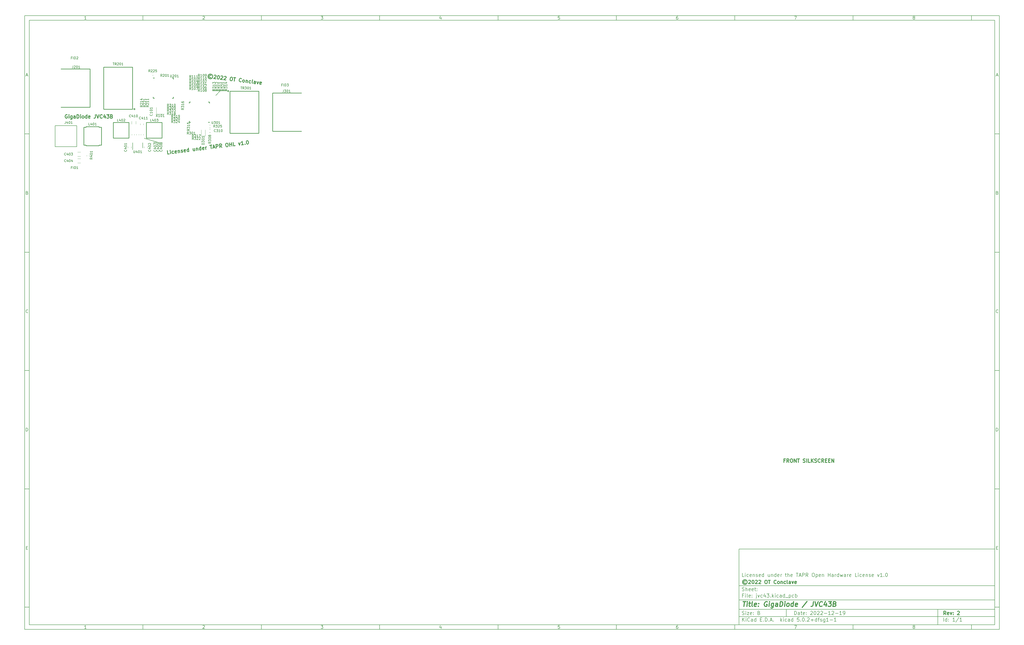
<source format=gbr>
G04 #@! TF.GenerationSoftware,KiCad,Pcbnew,5.0.2+dfsg1-1*
G04 #@! TF.CreationDate,2022-12-19T16:21:19-08:00*
G04 #@! TF.ProjectId,jvc43,6a766334-332e-46b6-9963-61645f706362,2*
G04 #@! TF.SameCoordinates,Original*
G04 #@! TF.FileFunction,Legend,Top*
G04 #@! TF.FilePolarity,Positive*
%FSLAX46Y46*%
G04 Gerber Fmt 4.6, Leading zero omitted, Abs format (unit mm)*
G04 Created by KiCad (PCBNEW 5.0.2+dfsg1-1) date Mon 19 Dec 2022 04:21:19 PM PST*
%MOMM*%
%LPD*%
G01*
G04 APERTURE LIST*
%ADD10C,0.100000*%
%ADD11C,0.150000*%
%ADD12C,0.300000*%
%ADD13C,0.400000*%
%ADD14C,0.200000*%
%ADD15C,0.250000*%
%ADD16C,0.120000*%
G04 APERTURE END LIST*
D10*
D11*
X311800000Y-235400000D02*
X311800000Y-267400000D01*
X419800000Y-267400000D01*
X419800000Y-235400000D01*
X311800000Y-235400000D01*
D10*
D11*
X10000000Y-10000000D02*
X10000000Y-269400000D01*
X421800000Y-269400000D01*
X421800000Y-10000000D01*
X10000000Y-10000000D01*
D10*
D11*
X12000000Y-12000000D02*
X12000000Y-267400000D01*
X419800000Y-267400000D01*
X419800000Y-12000000D01*
X12000000Y-12000000D01*
D10*
D11*
X60000000Y-12000000D02*
X60000000Y-10000000D01*
D10*
D11*
X110000000Y-12000000D02*
X110000000Y-10000000D01*
D10*
D11*
X160000000Y-12000000D02*
X160000000Y-10000000D01*
D10*
D11*
X210000000Y-12000000D02*
X210000000Y-10000000D01*
D10*
D11*
X260000000Y-12000000D02*
X260000000Y-10000000D01*
D10*
D11*
X310000000Y-12000000D02*
X310000000Y-10000000D01*
D10*
D11*
X360000000Y-12000000D02*
X360000000Y-10000000D01*
D10*
D11*
X410000000Y-12000000D02*
X410000000Y-10000000D01*
D10*
D11*
X36065476Y-11588095D02*
X35322619Y-11588095D01*
X35694047Y-11588095D02*
X35694047Y-10288095D01*
X35570238Y-10473809D01*
X35446428Y-10597619D01*
X35322619Y-10659523D01*
D10*
D11*
X85322619Y-10411904D02*
X85384523Y-10350000D01*
X85508333Y-10288095D01*
X85817857Y-10288095D01*
X85941666Y-10350000D01*
X86003571Y-10411904D01*
X86065476Y-10535714D01*
X86065476Y-10659523D01*
X86003571Y-10845238D01*
X85260714Y-11588095D01*
X86065476Y-11588095D01*
D10*
D11*
X135260714Y-10288095D02*
X136065476Y-10288095D01*
X135632142Y-10783333D01*
X135817857Y-10783333D01*
X135941666Y-10845238D01*
X136003571Y-10907142D01*
X136065476Y-11030952D01*
X136065476Y-11340476D01*
X136003571Y-11464285D01*
X135941666Y-11526190D01*
X135817857Y-11588095D01*
X135446428Y-11588095D01*
X135322619Y-11526190D01*
X135260714Y-11464285D01*
D10*
D11*
X185941666Y-10721428D02*
X185941666Y-11588095D01*
X185632142Y-10226190D02*
X185322619Y-11154761D01*
X186127380Y-11154761D01*
D10*
D11*
X236003571Y-10288095D02*
X235384523Y-10288095D01*
X235322619Y-10907142D01*
X235384523Y-10845238D01*
X235508333Y-10783333D01*
X235817857Y-10783333D01*
X235941666Y-10845238D01*
X236003571Y-10907142D01*
X236065476Y-11030952D01*
X236065476Y-11340476D01*
X236003571Y-11464285D01*
X235941666Y-11526190D01*
X235817857Y-11588095D01*
X235508333Y-11588095D01*
X235384523Y-11526190D01*
X235322619Y-11464285D01*
D10*
D11*
X285941666Y-10288095D02*
X285694047Y-10288095D01*
X285570238Y-10350000D01*
X285508333Y-10411904D01*
X285384523Y-10597619D01*
X285322619Y-10845238D01*
X285322619Y-11340476D01*
X285384523Y-11464285D01*
X285446428Y-11526190D01*
X285570238Y-11588095D01*
X285817857Y-11588095D01*
X285941666Y-11526190D01*
X286003571Y-11464285D01*
X286065476Y-11340476D01*
X286065476Y-11030952D01*
X286003571Y-10907142D01*
X285941666Y-10845238D01*
X285817857Y-10783333D01*
X285570238Y-10783333D01*
X285446428Y-10845238D01*
X285384523Y-10907142D01*
X285322619Y-11030952D01*
D10*
D11*
X335260714Y-10288095D02*
X336127380Y-10288095D01*
X335570238Y-11588095D01*
D10*
D11*
X385570238Y-10845238D02*
X385446428Y-10783333D01*
X385384523Y-10721428D01*
X385322619Y-10597619D01*
X385322619Y-10535714D01*
X385384523Y-10411904D01*
X385446428Y-10350000D01*
X385570238Y-10288095D01*
X385817857Y-10288095D01*
X385941666Y-10350000D01*
X386003571Y-10411904D01*
X386065476Y-10535714D01*
X386065476Y-10597619D01*
X386003571Y-10721428D01*
X385941666Y-10783333D01*
X385817857Y-10845238D01*
X385570238Y-10845238D01*
X385446428Y-10907142D01*
X385384523Y-10969047D01*
X385322619Y-11092857D01*
X385322619Y-11340476D01*
X385384523Y-11464285D01*
X385446428Y-11526190D01*
X385570238Y-11588095D01*
X385817857Y-11588095D01*
X385941666Y-11526190D01*
X386003571Y-11464285D01*
X386065476Y-11340476D01*
X386065476Y-11092857D01*
X386003571Y-10969047D01*
X385941666Y-10907142D01*
X385817857Y-10845238D01*
D10*
D11*
X60000000Y-267400000D02*
X60000000Y-269400000D01*
D10*
D11*
X110000000Y-267400000D02*
X110000000Y-269400000D01*
D10*
D11*
X160000000Y-267400000D02*
X160000000Y-269400000D01*
D10*
D11*
X210000000Y-267400000D02*
X210000000Y-269400000D01*
D10*
D11*
X260000000Y-267400000D02*
X260000000Y-269400000D01*
D10*
D11*
X310000000Y-267400000D02*
X310000000Y-269400000D01*
D10*
D11*
X360000000Y-267400000D02*
X360000000Y-269400000D01*
D10*
D11*
X410000000Y-267400000D02*
X410000000Y-269400000D01*
D10*
D11*
X36065476Y-268988095D02*
X35322619Y-268988095D01*
X35694047Y-268988095D02*
X35694047Y-267688095D01*
X35570238Y-267873809D01*
X35446428Y-267997619D01*
X35322619Y-268059523D01*
D10*
D11*
X85322619Y-267811904D02*
X85384523Y-267750000D01*
X85508333Y-267688095D01*
X85817857Y-267688095D01*
X85941666Y-267750000D01*
X86003571Y-267811904D01*
X86065476Y-267935714D01*
X86065476Y-268059523D01*
X86003571Y-268245238D01*
X85260714Y-268988095D01*
X86065476Y-268988095D01*
D10*
D11*
X135260714Y-267688095D02*
X136065476Y-267688095D01*
X135632142Y-268183333D01*
X135817857Y-268183333D01*
X135941666Y-268245238D01*
X136003571Y-268307142D01*
X136065476Y-268430952D01*
X136065476Y-268740476D01*
X136003571Y-268864285D01*
X135941666Y-268926190D01*
X135817857Y-268988095D01*
X135446428Y-268988095D01*
X135322619Y-268926190D01*
X135260714Y-268864285D01*
D10*
D11*
X185941666Y-268121428D02*
X185941666Y-268988095D01*
X185632142Y-267626190D02*
X185322619Y-268554761D01*
X186127380Y-268554761D01*
D10*
D11*
X236003571Y-267688095D02*
X235384523Y-267688095D01*
X235322619Y-268307142D01*
X235384523Y-268245238D01*
X235508333Y-268183333D01*
X235817857Y-268183333D01*
X235941666Y-268245238D01*
X236003571Y-268307142D01*
X236065476Y-268430952D01*
X236065476Y-268740476D01*
X236003571Y-268864285D01*
X235941666Y-268926190D01*
X235817857Y-268988095D01*
X235508333Y-268988095D01*
X235384523Y-268926190D01*
X235322619Y-268864285D01*
D10*
D11*
X285941666Y-267688095D02*
X285694047Y-267688095D01*
X285570238Y-267750000D01*
X285508333Y-267811904D01*
X285384523Y-267997619D01*
X285322619Y-268245238D01*
X285322619Y-268740476D01*
X285384523Y-268864285D01*
X285446428Y-268926190D01*
X285570238Y-268988095D01*
X285817857Y-268988095D01*
X285941666Y-268926190D01*
X286003571Y-268864285D01*
X286065476Y-268740476D01*
X286065476Y-268430952D01*
X286003571Y-268307142D01*
X285941666Y-268245238D01*
X285817857Y-268183333D01*
X285570238Y-268183333D01*
X285446428Y-268245238D01*
X285384523Y-268307142D01*
X285322619Y-268430952D01*
D10*
D11*
X335260714Y-267688095D02*
X336127380Y-267688095D01*
X335570238Y-268988095D01*
D10*
D11*
X385570238Y-268245238D02*
X385446428Y-268183333D01*
X385384523Y-268121428D01*
X385322619Y-267997619D01*
X385322619Y-267935714D01*
X385384523Y-267811904D01*
X385446428Y-267750000D01*
X385570238Y-267688095D01*
X385817857Y-267688095D01*
X385941666Y-267750000D01*
X386003571Y-267811904D01*
X386065476Y-267935714D01*
X386065476Y-267997619D01*
X386003571Y-268121428D01*
X385941666Y-268183333D01*
X385817857Y-268245238D01*
X385570238Y-268245238D01*
X385446428Y-268307142D01*
X385384523Y-268369047D01*
X385322619Y-268492857D01*
X385322619Y-268740476D01*
X385384523Y-268864285D01*
X385446428Y-268926190D01*
X385570238Y-268988095D01*
X385817857Y-268988095D01*
X385941666Y-268926190D01*
X386003571Y-268864285D01*
X386065476Y-268740476D01*
X386065476Y-268492857D01*
X386003571Y-268369047D01*
X385941666Y-268307142D01*
X385817857Y-268245238D01*
D10*
D11*
X10000000Y-60000000D02*
X12000000Y-60000000D01*
D10*
D11*
X10000000Y-110000000D02*
X12000000Y-110000000D01*
D10*
D11*
X10000000Y-160000000D02*
X12000000Y-160000000D01*
D10*
D11*
X10000000Y-210000000D02*
X12000000Y-210000000D01*
D10*
D11*
X10000000Y-260000000D02*
X12000000Y-260000000D01*
D10*
D11*
X10690476Y-35216666D02*
X11309523Y-35216666D01*
X10566666Y-35588095D02*
X11000000Y-34288095D01*
X11433333Y-35588095D01*
D10*
D11*
X11092857Y-84907142D02*
X11278571Y-84969047D01*
X11340476Y-85030952D01*
X11402380Y-85154761D01*
X11402380Y-85340476D01*
X11340476Y-85464285D01*
X11278571Y-85526190D01*
X11154761Y-85588095D01*
X10659523Y-85588095D01*
X10659523Y-84288095D01*
X11092857Y-84288095D01*
X11216666Y-84350000D01*
X11278571Y-84411904D01*
X11340476Y-84535714D01*
X11340476Y-84659523D01*
X11278571Y-84783333D01*
X11216666Y-84845238D01*
X11092857Y-84907142D01*
X10659523Y-84907142D01*
D10*
D11*
X11402380Y-135464285D02*
X11340476Y-135526190D01*
X11154761Y-135588095D01*
X11030952Y-135588095D01*
X10845238Y-135526190D01*
X10721428Y-135402380D01*
X10659523Y-135278571D01*
X10597619Y-135030952D01*
X10597619Y-134845238D01*
X10659523Y-134597619D01*
X10721428Y-134473809D01*
X10845238Y-134350000D01*
X11030952Y-134288095D01*
X11154761Y-134288095D01*
X11340476Y-134350000D01*
X11402380Y-134411904D01*
D10*
D11*
X10659523Y-185588095D02*
X10659523Y-184288095D01*
X10969047Y-184288095D01*
X11154761Y-184350000D01*
X11278571Y-184473809D01*
X11340476Y-184597619D01*
X11402380Y-184845238D01*
X11402380Y-185030952D01*
X11340476Y-185278571D01*
X11278571Y-185402380D01*
X11154761Y-185526190D01*
X10969047Y-185588095D01*
X10659523Y-185588095D01*
D10*
D11*
X10721428Y-234907142D02*
X11154761Y-234907142D01*
X11340476Y-235588095D02*
X10721428Y-235588095D01*
X10721428Y-234288095D01*
X11340476Y-234288095D01*
D10*
D11*
X421800000Y-60000000D02*
X419800000Y-60000000D01*
D10*
D11*
X421800000Y-110000000D02*
X419800000Y-110000000D01*
D10*
D11*
X421800000Y-160000000D02*
X419800000Y-160000000D01*
D10*
D11*
X421800000Y-210000000D02*
X419800000Y-210000000D01*
D10*
D11*
X421800000Y-260000000D02*
X419800000Y-260000000D01*
D10*
D11*
X420490476Y-35216666D02*
X421109523Y-35216666D01*
X420366666Y-35588095D02*
X420800000Y-34288095D01*
X421233333Y-35588095D01*
D10*
D11*
X420892857Y-84907142D02*
X421078571Y-84969047D01*
X421140476Y-85030952D01*
X421202380Y-85154761D01*
X421202380Y-85340476D01*
X421140476Y-85464285D01*
X421078571Y-85526190D01*
X420954761Y-85588095D01*
X420459523Y-85588095D01*
X420459523Y-84288095D01*
X420892857Y-84288095D01*
X421016666Y-84350000D01*
X421078571Y-84411904D01*
X421140476Y-84535714D01*
X421140476Y-84659523D01*
X421078571Y-84783333D01*
X421016666Y-84845238D01*
X420892857Y-84907142D01*
X420459523Y-84907142D01*
D10*
D11*
X421202380Y-135464285D02*
X421140476Y-135526190D01*
X420954761Y-135588095D01*
X420830952Y-135588095D01*
X420645238Y-135526190D01*
X420521428Y-135402380D01*
X420459523Y-135278571D01*
X420397619Y-135030952D01*
X420397619Y-134845238D01*
X420459523Y-134597619D01*
X420521428Y-134473809D01*
X420645238Y-134350000D01*
X420830952Y-134288095D01*
X420954761Y-134288095D01*
X421140476Y-134350000D01*
X421202380Y-134411904D01*
D10*
D11*
X420459523Y-185588095D02*
X420459523Y-184288095D01*
X420769047Y-184288095D01*
X420954761Y-184350000D01*
X421078571Y-184473809D01*
X421140476Y-184597619D01*
X421202380Y-184845238D01*
X421202380Y-185030952D01*
X421140476Y-185278571D01*
X421078571Y-185402380D01*
X420954761Y-185526190D01*
X420769047Y-185588095D01*
X420459523Y-185588095D01*
D10*
D11*
X420521428Y-234907142D02*
X420954761Y-234907142D01*
X421140476Y-235588095D02*
X420521428Y-235588095D01*
X420521428Y-234288095D01*
X421140476Y-234288095D01*
D10*
D11*
X335232142Y-263178571D02*
X335232142Y-261678571D01*
X335589285Y-261678571D01*
X335803571Y-261750000D01*
X335946428Y-261892857D01*
X336017857Y-262035714D01*
X336089285Y-262321428D01*
X336089285Y-262535714D01*
X336017857Y-262821428D01*
X335946428Y-262964285D01*
X335803571Y-263107142D01*
X335589285Y-263178571D01*
X335232142Y-263178571D01*
X337375000Y-263178571D02*
X337375000Y-262392857D01*
X337303571Y-262250000D01*
X337160714Y-262178571D01*
X336875000Y-262178571D01*
X336732142Y-262250000D01*
X337375000Y-263107142D02*
X337232142Y-263178571D01*
X336875000Y-263178571D01*
X336732142Y-263107142D01*
X336660714Y-262964285D01*
X336660714Y-262821428D01*
X336732142Y-262678571D01*
X336875000Y-262607142D01*
X337232142Y-262607142D01*
X337375000Y-262535714D01*
X337875000Y-262178571D02*
X338446428Y-262178571D01*
X338089285Y-261678571D02*
X338089285Y-262964285D01*
X338160714Y-263107142D01*
X338303571Y-263178571D01*
X338446428Y-263178571D01*
X339517857Y-263107142D02*
X339375000Y-263178571D01*
X339089285Y-263178571D01*
X338946428Y-263107142D01*
X338875000Y-262964285D01*
X338875000Y-262392857D01*
X338946428Y-262250000D01*
X339089285Y-262178571D01*
X339375000Y-262178571D01*
X339517857Y-262250000D01*
X339589285Y-262392857D01*
X339589285Y-262535714D01*
X338875000Y-262678571D01*
X340232142Y-263035714D02*
X340303571Y-263107142D01*
X340232142Y-263178571D01*
X340160714Y-263107142D01*
X340232142Y-263035714D01*
X340232142Y-263178571D01*
X340232142Y-262250000D02*
X340303571Y-262321428D01*
X340232142Y-262392857D01*
X340160714Y-262321428D01*
X340232142Y-262250000D01*
X340232142Y-262392857D01*
X342017857Y-261821428D02*
X342089285Y-261750000D01*
X342232142Y-261678571D01*
X342589285Y-261678571D01*
X342732142Y-261750000D01*
X342803571Y-261821428D01*
X342875000Y-261964285D01*
X342875000Y-262107142D01*
X342803571Y-262321428D01*
X341946428Y-263178571D01*
X342875000Y-263178571D01*
X343803571Y-261678571D02*
X343946428Y-261678571D01*
X344089285Y-261750000D01*
X344160714Y-261821428D01*
X344232142Y-261964285D01*
X344303571Y-262250000D01*
X344303571Y-262607142D01*
X344232142Y-262892857D01*
X344160714Y-263035714D01*
X344089285Y-263107142D01*
X343946428Y-263178571D01*
X343803571Y-263178571D01*
X343660714Y-263107142D01*
X343589285Y-263035714D01*
X343517857Y-262892857D01*
X343446428Y-262607142D01*
X343446428Y-262250000D01*
X343517857Y-261964285D01*
X343589285Y-261821428D01*
X343660714Y-261750000D01*
X343803571Y-261678571D01*
X344875000Y-261821428D02*
X344946428Y-261750000D01*
X345089285Y-261678571D01*
X345446428Y-261678571D01*
X345589285Y-261750000D01*
X345660714Y-261821428D01*
X345732142Y-261964285D01*
X345732142Y-262107142D01*
X345660714Y-262321428D01*
X344803571Y-263178571D01*
X345732142Y-263178571D01*
X346303571Y-261821428D02*
X346375000Y-261750000D01*
X346517857Y-261678571D01*
X346875000Y-261678571D01*
X347017857Y-261750000D01*
X347089285Y-261821428D01*
X347160714Y-261964285D01*
X347160714Y-262107142D01*
X347089285Y-262321428D01*
X346232142Y-263178571D01*
X347160714Y-263178571D01*
X347803571Y-262607142D02*
X348946428Y-262607142D01*
X350446428Y-263178571D02*
X349589285Y-263178571D01*
X350017857Y-263178571D02*
X350017857Y-261678571D01*
X349875000Y-261892857D01*
X349732142Y-262035714D01*
X349589285Y-262107142D01*
X351017857Y-261821428D02*
X351089285Y-261750000D01*
X351232142Y-261678571D01*
X351589285Y-261678571D01*
X351732142Y-261750000D01*
X351803571Y-261821428D01*
X351875000Y-261964285D01*
X351875000Y-262107142D01*
X351803571Y-262321428D01*
X350946428Y-263178571D01*
X351875000Y-263178571D01*
X352517857Y-262607142D02*
X353660714Y-262607142D01*
X355160714Y-263178571D02*
X354303571Y-263178571D01*
X354732142Y-263178571D02*
X354732142Y-261678571D01*
X354589285Y-261892857D01*
X354446428Y-262035714D01*
X354303571Y-262107142D01*
X355875000Y-263178571D02*
X356160714Y-263178571D01*
X356303571Y-263107142D01*
X356375000Y-263035714D01*
X356517857Y-262821428D01*
X356589285Y-262535714D01*
X356589285Y-261964285D01*
X356517857Y-261821428D01*
X356446428Y-261750000D01*
X356303571Y-261678571D01*
X356017857Y-261678571D01*
X355875000Y-261750000D01*
X355803571Y-261821428D01*
X355732142Y-261964285D01*
X355732142Y-262321428D01*
X355803571Y-262464285D01*
X355875000Y-262535714D01*
X356017857Y-262607142D01*
X356303571Y-262607142D01*
X356446428Y-262535714D01*
X356517857Y-262464285D01*
X356589285Y-262321428D01*
D10*
D11*
X311800000Y-263900000D02*
X419800000Y-263900000D01*
D10*
D11*
X313232142Y-265978571D02*
X313232142Y-264478571D01*
X314089285Y-265978571D02*
X313446428Y-265121428D01*
X314089285Y-264478571D02*
X313232142Y-265335714D01*
X314732142Y-265978571D02*
X314732142Y-264978571D01*
X314732142Y-264478571D02*
X314660714Y-264550000D01*
X314732142Y-264621428D01*
X314803571Y-264550000D01*
X314732142Y-264478571D01*
X314732142Y-264621428D01*
X316303571Y-265835714D02*
X316232142Y-265907142D01*
X316017857Y-265978571D01*
X315875000Y-265978571D01*
X315660714Y-265907142D01*
X315517857Y-265764285D01*
X315446428Y-265621428D01*
X315375000Y-265335714D01*
X315375000Y-265121428D01*
X315446428Y-264835714D01*
X315517857Y-264692857D01*
X315660714Y-264550000D01*
X315875000Y-264478571D01*
X316017857Y-264478571D01*
X316232142Y-264550000D01*
X316303571Y-264621428D01*
X317589285Y-265978571D02*
X317589285Y-265192857D01*
X317517857Y-265050000D01*
X317375000Y-264978571D01*
X317089285Y-264978571D01*
X316946428Y-265050000D01*
X317589285Y-265907142D02*
X317446428Y-265978571D01*
X317089285Y-265978571D01*
X316946428Y-265907142D01*
X316875000Y-265764285D01*
X316875000Y-265621428D01*
X316946428Y-265478571D01*
X317089285Y-265407142D01*
X317446428Y-265407142D01*
X317589285Y-265335714D01*
X318946428Y-265978571D02*
X318946428Y-264478571D01*
X318946428Y-265907142D02*
X318803571Y-265978571D01*
X318517857Y-265978571D01*
X318375000Y-265907142D01*
X318303571Y-265835714D01*
X318232142Y-265692857D01*
X318232142Y-265264285D01*
X318303571Y-265121428D01*
X318375000Y-265050000D01*
X318517857Y-264978571D01*
X318803571Y-264978571D01*
X318946428Y-265050000D01*
X320803571Y-265192857D02*
X321303571Y-265192857D01*
X321517857Y-265978571D02*
X320803571Y-265978571D01*
X320803571Y-264478571D01*
X321517857Y-264478571D01*
X322160714Y-265835714D02*
X322232142Y-265907142D01*
X322160714Y-265978571D01*
X322089285Y-265907142D01*
X322160714Y-265835714D01*
X322160714Y-265978571D01*
X322875000Y-265978571D02*
X322875000Y-264478571D01*
X323232142Y-264478571D01*
X323446428Y-264550000D01*
X323589285Y-264692857D01*
X323660714Y-264835714D01*
X323732142Y-265121428D01*
X323732142Y-265335714D01*
X323660714Y-265621428D01*
X323589285Y-265764285D01*
X323446428Y-265907142D01*
X323232142Y-265978571D01*
X322875000Y-265978571D01*
X324375000Y-265835714D02*
X324446428Y-265907142D01*
X324375000Y-265978571D01*
X324303571Y-265907142D01*
X324375000Y-265835714D01*
X324375000Y-265978571D01*
X325017857Y-265550000D02*
X325732142Y-265550000D01*
X324875000Y-265978571D02*
X325375000Y-264478571D01*
X325875000Y-265978571D01*
X326375000Y-265835714D02*
X326446428Y-265907142D01*
X326375000Y-265978571D01*
X326303571Y-265907142D01*
X326375000Y-265835714D01*
X326375000Y-265978571D01*
X329375000Y-265978571D02*
X329375000Y-264478571D01*
X329517857Y-265407142D02*
X329946428Y-265978571D01*
X329946428Y-264978571D02*
X329375000Y-265550000D01*
X330589285Y-265978571D02*
X330589285Y-264978571D01*
X330589285Y-264478571D02*
X330517857Y-264550000D01*
X330589285Y-264621428D01*
X330660714Y-264550000D01*
X330589285Y-264478571D01*
X330589285Y-264621428D01*
X331946428Y-265907142D02*
X331803571Y-265978571D01*
X331517857Y-265978571D01*
X331375000Y-265907142D01*
X331303571Y-265835714D01*
X331232142Y-265692857D01*
X331232142Y-265264285D01*
X331303571Y-265121428D01*
X331375000Y-265050000D01*
X331517857Y-264978571D01*
X331803571Y-264978571D01*
X331946428Y-265050000D01*
X333232142Y-265978571D02*
X333232142Y-265192857D01*
X333160714Y-265050000D01*
X333017857Y-264978571D01*
X332732142Y-264978571D01*
X332589285Y-265050000D01*
X333232142Y-265907142D02*
X333089285Y-265978571D01*
X332732142Y-265978571D01*
X332589285Y-265907142D01*
X332517857Y-265764285D01*
X332517857Y-265621428D01*
X332589285Y-265478571D01*
X332732142Y-265407142D01*
X333089285Y-265407142D01*
X333232142Y-265335714D01*
X334589285Y-265978571D02*
X334589285Y-264478571D01*
X334589285Y-265907142D02*
X334446428Y-265978571D01*
X334160714Y-265978571D01*
X334017857Y-265907142D01*
X333946428Y-265835714D01*
X333875000Y-265692857D01*
X333875000Y-265264285D01*
X333946428Y-265121428D01*
X334017857Y-265050000D01*
X334160714Y-264978571D01*
X334446428Y-264978571D01*
X334589285Y-265050000D01*
X337160714Y-264478571D02*
X336446428Y-264478571D01*
X336375000Y-265192857D01*
X336446428Y-265121428D01*
X336589285Y-265050000D01*
X336946428Y-265050000D01*
X337089285Y-265121428D01*
X337160714Y-265192857D01*
X337232142Y-265335714D01*
X337232142Y-265692857D01*
X337160714Y-265835714D01*
X337089285Y-265907142D01*
X336946428Y-265978571D01*
X336589285Y-265978571D01*
X336446428Y-265907142D01*
X336375000Y-265835714D01*
X337875000Y-265835714D02*
X337946428Y-265907142D01*
X337875000Y-265978571D01*
X337803571Y-265907142D01*
X337875000Y-265835714D01*
X337875000Y-265978571D01*
X338875000Y-264478571D02*
X339017857Y-264478571D01*
X339160714Y-264550000D01*
X339232142Y-264621428D01*
X339303571Y-264764285D01*
X339375000Y-265050000D01*
X339375000Y-265407142D01*
X339303571Y-265692857D01*
X339232142Y-265835714D01*
X339160714Y-265907142D01*
X339017857Y-265978571D01*
X338875000Y-265978571D01*
X338732142Y-265907142D01*
X338660714Y-265835714D01*
X338589285Y-265692857D01*
X338517857Y-265407142D01*
X338517857Y-265050000D01*
X338589285Y-264764285D01*
X338660714Y-264621428D01*
X338732142Y-264550000D01*
X338875000Y-264478571D01*
X340017857Y-265835714D02*
X340089285Y-265907142D01*
X340017857Y-265978571D01*
X339946428Y-265907142D01*
X340017857Y-265835714D01*
X340017857Y-265978571D01*
X340660714Y-264621428D02*
X340732142Y-264550000D01*
X340875000Y-264478571D01*
X341232142Y-264478571D01*
X341375000Y-264550000D01*
X341446428Y-264621428D01*
X341517857Y-264764285D01*
X341517857Y-264907142D01*
X341446428Y-265121428D01*
X340589285Y-265978571D01*
X341517857Y-265978571D01*
X342160714Y-265407142D02*
X343303571Y-265407142D01*
X342732142Y-265978571D02*
X342732142Y-264835714D01*
X344660714Y-265978571D02*
X344660714Y-264478571D01*
X344660714Y-265907142D02*
X344517857Y-265978571D01*
X344232142Y-265978571D01*
X344089285Y-265907142D01*
X344017857Y-265835714D01*
X343946428Y-265692857D01*
X343946428Y-265264285D01*
X344017857Y-265121428D01*
X344089285Y-265050000D01*
X344232142Y-264978571D01*
X344517857Y-264978571D01*
X344660714Y-265050000D01*
X345160714Y-264978571D02*
X345732142Y-264978571D01*
X345375000Y-265978571D02*
X345375000Y-264692857D01*
X345446428Y-264550000D01*
X345589285Y-264478571D01*
X345732142Y-264478571D01*
X346160714Y-265907142D02*
X346303571Y-265978571D01*
X346589285Y-265978571D01*
X346732142Y-265907142D01*
X346803571Y-265764285D01*
X346803571Y-265692857D01*
X346732142Y-265550000D01*
X346589285Y-265478571D01*
X346375000Y-265478571D01*
X346232142Y-265407142D01*
X346160714Y-265264285D01*
X346160714Y-265192857D01*
X346232142Y-265050000D01*
X346375000Y-264978571D01*
X346589285Y-264978571D01*
X346732142Y-265050000D01*
X348089285Y-264978571D02*
X348089285Y-266192857D01*
X348017857Y-266335714D01*
X347946428Y-266407142D01*
X347803571Y-266478571D01*
X347589285Y-266478571D01*
X347446428Y-266407142D01*
X348089285Y-265907142D02*
X347946428Y-265978571D01*
X347660714Y-265978571D01*
X347517857Y-265907142D01*
X347446428Y-265835714D01*
X347375000Y-265692857D01*
X347375000Y-265264285D01*
X347446428Y-265121428D01*
X347517857Y-265050000D01*
X347660714Y-264978571D01*
X347946428Y-264978571D01*
X348089285Y-265050000D01*
X349589285Y-265978571D02*
X348732142Y-265978571D01*
X349160714Y-265978571D02*
X349160714Y-264478571D01*
X349017857Y-264692857D01*
X348875000Y-264835714D01*
X348732142Y-264907142D01*
X350232142Y-265407142D02*
X351375000Y-265407142D01*
X352875000Y-265978571D02*
X352017857Y-265978571D01*
X352446428Y-265978571D02*
X352446428Y-264478571D01*
X352303571Y-264692857D01*
X352160714Y-264835714D01*
X352017857Y-264907142D01*
D10*
D11*
X311800000Y-260900000D02*
X419800000Y-260900000D01*
D10*
D12*
X399209285Y-263178571D02*
X398709285Y-262464285D01*
X398352142Y-263178571D02*
X398352142Y-261678571D01*
X398923571Y-261678571D01*
X399066428Y-261750000D01*
X399137857Y-261821428D01*
X399209285Y-261964285D01*
X399209285Y-262178571D01*
X399137857Y-262321428D01*
X399066428Y-262392857D01*
X398923571Y-262464285D01*
X398352142Y-262464285D01*
X400423571Y-263107142D02*
X400280714Y-263178571D01*
X399995000Y-263178571D01*
X399852142Y-263107142D01*
X399780714Y-262964285D01*
X399780714Y-262392857D01*
X399852142Y-262250000D01*
X399995000Y-262178571D01*
X400280714Y-262178571D01*
X400423571Y-262250000D01*
X400495000Y-262392857D01*
X400495000Y-262535714D01*
X399780714Y-262678571D01*
X400995000Y-262178571D02*
X401352142Y-263178571D01*
X401709285Y-262178571D01*
X402280714Y-263035714D02*
X402352142Y-263107142D01*
X402280714Y-263178571D01*
X402209285Y-263107142D01*
X402280714Y-263035714D01*
X402280714Y-263178571D01*
X402280714Y-262250000D02*
X402352142Y-262321428D01*
X402280714Y-262392857D01*
X402209285Y-262321428D01*
X402280714Y-262250000D01*
X402280714Y-262392857D01*
X404066428Y-261821428D02*
X404137857Y-261750000D01*
X404280714Y-261678571D01*
X404637857Y-261678571D01*
X404780714Y-261750000D01*
X404852142Y-261821428D01*
X404923571Y-261964285D01*
X404923571Y-262107142D01*
X404852142Y-262321428D01*
X403995000Y-263178571D01*
X404923571Y-263178571D01*
D10*
D11*
X313160714Y-263107142D02*
X313375000Y-263178571D01*
X313732142Y-263178571D01*
X313875000Y-263107142D01*
X313946428Y-263035714D01*
X314017857Y-262892857D01*
X314017857Y-262750000D01*
X313946428Y-262607142D01*
X313875000Y-262535714D01*
X313732142Y-262464285D01*
X313446428Y-262392857D01*
X313303571Y-262321428D01*
X313232142Y-262250000D01*
X313160714Y-262107142D01*
X313160714Y-261964285D01*
X313232142Y-261821428D01*
X313303571Y-261750000D01*
X313446428Y-261678571D01*
X313803571Y-261678571D01*
X314017857Y-261750000D01*
X314660714Y-263178571D02*
X314660714Y-262178571D01*
X314660714Y-261678571D02*
X314589285Y-261750000D01*
X314660714Y-261821428D01*
X314732142Y-261750000D01*
X314660714Y-261678571D01*
X314660714Y-261821428D01*
X315232142Y-262178571D02*
X316017857Y-262178571D01*
X315232142Y-263178571D01*
X316017857Y-263178571D01*
X317160714Y-263107142D02*
X317017857Y-263178571D01*
X316732142Y-263178571D01*
X316589285Y-263107142D01*
X316517857Y-262964285D01*
X316517857Y-262392857D01*
X316589285Y-262250000D01*
X316732142Y-262178571D01*
X317017857Y-262178571D01*
X317160714Y-262250000D01*
X317232142Y-262392857D01*
X317232142Y-262535714D01*
X316517857Y-262678571D01*
X317875000Y-263035714D02*
X317946428Y-263107142D01*
X317875000Y-263178571D01*
X317803571Y-263107142D01*
X317875000Y-263035714D01*
X317875000Y-263178571D01*
X317875000Y-262250000D02*
X317946428Y-262321428D01*
X317875000Y-262392857D01*
X317803571Y-262321428D01*
X317875000Y-262250000D01*
X317875000Y-262392857D01*
X320232142Y-262392857D02*
X320446428Y-262464285D01*
X320517857Y-262535714D01*
X320589285Y-262678571D01*
X320589285Y-262892857D01*
X320517857Y-263035714D01*
X320446428Y-263107142D01*
X320303571Y-263178571D01*
X319732142Y-263178571D01*
X319732142Y-261678571D01*
X320232142Y-261678571D01*
X320375000Y-261750000D01*
X320446428Y-261821428D01*
X320517857Y-261964285D01*
X320517857Y-262107142D01*
X320446428Y-262250000D01*
X320375000Y-262321428D01*
X320232142Y-262392857D01*
X319732142Y-262392857D01*
D10*
D11*
X398232142Y-265978571D02*
X398232142Y-264478571D01*
X399589285Y-265978571D02*
X399589285Y-264478571D01*
X399589285Y-265907142D02*
X399446428Y-265978571D01*
X399160714Y-265978571D01*
X399017857Y-265907142D01*
X398946428Y-265835714D01*
X398875000Y-265692857D01*
X398875000Y-265264285D01*
X398946428Y-265121428D01*
X399017857Y-265050000D01*
X399160714Y-264978571D01*
X399446428Y-264978571D01*
X399589285Y-265050000D01*
X400303571Y-265835714D02*
X400375000Y-265907142D01*
X400303571Y-265978571D01*
X400232142Y-265907142D01*
X400303571Y-265835714D01*
X400303571Y-265978571D01*
X400303571Y-265050000D02*
X400375000Y-265121428D01*
X400303571Y-265192857D01*
X400232142Y-265121428D01*
X400303571Y-265050000D01*
X400303571Y-265192857D01*
X402946428Y-265978571D02*
X402089285Y-265978571D01*
X402517857Y-265978571D02*
X402517857Y-264478571D01*
X402375000Y-264692857D01*
X402232142Y-264835714D01*
X402089285Y-264907142D01*
X404660714Y-264407142D02*
X403375000Y-266335714D01*
X405946428Y-265978571D02*
X405089285Y-265978571D01*
X405517857Y-265978571D02*
X405517857Y-264478571D01*
X405375000Y-264692857D01*
X405232142Y-264835714D01*
X405089285Y-264907142D01*
D10*
D11*
X311800000Y-256900000D02*
X419800000Y-256900000D01*
D10*
D13*
X313512380Y-257604761D02*
X314655238Y-257604761D01*
X313833809Y-259604761D02*
X314083809Y-257604761D01*
X315071904Y-259604761D02*
X315238571Y-258271428D01*
X315321904Y-257604761D02*
X315214761Y-257700000D01*
X315298095Y-257795238D01*
X315405238Y-257700000D01*
X315321904Y-257604761D01*
X315298095Y-257795238D01*
X315905238Y-258271428D02*
X316667142Y-258271428D01*
X316274285Y-257604761D02*
X316060000Y-259319047D01*
X316131428Y-259509523D01*
X316310000Y-259604761D01*
X316500476Y-259604761D01*
X317452857Y-259604761D02*
X317274285Y-259509523D01*
X317202857Y-259319047D01*
X317417142Y-257604761D01*
X318988571Y-259509523D02*
X318786190Y-259604761D01*
X318405238Y-259604761D01*
X318226666Y-259509523D01*
X318155238Y-259319047D01*
X318250476Y-258557142D01*
X318369523Y-258366666D01*
X318571904Y-258271428D01*
X318952857Y-258271428D01*
X319131428Y-258366666D01*
X319202857Y-258557142D01*
X319179047Y-258747619D01*
X318202857Y-258938095D01*
X319952857Y-259414285D02*
X320036190Y-259509523D01*
X319929047Y-259604761D01*
X319845714Y-259509523D01*
X319952857Y-259414285D01*
X319929047Y-259604761D01*
X320083809Y-258366666D02*
X320167142Y-258461904D01*
X320060000Y-258557142D01*
X319976666Y-258461904D01*
X320083809Y-258366666D01*
X320060000Y-258557142D01*
X323690952Y-257700000D02*
X323512380Y-257604761D01*
X323226666Y-257604761D01*
X322929047Y-257700000D01*
X322714761Y-257890476D01*
X322595714Y-258080952D01*
X322452857Y-258461904D01*
X322417142Y-258747619D01*
X322464761Y-259128571D01*
X322536190Y-259319047D01*
X322702857Y-259509523D01*
X322976666Y-259604761D01*
X323167142Y-259604761D01*
X323464761Y-259509523D01*
X323571904Y-259414285D01*
X323655238Y-258747619D01*
X323274285Y-258747619D01*
X324405238Y-259604761D02*
X324571904Y-258271428D01*
X324655238Y-257604761D02*
X324548095Y-257700000D01*
X324631428Y-257795238D01*
X324738571Y-257700000D01*
X324655238Y-257604761D01*
X324631428Y-257795238D01*
X326381428Y-258271428D02*
X326179047Y-259890476D01*
X326060000Y-260080952D01*
X325952857Y-260176190D01*
X325750476Y-260271428D01*
X325464761Y-260271428D01*
X325286190Y-260176190D01*
X326226666Y-259509523D02*
X326024285Y-259604761D01*
X325643333Y-259604761D01*
X325464761Y-259509523D01*
X325381428Y-259414285D01*
X325310000Y-259223809D01*
X325381428Y-258652380D01*
X325500476Y-258461904D01*
X325607619Y-258366666D01*
X325810000Y-258271428D01*
X326190952Y-258271428D01*
X326369523Y-258366666D01*
X328024285Y-259604761D02*
X328155238Y-258557142D01*
X328083809Y-258366666D01*
X327905238Y-258271428D01*
X327524285Y-258271428D01*
X327321904Y-258366666D01*
X328036190Y-259509523D02*
X327833809Y-259604761D01*
X327357619Y-259604761D01*
X327179047Y-259509523D01*
X327107619Y-259319047D01*
X327131428Y-259128571D01*
X327250476Y-258938095D01*
X327452857Y-258842857D01*
X327929047Y-258842857D01*
X328131428Y-258747619D01*
X328976666Y-259604761D02*
X329226666Y-257604761D01*
X329702857Y-257604761D01*
X329976666Y-257700000D01*
X330143333Y-257890476D01*
X330214761Y-258080952D01*
X330262380Y-258461904D01*
X330226666Y-258747619D01*
X330083809Y-259128571D01*
X329964761Y-259319047D01*
X329750476Y-259509523D01*
X329452857Y-259604761D01*
X328976666Y-259604761D01*
X330976666Y-259604761D02*
X331143333Y-258271428D01*
X331226666Y-257604761D02*
X331119523Y-257700000D01*
X331202857Y-257795238D01*
X331310000Y-257700000D01*
X331226666Y-257604761D01*
X331202857Y-257795238D01*
X332214761Y-259604761D02*
X332036190Y-259509523D01*
X331952857Y-259414285D01*
X331881428Y-259223809D01*
X331952857Y-258652380D01*
X332071904Y-258461904D01*
X332179047Y-258366666D01*
X332381428Y-258271428D01*
X332667142Y-258271428D01*
X332845714Y-258366666D01*
X332929047Y-258461904D01*
X333000476Y-258652380D01*
X332929047Y-259223809D01*
X332810000Y-259414285D01*
X332702857Y-259509523D01*
X332500476Y-259604761D01*
X332214761Y-259604761D01*
X334595714Y-259604761D02*
X334845714Y-257604761D01*
X334607619Y-259509523D02*
X334405238Y-259604761D01*
X334024285Y-259604761D01*
X333845714Y-259509523D01*
X333762380Y-259414285D01*
X333690952Y-259223809D01*
X333762380Y-258652380D01*
X333881428Y-258461904D01*
X333988571Y-258366666D01*
X334190952Y-258271428D01*
X334571904Y-258271428D01*
X334750476Y-258366666D01*
X336321904Y-259509523D02*
X336119523Y-259604761D01*
X335738571Y-259604761D01*
X335560000Y-259509523D01*
X335488571Y-259319047D01*
X335583809Y-258557142D01*
X335702857Y-258366666D01*
X335905238Y-258271428D01*
X336286190Y-258271428D01*
X336464761Y-258366666D01*
X336536190Y-258557142D01*
X336512380Y-258747619D01*
X335536190Y-258938095D01*
X340476666Y-257509523D02*
X338440952Y-260080952D01*
X343226666Y-257604761D02*
X343048095Y-259033333D01*
X342917142Y-259319047D01*
X342702857Y-259509523D01*
X342405238Y-259604761D01*
X342214761Y-259604761D01*
X343893333Y-257604761D02*
X344310000Y-259604761D01*
X345226666Y-257604761D01*
X346810000Y-259414285D02*
X346702857Y-259509523D01*
X346405238Y-259604761D01*
X346214761Y-259604761D01*
X345940952Y-259509523D01*
X345774285Y-259319047D01*
X345702857Y-259128571D01*
X345655238Y-258747619D01*
X345690952Y-258461904D01*
X345833809Y-258080952D01*
X345952857Y-257890476D01*
X346167142Y-257700000D01*
X346464761Y-257604761D01*
X346655238Y-257604761D01*
X346929047Y-257700000D01*
X347012380Y-257795238D01*
X348667142Y-258271428D02*
X348500476Y-259604761D01*
X348286190Y-257509523D02*
X347631428Y-258938095D01*
X348869523Y-258938095D01*
X349607619Y-257604761D02*
X350845714Y-257604761D01*
X350083809Y-258366666D01*
X350369523Y-258366666D01*
X350548095Y-258461904D01*
X350631428Y-258557142D01*
X350702857Y-258747619D01*
X350643333Y-259223809D01*
X350524285Y-259414285D01*
X350417142Y-259509523D01*
X350214761Y-259604761D01*
X349643333Y-259604761D01*
X349464761Y-259509523D01*
X349381428Y-259414285D01*
X352250476Y-258557142D02*
X352524285Y-258652380D01*
X352607619Y-258747619D01*
X352679047Y-258938095D01*
X352643333Y-259223809D01*
X352524285Y-259414285D01*
X352417142Y-259509523D01*
X352214761Y-259604761D01*
X351452857Y-259604761D01*
X351702857Y-257604761D01*
X352369523Y-257604761D01*
X352548095Y-257700000D01*
X352631428Y-257795238D01*
X352702857Y-257985714D01*
X352679047Y-258176190D01*
X352560000Y-258366666D01*
X352452857Y-258461904D01*
X352250476Y-258557142D01*
X351583809Y-258557142D01*
D10*
D11*
X313732142Y-254992857D02*
X313232142Y-254992857D01*
X313232142Y-255778571D02*
X313232142Y-254278571D01*
X313946428Y-254278571D01*
X314517857Y-255778571D02*
X314517857Y-254778571D01*
X314517857Y-254278571D02*
X314446428Y-254350000D01*
X314517857Y-254421428D01*
X314589285Y-254350000D01*
X314517857Y-254278571D01*
X314517857Y-254421428D01*
X315446428Y-255778571D02*
X315303571Y-255707142D01*
X315232142Y-255564285D01*
X315232142Y-254278571D01*
X316589285Y-255707142D02*
X316446428Y-255778571D01*
X316160714Y-255778571D01*
X316017857Y-255707142D01*
X315946428Y-255564285D01*
X315946428Y-254992857D01*
X316017857Y-254850000D01*
X316160714Y-254778571D01*
X316446428Y-254778571D01*
X316589285Y-254850000D01*
X316660714Y-254992857D01*
X316660714Y-255135714D01*
X315946428Y-255278571D01*
X317303571Y-255635714D02*
X317375000Y-255707142D01*
X317303571Y-255778571D01*
X317232142Y-255707142D01*
X317303571Y-255635714D01*
X317303571Y-255778571D01*
X317303571Y-254850000D02*
X317375000Y-254921428D01*
X317303571Y-254992857D01*
X317232142Y-254921428D01*
X317303571Y-254850000D01*
X317303571Y-254992857D01*
X319160714Y-254778571D02*
X319160714Y-256064285D01*
X319089285Y-256207142D01*
X318946428Y-256278571D01*
X318875000Y-256278571D01*
X319160714Y-254278571D02*
X319089285Y-254350000D01*
X319160714Y-254421428D01*
X319232142Y-254350000D01*
X319160714Y-254278571D01*
X319160714Y-254421428D01*
X319732142Y-254778571D02*
X320089285Y-255778571D01*
X320446428Y-254778571D01*
X321660714Y-255707142D02*
X321517857Y-255778571D01*
X321232142Y-255778571D01*
X321089285Y-255707142D01*
X321017857Y-255635714D01*
X320946428Y-255492857D01*
X320946428Y-255064285D01*
X321017857Y-254921428D01*
X321089285Y-254850000D01*
X321232142Y-254778571D01*
X321517857Y-254778571D01*
X321660714Y-254850000D01*
X322946428Y-254778571D02*
X322946428Y-255778571D01*
X322589285Y-254207142D02*
X322232142Y-255278571D01*
X323160714Y-255278571D01*
X323589285Y-254278571D02*
X324517857Y-254278571D01*
X324017857Y-254850000D01*
X324232142Y-254850000D01*
X324375000Y-254921428D01*
X324446428Y-254992857D01*
X324517857Y-255135714D01*
X324517857Y-255492857D01*
X324446428Y-255635714D01*
X324375000Y-255707142D01*
X324232142Y-255778571D01*
X323803571Y-255778571D01*
X323660714Y-255707142D01*
X323589285Y-255635714D01*
X325160714Y-255635714D02*
X325232142Y-255707142D01*
X325160714Y-255778571D01*
X325089285Y-255707142D01*
X325160714Y-255635714D01*
X325160714Y-255778571D01*
X325875000Y-255778571D02*
X325875000Y-254278571D01*
X326017857Y-255207142D02*
X326446428Y-255778571D01*
X326446428Y-254778571D02*
X325875000Y-255350000D01*
X327089285Y-255778571D02*
X327089285Y-254778571D01*
X327089285Y-254278571D02*
X327017857Y-254350000D01*
X327089285Y-254421428D01*
X327160714Y-254350000D01*
X327089285Y-254278571D01*
X327089285Y-254421428D01*
X328446428Y-255707142D02*
X328303571Y-255778571D01*
X328017857Y-255778571D01*
X327875000Y-255707142D01*
X327803571Y-255635714D01*
X327732142Y-255492857D01*
X327732142Y-255064285D01*
X327803571Y-254921428D01*
X327875000Y-254850000D01*
X328017857Y-254778571D01*
X328303571Y-254778571D01*
X328446428Y-254850000D01*
X329732142Y-255778571D02*
X329732142Y-254992857D01*
X329660714Y-254850000D01*
X329517857Y-254778571D01*
X329232142Y-254778571D01*
X329089285Y-254850000D01*
X329732142Y-255707142D02*
X329589285Y-255778571D01*
X329232142Y-255778571D01*
X329089285Y-255707142D01*
X329017857Y-255564285D01*
X329017857Y-255421428D01*
X329089285Y-255278571D01*
X329232142Y-255207142D01*
X329589285Y-255207142D01*
X329732142Y-255135714D01*
X331089285Y-255778571D02*
X331089285Y-254278571D01*
X331089285Y-255707142D02*
X330946428Y-255778571D01*
X330660714Y-255778571D01*
X330517857Y-255707142D01*
X330446428Y-255635714D01*
X330375000Y-255492857D01*
X330375000Y-255064285D01*
X330446428Y-254921428D01*
X330517857Y-254850000D01*
X330660714Y-254778571D01*
X330946428Y-254778571D01*
X331089285Y-254850000D01*
X331446428Y-255921428D02*
X332589285Y-255921428D01*
X332946428Y-254778571D02*
X332946428Y-256278571D01*
X332946428Y-254850000D02*
X333089285Y-254778571D01*
X333375000Y-254778571D01*
X333517857Y-254850000D01*
X333589285Y-254921428D01*
X333660714Y-255064285D01*
X333660714Y-255492857D01*
X333589285Y-255635714D01*
X333517857Y-255707142D01*
X333375000Y-255778571D01*
X333089285Y-255778571D01*
X332946428Y-255707142D01*
X334946428Y-255707142D02*
X334803571Y-255778571D01*
X334517857Y-255778571D01*
X334375000Y-255707142D01*
X334303571Y-255635714D01*
X334232142Y-255492857D01*
X334232142Y-255064285D01*
X334303571Y-254921428D01*
X334375000Y-254850000D01*
X334517857Y-254778571D01*
X334803571Y-254778571D01*
X334946428Y-254850000D01*
X335589285Y-255778571D02*
X335589285Y-254278571D01*
X335589285Y-254850000D02*
X335732142Y-254778571D01*
X336017857Y-254778571D01*
X336160714Y-254850000D01*
X336232142Y-254921428D01*
X336303571Y-255064285D01*
X336303571Y-255492857D01*
X336232142Y-255635714D01*
X336160714Y-255707142D01*
X336017857Y-255778571D01*
X335732142Y-255778571D01*
X335589285Y-255707142D01*
D10*
D11*
X311800000Y-250900000D02*
X419800000Y-250900000D01*
D10*
D11*
X313160714Y-253007142D02*
X313375000Y-253078571D01*
X313732142Y-253078571D01*
X313875000Y-253007142D01*
X313946428Y-252935714D01*
X314017857Y-252792857D01*
X314017857Y-252650000D01*
X313946428Y-252507142D01*
X313875000Y-252435714D01*
X313732142Y-252364285D01*
X313446428Y-252292857D01*
X313303571Y-252221428D01*
X313232142Y-252150000D01*
X313160714Y-252007142D01*
X313160714Y-251864285D01*
X313232142Y-251721428D01*
X313303571Y-251650000D01*
X313446428Y-251578571D01*
X313803571Y-251578571D01*
X314017857Y-251650000D01*
X314660714Y-253078571D02*
X314660714Y-251578571D01*
X315303571Y-253078571D02*
X315303571Y-252292857D01*
X315232142Y-252150000D01*
X315089285Y-252078571D01*
X314875000Y-252078571D01*
X314732142Y-252150000D01*
X314660714Y-252221428D01*
X316589285Y-253007142D02*
X316446428Y-253078571D01*
X316160714Y-253078571D01*
X316017857Y-253007142D01*
X315946428Y-252864285D01*
X315946428Y-252292857D01*
X316017857Y-252150000D01*
X316160714Y-252078571D01*
X316446428Y-252078571D01*
X316589285Y-252150000D01*
X316660714Y-252292857D01*
X316660714Y-252435714D01*
X315946428Y-252578571D01*
X317875000Y-253007142D02*
X317732142Y-253078571D01*
X317446428Y-253078571D01*
X317303571Y-253007142D01*
X317232142Y-252864285D01*
X317232142Y-252292857D01*
X317303571Y-252150000D01*
X317446428Y-252078571D01*
X317732142Y-252078571D01*
X317875000Y-252150000D01*
X317946428Y-252292857D01*
X317946428Y-252435714D01*
X317232142Y-252578571D01*
X318375000Y-252078571D02*
X318946428Y-252078571D01*
X318589285Y-251578571D02*
X318589285Y-252864285D01*
X318660714Y-253007142D01*
X318803571Y-253078571D01*
X318946428Y-253078571D01*
X319446428Y-252935714D02*
X319517857Y-253007142D01*
X319446428Y-253078571D01*
X319375000Y-253007142D01*
X319446428Y-252935714D01*
X319446428Y-253078571D01*
X319446428Y-252150000D02*
X319517857Y-252221428D01*
X319446428Y-252292857D01*
X319375000Y-252221428D01*
X319446428Y-252150000D01*
X319446428Y-252292857D01*
D10*
D12*
X314566428Y-248935714D02*
X314423571Y-248864285D01*
X314137857Y-248864285D01*
X313995000Y-248935714D01*
X313852142Y-249078571D01*
X313780714Y-249221428D01*
X313780714Y-249507142D01*
X313852142Y-249650000D01*
X313995000Y-249792857D01*
X314137857Y-249864285D01*
X314423571Y-249864285D01*
X314566428Y-249792857D01*
X314280714Y-248364285D02*
X313923571Y-248435714D01*
X313566428Y-248650000D01*
X313352142Y-249007142D01*
X313280714Y-249364285D01*
X313352142Y-249721428D01*
X313566428Y-250078571D01*
X313923571Y-250292857D01*
X314280714Y-250364285D01*
X314637857Y-250292857D01*
X314995000Y-250078571D01*
X315209285Y-249721428D01*
X315280714Y-249364285D01*
X315209285Y-249007142D01*
X314995000Y-248650000D01*
X314637857Y-248435714D01*
X314280714Y-248364285D01*
X315852142Y-248721428D02*
X315923571Y-248650000D01*
X316066428Y-248578571D01*
X316423571Y-248578571D01*
X316566428Y-248650000D01*
X316637857Y-248721428D01*
X316709285Y-248864285D01*
X316709285Y-249007142D01*
X316637857Y-249221428D01*
X315780714Y-250078571D01*
X316709285Y-250078571D01*
X317637857Y-248578571D02*
X317780714Y-248578571D01*
X317923571Y-248650000D01*
X317995000Y-248721428D01*
X318066428Y-248864285D01*
X318137857Y-249150000D01*
X318137857Y-249507142D01*
X318066428Y-249792857D01*
X317995000Y-249935714D01*
X317923571Y-250007142D01*
X317780714Y-250078571D01*
X317637857Y-250078571D01*
X317495000Y-250007142D01*
X317423571Y-249935714D01*
X317352142Y-249792857D01*
X317280714Y-249507142D01*
X317280714Y-249150000D01*
X317352142Y-248864285D01*
X317423571Y-248721428D01*
X317495000Y-248650000D01*
X317637857Y-248578571D01*
X318709285Y-248721428D02*
X318780714Y-248650000D01*
X318923571Y-248578571D01*
X319280714Y-248578571D01*
X319423571Y-248650000D01*
X319495000Y-248721428D01*
X319566428Y-248864285D01*
X319566428Y-249007142D01*
X319495000Y-249221428D01*
X318637857Y-250078571D01*
X319566428Y-250078571D01*
X320137857Y-248721428D02*
X320209285Y-248650000D01*
X320352142Y-248578571D01*
X320709285Y-248578571D01*
X320852142Y-248650000D01*
X320923571Y-248721428D01*
X320995000Y-248864285D01*
X320995000Y-249007142D01*
X320923571Y-249221428D01*
X320066428Y-250078571D01*
X320995000Y-250078571D01*
X323066428Y-248578571D02*
X323352142Y-248578571D01*
X323495000Y-248650000D01*
X323637857Y-248792857D01*
X323709285Y-249078571D01*
X323709285Y-249578571D01*
X323637857Y-249864285D01*
X323495000Y-250007142D01*
X323352142Y-250078571D01*
X323066428Y-250078571D01*
X322923571Y-250007142D01*
X322780714Y-249864285D01*
X322709285Y-249578571D01*
X322709285Y-249078571D01*
X322780714Y-248792857D01*
X322923571Y-248650000D01*
X323066428Y-248578571D01*
X324137857Y-248578571D02*
X324995000Y-248578571D01*
X324566428Y-250078571D02*
X324566428Y-248578571D01*
X327495000Y-249935714D02*
X327423571Y-250007142D01*
X327209285Y-250078571D01*
X327066428Y-250078571D01*
X326852142Y-250007142D01*
X326709285Y-249864285D01*
X326637857Y-249721428D01*
X326566428Y-249435714D01*
X326566428Y-249221428D01*
X326637857Y-248935714D01*
X326709285Y-248792857D01*
X326852142Y-248650000D01*
X327066428Y-248578571D01*
X327209285Y-248578571D01*
X327423571Y-248650000D01*
X327495000Y-248721428D01*
X328352142Y-250078571D02*
X328209285Y-250007142D01*
X328137857Y-249935714D01*
X328066428Y-249792857D01*
X328066428Y-249364285D01*
X328137857Y-249221428D01*
X328209285Y-249150000D01*
X328352142Y-249078571D01*
X328566428Y-249078571D01*
X328709285Y-249150000D01*
X328780714Y-249221428D01*
X328852142Y-249364285D01*
X328852142Y-249792857D01*
X328780714Y-249935714D01*
X328709285Y-250007142D01*
X328566428Y-250078571D01*
X328352142Y-250078571D01*
X329495000Y-249078571D02*
X329495000Y-250078571D01*
X329495000Y-249221428D02*
X329566428Y-249150000D01*
X329709285Y-249078571D01*
X329923571Y-249078571D01*
X330066428Y-249150000D01*
X330137857Y-249292857D01*
X330137857Y-250078571D01*
X331495000Y-250007142D02*
X331352142Y-250078571D01*
X331066428Y-250078571D01*
X330923571Y-250007142D01*
X330852142Y-249935714D01*
X330780714Y-249792857D01*
X330780714Y-249364285D01*
X330852142Y-249221428D01*
X330923571Y-249150000D01*
X331066428Y-249078571D01*
X331352142Y-249078571D01*
X331495000Y-249150000D01*
X332352142Y-250078571D02*
X332209285Y-250007142D01*
X332137857Y-249864285D01*
X332137857Y-248578571D01*
X333566428Y-250078571D02*
X333566428Y-249292857D01*
X333495000Y-249150000D01*
X333352142Y-249078571D01*
X333066428Y-249078571D01*
X332923571Y-249150000D01*
X333566428Y-250007142D02*
X333423571Y-250078571D01*
X333066428Y-250078571D01*
X332923571Y-250007142D01*
X332852142Y-249864285D01*
X332852142Y-249721428D01*
X332923571Y-249578571D01*
X333066428Y-249507142D01*
X333423571Y-249507142D01*
X333566428Y-249435714D01*
X334137857Y-249078571D02*
X334495000Y-250078571D01*
X334852142Y-249078571D01*
X335995000Y-250007142D02*
X335852142Y-250078571D01*
X335566428Y-250078571D01*
X335423571Y-250007142D01*
X335352142Y-249864285D01*
X335352142Y-249292857D01*
X335423571Y-249150000D01*
X335566428Y-249078571D01*
X335852142Y-249078571D01*
X335995000Y-249150000D01*
X336066428Y-249292857D01*
X336066428Y-249435714D01*
X335352142Y-249578571D01*
D10*
D11*
X313946428Y-247078571D02*
X313232142Y-247078571D01*
X313232142Y-245578571D01*
X314446428Y-247078571D02*
X314446428Y-246078571D01*
X314446428Y-245578571D02*
X314375000Y-245650000D01*
X314446428Y-245721428D01*
X314517857Y-245650000D01*
X314446428Y-245578571D01*
X314446428Y-245721428D01*
X315803571Y-247007142D02*
X315660714Y-247078571D01*
X315375000Y-247078571D01*
X315232142Y-247007142D01*
X315160714Y-246935714D01*
X315089285Y-246792857D01*
X315089285Y-246364285D01*
X315160714Y-246221428D01*
X315232142Y-246150000D01*
X315375000Y-246078571D01*
X315660714Y-246078571D01*
X315803571Y-246150000D01*
X317017857Y-247007142D02*
X316875000Y-247078571D01*
X316589285Y-247078571D01*
X316446428Y-247007142D01*
X316375000Y-246864285D01*
X316375000Y-246292857D01*
X316446428Y-246150000D01*
X316589285Y-246078571D01*
X316875000Y-246078571D01*
X317017857Y-246150000D01*
X317089285Y-246292857D01*
X317089285Y-246435714D01*
X316375000Y-246578571D01*
X317732142Y-246078571D02*
X317732142Y-247078571D01*
X317732142Y-246221428D02*
X317803571Y-246150000D01*
X317946428Y-246078571D01*
X318160714Y-246078571D01*
X318303571Y-246150000D01*
X318375000Y-246292857D01*
X318375000Y-247078571D01*
X319017857Y-247007142D02*
X319160714Y-247078571D01*
X319446428Y-247078571D01*
X319589285Y-247007142D01*
X319660714Y-246864285D01*
X319660714Y-246792857D01*
X319589285Y-246650000D01*
X319446428Y-246578571D01*
X319232142Y-246578571D01*
X319089285Y-246507142D01*
X319017857Y-246364285D01*
X319017857Y-246292857D01*
X319089285Y-246150000D01*
X319232142Y-246078571D01*
X319446428Y-246078571D01*
X319589285Y-246150000D01*
X320875000Y-247007142D02*
X320732142Y-247078571D01*
X320446428Y-247078571D01*
X320303571Y-247007142D01*
X320232142Y-246864285D01*
X320232142Y-246292857D01*
X320303571Y-246150000D01*
X320446428Y-246078571D01*
X320732142Y-246078571D01*
X320875000Y-246150000D01*
X320946428Y-246292857D01*
X320946428Y-246435714D01*
X320232142Y-246578571D01*
X322232142Y-247078571D02*
X322232142Y-245578571D01*
X322232142Y-247007142D02*
X322089285Y-247078571D01*
X321803571Y-247078571D01*
X321660714Y-247007142D01*
X321589285Y-246935714D01*
X321517857Y-246792857D01*
X321517857Y-246364285D01*
X321589285Y-246221428D01*
X321660714Y-246150000D01*
X321803571Y-246078571D01*
X322089285Y-246078571D01*
X322232142Y-246150000D01*
X324732142Y-246078571D02*
X324732142Y-247078571D01*
X324089285Y-246078571D02*
X324089285Y-246864285D01*
X324160714Y-247007142D01*
X324303571Y-247078571D01*
X324517857Y-247078571D01*
X324660714Y-247007142D01*
X324732142Y-246935714D01*
X325446428Y-246078571D02*
X325446428Y-247078571D01*
X325446428Y-246221428D02*
X325517857Y-246150000D01*
X325660714Y-246078571D01*
X325875000Y-246078571D01*
X326017857Y-246150000D01*
X326089285Y-246292857D01*
X326089285Y-247078571D01*
X327446428Y-247078571D02*
X327446428Y-245578571D01*
X327446428Y-247007142D02*
X327303571Y-247078571D01*
X327017857Y-247078571D01*
X326875000Y-247007142D01*
X326803571Y-246935714D01*
X326732142Y-246792857D01*
X326732142Y-246364285D01*
X326803571Y-246221428D01*
X326875000Y-246150000D01*
X327017857Y-246078571D01*
X327303571Y-246078571D01*
X327446428Y-246150000D01*
X328732142Y-247007142D02*
X328589285Y-247078571D01*
X328303571Y-247078571D01*
X328160714Y-247007142D01*
X328089285Y-246864285D01*
X328089285Y-246292857D01*
X328160714Y-246150000D01*
X328303571Y-246078571D01*
X328589285Y-246078571D01*
X328732142Y-246150000D01*
X328803571Y-246292857D01*
X328803571Y-246435714D01*
X328089285Y-246578571D01*
X329446428Y-247078571D02*
X329446428Y-246078571D01*
X329446428Y-246364285D02*
X329517857Y-246221428D01*
X329589285Y-246150000D01*
X329732142Y-246078571D01*
X329875000Y-246078571D01*
X331303571Y-246078571D02*
X331875000Y-246078571D01*
X331517857Y-245578571D02*
X331517857Y-246864285D01*
X331589285Y-247007142D01*
X331732142Y-247078571D01*
X331875000Y-247078571D01*
X332375000Y-247078571D02*
X332375000Y-245578571D01*
X333017857Y-247078571D02*
X333017857Y-246292857D01*
X332946428Y-246150000D01*
X332803571Y-246078571D01*
X332589285Y-246078571D01*
X332446428Y-246150000D01*
X332375000Y-246221428D01*
X334303571Y-247007142D02*
X334160714Y-247078571D01*
X333875000Y-247078571D01*
X333732142Y-247007142D01*
X333660714Y-246864285D01*
X333660714Y-246292857D01*
X333732142Y-246150000D01*
X333875000Y-246078571D01*
X334160714Y-246078571D01*
X334303571Y-246150000D01*
X334375000Y-246292857D01*
X334375000Y-246435714D01*
X333660714Y-246578571D01*
X335946428Y-245578571D02*
X336803571Y-245578571D01*
X336375000Y-247078571D02*
X336375000Y-245578571D01*
X337232142Y-246650000D02*
X337946428Y-246650000D01*
X337089285Y-247078571D02*
X337589285Y-245578571D01*
X338089285Y-247078571D01*
X338589285Y-247078571D02*
X338589285Y-245578571D01*
X339160714Y-245578571D01*
X339303571Y-245650000D01*
X339375000Y-245721428D01*
X339446428Y-245864285D01*
X339446428Y-246078571D01*
X339375000Y-246221428D01*
X339303571Y-246292857D01*
X339160714Y-246364285D01*
X338589285Y-246364285D01*
X340946428Y-247078571D02*
X340446428Y-246364285D01*
X340089285Y-247078571D02*
X340089285Y-245578571D01*
X340660714Y-245578571D01*
X340803571Y-245650000D01*
X340875000Y-245721428D01*
X340946428Y-245864285D01*
X340946428Y-246078571D01*
X340875000Y-246221428D01*
X340803571Y-246292857D01*
X340660714Y-246364285D01*
X340089285Y-246364285D01*
X343017857Y-245578571D02*
X343303571Y-245578571D01*
X343446428Y-245650000D01*
X343589285Y-245792857D01*
X343660714Y-246078571D01*
X343660714Y-246578571D01*
X343589285Y-246864285D01*
X343446428Y-247007142D01*
X343303571Y-247078571D01*
X343017857Y-247078571D01*
X342875000Y-247007142D01*
X342732142Y-246864285D01*
X342660714Y-246578571D01*
X342660714Y-246078571D01*
X342732142Y-245792857D01*
X342875000Y-245650000D01*
X343017857Y-245578571D01*
X344303571Y-246078571D02*
X344303571Y-247578571D01*
X344303571Y-246150000D02*
X344446428Y-246078571D01*
X344732142Y-246078571D01*
X344875000Y-246150000D01*
X344946428Y-246221428D01*
X345017857Y-246364285D01*
X345017857Y-246792857D01*
X344946428Y-246935714D01*
X344875000Y-247007142D01*
X344732142Y-247078571D01*
X344446428Y-247078571D01*
X344303571Y-247007142D01*
X346232142Y-247007142D02*
X346089285Y-247078571D01*
X345803571Y-247078571D01*
X345660714Y-247007142D01*
X345589285Y-246864285D01*
X345589285Y-246292857D01*
X345660714Y-246150000D01*
X345803571Y-246078571D01*
X346089285Y-246078571D01*
X346232142Y-246150000D01*
X346303571Y-246292857D01*
X346303571Y-246435714D01*
X345589285Y-246578571D01*
X346946428Y-246078571D02*
X346946428Y-247078571D01*
X346946428Y-246221428D02*
X347017857Y-246150000D01*
X347160714Y-246078571D01*
X347375000Y-246078571D01*
X347517857Y-246150000D01*
X347589285Y-246292857D01*
X347589285Y-247078571D01*
X349446428Y-247078571D02*
X349446428Y-245578571D01*
X349446428Y-246292857D02*
X350303571Y-246292857D01*
X350303571Y-247078571D02*
X350303571Y-245578571D01*
X351660714Y-247078571D02*
X351660714Y-246292857D01*
X351589285Y-246150000D01*
X351446428Y-246078571D01*
X351160714Y-246078571D01*
X351017857Y-246150000D01*
X351660714Y-247007142D02*
X351517857Y-247078571D01*
X351160714Y-247078571D01*
X351017857Y-247007142D01*
X350946428Y-246864285D01*
X350946428Y-246721428D01*
X351017857Y-246578571D01*
X351160714Y-246507142D01*
X351517857Y-246507142D01*
X351660714Y-246435714D01*
X352375000Y-247078571D02*
X352375000Y-246078571D01*
X352375000Y-246364285D02*
X352446428Y-246221428D01*
X352517857Y-246150000D01*
X352660714Y-246078571D01*
X352803571Y-246078571D01*
X353946428Y-247078571D02*
X353946428Y-245578571D01*
X353946428Y-247007142D02*
X353803571Y-247078571D01*
X353517857Y-247078571D01*
X353375000Y-247007142D01*
X353303571Y-246935714D01*
X353232142Y-246792857D01*
X353232142Y-246364285D01*
X353303571Y-246221428D01*
X353375000Y-246150000D01*
X353517857Y-246078571D01*
X353803571Y-246078571D01*
X353946428Y-246150000D01*
X354517857Y-246078571D02*
X354803571Y-247078571D01*
X355089285Y-246364285D01*
X355375000Y-247078571D01*
X355660714Y-246078571D01*
X356875000Y-247078571D02*
X356875000Y-246292857D01*
X356803571Y-246150000D01*
X356660714Y-246078571D01*
X356375000Y-246078571D01*
X356232142Y-246150000D01*
X356875000Y-247007142D02*
X356732142Y-247078571D01*
X356375000Y-247078571D01*
X356232142Y-247007142D01*
X356160714Y-246864285D01*
X356160714Y-246721428D01*
X356232142Y-246578571D01*
X356375000Y-246507142D01*
X356732142Y-246507142D01*
X356875000Y-246435714D01*
X357589285Y-247078571D02*
X357589285Y-246078571D01*
X357589285Y-246364285D02*
X357660714Y-246221428D01*
X357732142Y-246150000D01*
X357875000Y-246078571D01*
X358017857Y-246078571D01*
X359089285Y-247007142D02*
X358946428Y-247078571D01*
X358660714Y-247078571D01*
X358517857Y-247007142D01*
X358446428Y-246864285D01*
X358446428Y-246292857D01*
X358517857Y-246150000D01*
X358660714Y-246078571D01*
X358946428Y-246078571D01*
X359089285Y-246150000D01*
X359160714Y-246292857D01*
X359160714Y-246435714D01*
X358446428Y-246578571D01*
X361660714Y-247078571D02*
X360946428Y-247078571D01*
X360946428Y-245578571D01*
X362160714Y-247078571D02*
X362160714Y-246078571D01*
X362160714Y-245578571D02*
X362089285Y-245650000D01*
X362160714Y-245721428D01*
X362232142Y-245650000D01*
X362160714Y-245578571D01*
X362160714Y-245721428D01*
X363517857Y-247007142D02*
X363375000Y-247078571D01*
X363089285Y-247078571D01*
X362946428Y-247007142D01*
X362875000Y-246935714D01*
X362803571Y-246792857D01*
X362803571Y-246364285D01*
X362875000Y-246221428D01*
X362946428Y-246150000D01*
X363089285Y-246078571D01*
X363375000Y-246078571D01*
X363517857Y-246150000D01*
X364732142Y-247007142D02*
X364589285Y-247078571D01*
X364303571Y-247078571D01*
X364160714Y-247007142D01*
X364089285Y-246864285D01*
X364089285Y-246292857D01*
X364160714Y-246150000D01*
X364303571Y-246078571D01*
X364589285Y-246078571D01*
X364732142Y-246150000D01*
X364803571Y-246292857D01*
X364803571Y-246435714D01*
X364089285Y-246578571D01*
X365446428Y-246078571D02*
X365446428Y-247078571D01*
X365446428Y-246221428D02*
X365517857Y-246150000D01*
X365660714Y-246078571D01*
X365875000Y-246078571D01*
X366017857Y-246150000D01*
X366089285Y-246292857D01*
X366089285Y-247078571D01*
X366732142Y-247007142D02*
X366875000Y-247078571D01*
X367160714Y-247078571D01*
X367303571Y-247007142D01*
X367375000Y-246864285D01*
X367375000Y-246792857D01*
X367303571Y-246650000D01*
X367160714Y-246578571D01*
X366946428Y-246578571D01*
X366803571Y-246507142D01*
X366732142Y-246364285D01*
X366732142Y-246292857D01*
X366803571Y-246150000D01*
X366946428Y-246078571D01*
X367160714Y-246078571D01*
X367303571Y-246150000D01*
X368589285Y-247007142D02*
X368446428Y-247078571D01*
X368160714Y-247078571D01*
X368017857Y-247007142D01*
X367946428Y-246864285D01*
X367946428Y-246292857D01*
X368017857Y-246150000D01*
X368160714Y-246078571D01*
X368446428Y-246078571D01*
X368589285Y-246150000D01*
X368660714Y-246292857D01*
X368660714Y-246435714D01*
X367946428Y-246578571D01*
X370303571Y-246078571D02*
X370660714Y-247078571D01*
X371017857Y-246078571D01*
X372375000Y-247078571D02*
X371517857Y-247078571D01*
X371946428Y-247078571D02*
X371946428Y-245578571D01*
X371803571Y-245792857D01*
X371660714Y-245935714D01*
X371517857Y-246007142D01*
X373017857Y-246935714D02*
X373089285Y-247007142D01*
X373017857Y-247078571D01*
X372946428Y-247007142D01*
X373017857Y-246935714D01*
X373017857Y-247078571D01*
X374017857Y-245578571D02*
X374160714Y-245578571D01*
X374303571Y-245650000D01*
X374375000Y-245721428D01*
X374446428Y-245864285D01*
X374517857Y-246150000D01*
X374517857Y-246507142D01*
X374446428Y-246792857D01*
X374375000Y-246935714D01*
X374303571Y-247007142D01*
X374160714Y-247078571D01*
X374017857Y-247078571D01*
X373875000Y-247007142D01*
X373803571Y-246935714D01*
X373732142Y-246792857D01*
X373660714Y-246507142D01*
X373660714Y-246150000D01*
X373732142Y-245864285D01*
X373803571Y-245721428D01*
X373875000Y-245650000D01*
X374017857Y-245578571D01*
D10*
D11*
X331800000Y-260900000D02*
X331800000Y-263900000D01*
D10*
D11*
X395800000Y-260900000D02*
X395800000Y-267400000D01*
D14*
X92710000Y-41783000D02*
X90805000Y-43688000D01*
X89408000Y-41783000D02*
X95504000Y-41783000D01*
D12*
X71190589Y-68461835D02*
X70481781Y-68550122D01*
X70296379Y-67061624D01*
X71686755Y-68400034D02*
X71563154Y-67407702D01*
X71501353Y-66911537D02*
X71439301Y-66991246D01*
X71519011Y-67053298D01*
X71581063Y-66973589D01*
X71501353Y-66911537D01*
X71519011Y-67053298D01*
X73024663Y-68161409D02*
X72891730Y-68249947D01*
X72608207Y-68285262D01*
X72457616Y-68232038D01*
X72377907Y-68169986D01*
X72289368Y-68037053D01*
X72236396Y-67611768D01*
X72289620Y-67461177D01*
X72351672Y-67381468D01*
X72484605Y-67292930D01*
X72768128Y-67257615D01*
X72918719Y-67310838D01*
X74229637Y-68011321D02*
X74096704Y-68099859D01*
X73813181Y-68135174D01*
X73662591Y-68081951D01*
X73574052Y-67949018D01*
X73503423Y-67381971D01*
X73556646Y-67231380D01*
X73689580Y-67142842D01*
X73973103Y-67107527D01*
X74123693Y-67160751D01*
X74212232Y-67293684D01*
X74229889Y-67435446D01*
X73538738Y-67665494D01*
X74823673Y-67001583D02*
X74947275Y-67993915D01*
X74841331Y-67143345D02*
X74903383Y-67063636D01*
X75036316Y-66975097D01*
X75248958Y-66948611D01*
X75399549Y-67001835D01*
X75488087Y-67134768D01*
X75585202Y-67914457D01*
X76214301Y-67764118D02*
X76364892Y-67817342D01*
X76648415Y-67782027D01*
X76781348Y-67693489D01*
X76834572Y-67542898D01*
X76825743Y-67472018D01*
X76737205Y-67339085D01*
X76586614Y-67285861D01*
X76373972Y-67312347D01*
X76223381Y-67259124D01*
X76134843Y-67126191D01*
X76126015Y-67055310D01*
X76179238Y-66904719D01*
X76312171Y-66816181D01*
X76524814Y-66789695D01*
X76675404Y-66842919D01*
X78057203Y-67534573D02*
X77924270Y-67623111D01*
X77640747Y-67658426D01*
X77490157Y-67605202D01*
X77401618Y-67472269D01*
X77330989Y-66905222D01*
X77384213Y-66754632D01*
X77517146Y-66666094D01*
X77800669Y-66630779D01*
X77951259Y-66684002D01*
X78039798Y-66816935D01*
X78057455Y-66958697D01*
X77366304Y-67188746D01*
X79412768Y-67437709D02*
X79227366Y-65949211D01*
X79403940Y-67366828D02*
X79271007Y-67455366D01*
X78987483Y-67490681D01*
X78836893Y-67437457D01*
X78757183Y-67375405D01*
X78668645Y-67242472D01*
X78615673Y-66817187D01*
X78668897Y-66666596D01*
X78730949Y-66586887D01*
X78863882Y-66498349D01*
X79147405Y-66463034D01*
X79297996Y-66516258D01*
X81769997Y-66136373D02*
X81893598Y-67128705D01*
X81132069Y-66215831D02*
X81229185Y-66995520D01*
X81317723Y-67128454D01*
X81468313Y-67181677D01*
X81680956Y-67155191D01*
X81813889Y-67066653D01*
X81875941Y-66986943D01*
X82478805Y-66048086D02*
X82602407Y-67040418D01*
X82496463Y-66189848D02*
X82558515Y-66110138D01*
X82691448Y-66021600D01*
X82904090Y-65995114D01*
X83054681Y-66048338D01*
X83143219Y-66181271D01*
X83240334Y-66960960D01*
X84587071Y-66793215D02*
X84401668Y-65304717D01*
X84578242Y-66722334D02*
X84445309Y-66810873D01*
X84161785Y-66846187D01*
X84011195Y-66792964D01*
X83931486Y-66730912D01*
X83842947Y-66597979D01*
X83789975Y-66172693D01*
X83843199Y-66022103D01*
X83905251Y-65942394D01*
X84038184Y-65853855D01*
X84321707Y-65818541D01*
X84472298Y-65871764D01*
X85854097Y-66563418D02*
X85721164Y-66651956D01*
X85437641Y-66687271D01*
X85287050Y-66634048D01*
X85198512Y-66501115D01*
X85127883Y-65934068D01*
X85181106Y-65783477D01*
X85314039Y-65694939D01*
X85597563Y-65659624D01*
X85748153Y-65712848D01*
X85836691Y-65845781D01*
X85854349Y-65987543D01*
X85163198Y-66217591D01*
X86571734Y-66546012D02*
X86448133Y-65553680D01*
X86483448Y-65837204D02*
X86536671Y-65686613D01*
X86598723Y-65606904D01*
X86731656Y-65518366D01*
X86873418Y-65500708D01*
X88229234Y-64827969D02*
X89079805Y-64722025D01*
X88839922Y-66263495D02*
X88654520Y-64774997D01*
X89637520Y-65732265D02*
X90346328Y-65643979D01*
X89548730Y-66175208D02*
X89859494Y-64624909D01*
X90541062Y-66051606D01*
X91037228Y-65989806D02*
X90851826Y-64501308D01*
X91418873Y-64430678D01*
X91569463Y-64483902D01*
X91649173Y-64545954D01*
X91737711Y-64678887D01*
X91764197Y-64891530D01*
X91710973Y-65042120D01*
X91648921Y-65121829D01*
X91515988Y-65210368D01*
X90948941Y-65280997D01*
X93376296Y-65698459D02*
X92791844Y-65051451D01*
X92525726Y-65804403D02*
X92340324Y-64315906D01*
X92907371Y-64245276D01*
X93057961Y-64298500D01*
X93137671Y-64360552D01*
X93226209Y-64493485D01*
X93252695Y-64706127D01*
X93199471Y-64856718D01*
X93137419Y-64936427D01*
X93004486Y-65024965D01*
X92437439Y-65095595D01*
X95246439Y-63953930D02*
X95529962Y-63918615D01*
X95680553Y-63971839D01*
X95839972Y-64095943D01*
X95946167Y-64370638D01*
X96007968Y-64866804D01*
X95972402Y-65159156D01*
X95848298Y-65318575D01*
X95715364Y-65407113D01*
X95431841Y-65442428D01*
X95281251Y-65389204D01*
X95121832Y-65265100D01*
X95015636Y-64990405D01*
X94953835Y-64494239D01*
X94989401Y-64201887D01*
X95113506Y-64042468D01*
X95246439Y-63953930D01*
X96707696Y-65283511D02*
X96522294Y-63795014D01*
X96610581Y-64503822D02*
X97461151Y-64397878D01*
X97558267Y-65177567D02*
X97372864Y-63689069D01*
X98975884Y-65000994D02*
X98267075Y-65089281D01*
X98081673Y-63600783D01*
X100340780Y-63823260D02*
X100818786Y-64771448D01*
X101049589Y-63734973D01*
X102519926Y-64559560D02*
X101669356Y-64665504D01*
X102094641Y-64612532D02*
X101909239Y-63124034D01*
X101793963Y-63354334D01*
X101669859Y-63513753D01*
X101536926Y-63602291D01*
X103140197Y-64338340D02*
X103219906Y-64400392D01*
X103157854Y-64480102D01*
X103078144Y-64418050D01*
X103140197Y-64338340D01*
X103157854Y-64480102D01*
X103964784Y-62868002D02*
X104106545Y-62850345D01*
X104257136Y-62903569D01*
X104336845Y-62965621D01*
X104425384Y-63098554D01*
X104531579Y-63373249D01*
X104575723Y-63727653D01*
X104540156Y-64020005D01*
X104486933Y-64170595D01*
X104424881Y-64250305D01*
X104291948Y-64338843D01*
X104150186Y-64356500D01*
X103999596Y-64303277D01*
X103919886Y-64241225D01*
X103831348Y-64108292D01*
X103725152Y-63833597D01*
X103681009Y-63479193D01*
X103716575Y-63186841D01*
X103769799Y-63036250D01*
X103831851Y-62956541D01*
X103964784Y-62868002D01*
X28007857Y-51955000D02*
X27865000Y-51883571D01*
X27650714Y-51883571D01*
X27436428Y-51955000D01*
X27293571Y-52097857D01*
X27222142Y-52240714D01*
X27150714Y-52526428D01*
X27150714Y-52740714D01*
X27222142Y-53026428D01*
X27293571Y-53169285D01*
X27436428Y-53312142D01*
X27650714Y-53383571D01*
X27793571Y-53383571D01*
X28007857Y-53312142D01*
X28079285Y-53240714D01*
X28079285Y-52740714D01*
X27793571Y-52740714D01*
X28722142Y-53383571D02*
X28722142Y-52383571D01*
X28722142Y-51883571D02*
X28650714Y-51955000D01*
X28722142Y-52026428D01*
X28793571Y-51955000D01*
X28722142Y-51883571D01*
X28722142Y-52026428D01*
X30079285Y-52383571D02*
X30079285Y-53597857D01*
X30007857Y-53740714D01*
X29936428Y-53812142D01*
X29793571Y-53883571D01*
X29579285Y-53883571D01*
X29436428Y-53812142D01*
X30079285Y-53312142D02*
X29936428Y-53383571D01*
X29650714Y-53383571D01*
X29507857Y-53312142D01*
X29436428Y-53240714D01*
X29365000Y-53097857D01*
X29365000Y-52669285D01*
X29436428Y-52526428D01*
X29507857Y-52455000D01*
X29650714Y-52383571D01*
X29936428Y-52383571D01*
X30079285Y-52455000D01*
X31436428Y-53383571D02*
X31436428Y-52597857D01*
X31365000Y-52455000D01*
X31222142Y-52383571D01*
X30936428Y-52383571D01*
X30793571Y-52455000D01*
X31436428Y-53312142D02*
X31293571Y-53383571D01*
X30936428Y-53383571D01*
X30793571Y-53312142D01*
X30722142Y-53169285D01*
X30722142Y-53026428D01*
X30793571Y-52883571D01*
X30936428Y-52812142D01*
X31293571Y-52812142D01*
X31436428Y-52740714D01*
X32150714Y-53383571D02*
X32150714Y-51883571D01*
X32507857Y-51883571D01*
X32722142Y-51955000D01*
X32865000Y-52097857D01*
X32936428Y-52240714D01*
X33007857Y-52526428D01*
X33007857Y-52740714D01*
X32936428Y-53026428D01*
X32865000Y-53169285D01*
X32722142Y-53312142D01*
X32507857Y-53383571D01*
X32150714Y-53383571D01*
X33650714Y-53383571D02*
X33650714Y-52383571D01*
X33650714Y-51883571D02*
X33579285Y-51955000D01*
X33650714Y-52026428D01*
X33722142Y-51955000D01*
X33650714Y-51883571D01*
X33650714Y-52026428D01*
X34579285Y-53383571D02*
X34436428Y-53312142D01*
X34365000Y-53240714D01*
X34293571Y-53097857D01*
X34293571Y-52669285D01*
X34365000Y-52526428D01*
X34436428Y-52455000D01*
X34579285Y-52383571D01*
X34793571Y-52383571D01*
X34936428Y-52455000D01*
X35007857Y-52526428D01*
X35079285Y-52669285D01*
X35079285Y-53097857D01*
X35007857Y-53240714D01*
X34936428Y-53312142D01*
X34793571Y-53383571D01*
X34579285Y-53383571D01*
X36365000Y-53383571D02*
X36365000Y-51883571D01*
X36365000Y-53312142D02*
X36222142Y-53383571D01*
X35936428Y-53383571D01*
X35793571Y-53312142D01*
X35722142Y-53240714D01*
X35650714Y-53097857D01*
X35650714Y-52669285D01*
X35722142Y-52526428D01*
X35793571Y-52455000D01*
X35936428Y-52383571D01*
X36222142Y-52383571D01*
X36365000Y-52455000D01*
X37650714Y-53312142D02*
X37507857Y-53383571D01*
X37222142Y-53383571D01*
X37079285Y-53312142D01*
X37007857Y-53169285D01*
X37007857Y-52597857D01*
X37079285Y-52455000D01*
X37222142Y-52383571D01*
X37507857Y-52383571D01*
X37650714Y-52455000D01*
X37722142Y-52597857D01*
X37722142Y-52740714D01*
X37007857Y-52883571D01*
X39936428Y-51883571D02*
X39936428Y-52955000D01*
X39865000Y-53169285D01*
X39722142Y-53312142D01*
X39507857Y-53383571D01*
X39365000Y-53383571D01*
X40436428Y-51883571D02*
X40936428Y-53383571D01*
X41436428Y-51883571D01*
X42793571Y-53240714D02*
X42722142Y-53312142D01*
X42507857Y-53383571D01*
X42365000Y-53383571D01*
X42150714Y-53312142D01*
X42007857Y-53169285D01*
X41936428Y-53026428D01*
X41865000Y-52740714D01*
X41865000Y-52526428D01*
X41936428Y-52240714D01*
X42007857Y-52097857D01*
X42150714Y-51955000D01*
X42365000Y-51883571D01*
X42507857Y-51883571D01*
X42722142Y-51955000D01*
X42793571Y-52026428D01*
X44079285Y-52383571D02*
X44079285Y-53383571D01*
X43722142Y-51812142D02*
X43365000Y-52883571D01*
X44293571Y-52883571D01*
X44722142Y-51883571D02*
X45650714Y-51883571D01*
X45150714Y-52455000D01*
X45365000Y-52455000D01*
X45507857Y-52526428D01*
X45579285Y-52597857D01*
X45650714Y-52740714D01*
X45650714Y-53097857D01*
X45579285Y-53240714D01*
X45507857Y-53312142D01*
X45365000Y-53383571D01*
X44936428Y-53383571D01*
X44793571Y-53312142D01*
X44722142Y-53240714D01*
X46793571Y-52597857D02*
X47007857Y-52669285D01*
X47079285Y-52740714D01*
X47150714Y-52883571D01*
X47150714Y-53097857D01*
X47079285Y-53240714D01*
X47007857Y-53312142D01*
X46865000Y-53383571D01*
X46293571Y-53383571D01*
X46293571Y-51883571D01*
X46793571Y-51883571D01*
X46936428Y-51955000D01*
X47007857Y-52026428D01*
X47079285Y-52169285D01*
X47079285Y-52312142D01*
X47007857Y-52455000D01*
X46936428Y-52526428D01*
X46793571Y-52597857D01*
X46293571Y-52597857D01*
X88805269Y-35317607D02*
X88672336Y-35229069D01*
X88388813Y-35193754D01*
X88238223Y-35246978D01*
X88078804Y-35371082D01*
X87990265Y-35504015D01*
X87954951Y-35787539D01*
X88008174Y-35938129D01*
X88132278Y-36097548D01*
X88265211Y-36186086D01*
X88548735Y-36221401D01*
X88699325Y-36168177D01*
X88592375Y-34715246D02*
X88229142Y-34741983D01*
X87848252Y-34910482D01*
X87591466Y-35238400D01*
X87476442Y-35583976D01*
X87503179Y-35947209D01*
X87671679Y-36328099D01*
X87999597Y-36584885D01*
X88345172Y-36699909D01*
X88708405Y-36673172D01*
X89089296Y-36504673D01*
X89346082Y-36176755D01*
X89461106Y-35831179D01*
X89434368Y-35467946D01*
X89265869Y-35087056D01*
X88937951Y-34830270D01*
X88592375Y-34715246D01*
X90107611Y-35263881D02*
X90187320Y-35201829D01*
X90337911Y-35148605D01*
X90692315Y-35192748D01*
X90825248Y-35281287D01*
X90887300Y-35360996D01*
X90940524Y-35511587D01*
X90922866Y-35653348D01*
X90825499Y-35857162D01*
X89868985Y-36601788D01*
X90790436Y-36716561D01*
X91897289Y-35342836D02*
X92039051Y-35360493D01*
X92171984Y-35449032D01*
X92234036Y-35528741D01*
X92287260Y-35679331D01*
X92322826Y-35971684D01*
X92278683Y-36326088D01*
X92172487Y-36600783D01*
X92083949Y-36733716D01*
X92004239Y-36795768D01*
X91853649Y-36848991D01*
X91711887Y-36831334D01*
X91578954Y-36742796D01*
X91516902Y-36663086D01*
X91463679Y-36512496D01*
X91428112Y-36220144D01*
X91472256Y-35865739D01*
X91578451Y-35591045D01*
X91666990Y-35458112D01*
X91746699Y-35396059D01*
X91897289Y-35342836D01*
X92942845Y-35617028D02*
X93022554Y-35554976D01*
X93173145Y-35501752D01*
X93527549Y-35545896D01*
X93660482Y-35634434D01*
X93722534Y-35714143D01*
X93775758Y-35864734D01*
X93758100Y-36006495D01*
X93660734Y-36210309D01*
X92704219Y-36954935D01*
X93625670Y-37069708D01*
X94360462Y-35793601D02*
X94440171Y-35731549D01*
X94590762Y-35678326D01*
X94945166Y-35722469D01*
X95078099Y-35811007D01*
X95140151Y-35890717D01*
X95193375Y-36041307D01*
X95175717Y-36183069D01*
X95078351Y-36386883D01*
X94121836Y-37131509D01*
X95043287Y-37246282D01*
X97284234Y-36013815D02*
X97567758Y-36049130D01*
X97700691Y-36137668D01*
X97824795Y-36297087D01*
X97860361Y-36589439D01*
X97798560Y-37085605D01*
X97692365Y-37360300D01*
X97532946Y-37484405D01*
X97382355Y-37537628D01*
X97098832Y-37502313D01*
X96965899Y-37413775D01*
X96841795Y-37254356D01*
X96806229Y-36962004D01*
X96868029Y-36465838D01*
X96974225Y-36191143D01*
X97133644Y-36067039D01*
X97284234Y-36013815D01*
X98347447Y-36146246D02*
X99198017Y-36252190D01*
X98587330Y-37687716D02*
X98772732Y-36199218D01*
X101511102Y-37907930D02*
X101431393Y-37969982D01*
X101209921Y-38014377D01*
X101068160Y-37996719D01*
X100864346Y-37899352D01*
X100740242Y-37739933D01*
X100687018Y-37589343D01*
X100651452Y-37296991D01*
X100677938Y-37084348D01*
X100784133Y-36809654D01*
X100872672Y-36676721D01*
X101032091Y-36552616D01*
X101253562Y-36508221D01*
X101395324Y-36525879D01*
X101599138Y-36623246D01*
X101661190Y-36702955D01*
X102344015Y-38155635D02*
X102211082Y-38067097D01*
X102149030Y-37987388D01*
X102095806Y-37836797D01*
X102148778Y-37411512D01*
X102237317Y-37278579D01*
X102317026Y-37216527D01*
X102467617Y-37163303D01*
X102680259Y-37189790D01*
X102813192Y-37278328D01*
X102875244Y-37358037D01*
X102928468Y-37508628D01*
X102875496Y-37933913D01*
X102786958Y-38066846D01*
X102707248Y-38128898D01*
X102556658Y-38182121D01*
X102344015Y-38155635D01*
X103601710Y-37304562D02*
X103478109Y-38296894D01*
X103584053Y-37446324D02*
X103663762Y-37384272D01*
X103814353Y-37331048D01*
X104026995Y-37357534D01*
X104159928Y-37446073D01*
X104213152Y-37596663D01*
X104116036Y-38376352D01*
X105471601Y-38473216D02*
X105321011Y-38526440D01*
X105037488Y-38491125D01*
X104904555Y-38402587D01*
X104842502Y-38322877D01*
X104789279Y-38172287D01*
X104842251Y-37747002D01*
X104930789Y-37614069D01*
X105010499Y-37552017D01*
X105161089Y-37498793D01*
X105444612Y-37534108D01*
X105577545Y-37622646D01*
X106313343Y-38650041D02*
X106180410Y-38561503D01*
X106127186Y-38410913D01*
X106286103Y-37135057D01*
X107518317Y-38800129D02*
X107615433Y-38020439D01*
X107562209Y-37869849D01*
X107429276Y-37781311D01*
X107145753Y-37745996D01*
X106995163Y-37799220D01*
X107527146Y-38729248D02*
X107376556Y-38782471D01*
X107022151Y-38738328D01*
X106889218Y-38649790D01*
X106835995Y-38499200D01*
X106853652Y-38357438D01*
X106942190Y-38224505D01*
X107092781Y-38171281D01*
X107447185Y-38215425D01*
X107597775Y-38162201D01*
X108208966Y-37878426D02*
X108439768Y-38914902D01*
X108917774Y-37966713D01*
X109937095Y-39029423D02*
X109786505Y-39082646D01*
X109502981Y-39047332D01*
X109370048Y-38958794D01*
X109316825Y-38808203D01*
X109387454Y-38241156D01*
X109475992Y-38108223D01*
X109626583Y-38055000D01*
X109910106Y-38090315D01*
X110043039Y-38178853D01*
X110096263Y-38329443D01*
X110078605Y-38471205D01*
X109352139Y-38524680D01*
D14*
X60579000Y-61849000D02*
X66421000Y-63627000D01*
X64516000Y-63627000D02*
X68199000Y-63627000D01*
D12*
X331252142Y-198012857D02*
X330752142Y-198012857D01*
X330752142Y-198798571D02*
X330752142Y-197298571D01*
X331466428Y-197298571D01*
X332895000Y-198798571D02*
X332395000Y-198084285D01*
X332037857Y-198798571D02*
X332037857Y-197298571D01*
X332609285Y-197298571D01*
X332752142Y-197370000D01*
X332823571Y-197441428D01*
X332895000Y-197584285D01*
X332895000Y-197798571D01*
X332823571Y-197941428D01*
X332752142Y-198012857D01*
X332609285Y-198084285D01*
X332037857Y-198084285D01*
X333823571Y-197298571D02*
X334109285Y-197298571D01*
X334252142Y-197370000D01*
X334395000Y-197512857D01*
X334466428Y-197798571D01*
X334466428Y-198298571D01*
X334395000Y-198584285D01*
X334252142Y-198727142D01*
X334109285Y-198798571D01*
X333823571Y-198798571D01*
X333680714Y-198727142D01*
X333537857Y-198584285D01*
X333466428Y-198298571D01*
X333466428Y-197798571D01*
X333537857Y-197512857D01*
X333680714Y-197370000D01*
X333823571Y-197298571D01*
X335109285Y-198798571D02*
X335109285Y-197298571D01*
X335966428Y-198798571D01*
X335966428Y-197298571D01*
X336466428Y-197298571D02*
X337323571Y-197298571D01*
X336895000Y-198798571D02*
X336895000Y-197298571D01*
X338895000Y-198727142D02*
X339109285Y-198798571D01*
X339466428Y-198798571D01*
X339609285Y-198727142D01*
X339680714Y-198655714D01*
X339752142Y-198512857D01*
X339752142Y-198370000D01*
X339680714Y-198227142D01*
X339609285Y-198155714D01*
X339466428Y-198084285D01*
X339180714Y-198012857D01*
X339037857Y-197941428D01*
X338966428Y-197870000D01*
X338895000Y-197727142D01*
X338895000Y-197584285D01*
X338966428Y-197441428D01*
X339037857Y-197370000D01*
X339180714Y-197298571D01*
X339537857Y-197298571D01*
X339752142Y-197370000D01*
X340395000Y-198798571D02*
X340395000Y-197298571D01*
X341823571Y-198798571D02*
X341109285Y-198798571D01*
X341109285Y-197298571D01*
X342323571Y-198798571D02*
X342323571Y-197298571D01*
X343180714Y-198798571D02*
X342537857Y-197941428D01*
X343180714Y-197298571D02*
X342323571Y-198155714D01*
X343752142Y-198727142D02*
X343966428Y-198798571D01*
X344323571Y-198798571D01*
X344466428Y-198727142D01*
X344537857Y-198655714D01*
X344609285Y-198512857D01*
X344609285Y-198370000D01*
X344537857Y-198227142D01*
X344466428Y-198155714D01*
X344323571Y-198084285D01*
X344037857Y-198012857D01*
X343895000Y-197941428D01*
X343823571Y-197870000D01*
X343752142Y-197727142D01*
X343752142Y-197584285D01*
X343823571Y-197441428D01*
X343895000Y-197370000D01*
X344037857Y-197298571D01*
X344395000Y-197298571D01*
X344609285Y-197370000D01*
X346109285Y-198655714D02*
X346037857Y-198727142D01*
X345823571Y-198798571D01*
X345680714Y-198798571D01*
X345466428Y-198727142D01*
X345323571Y-198584285D01*
X345252142Y-198441428D01*
X345180714Y-198155714D01*
X345180714Y-197941428D01*
X345252142Y-197655714D01*
X345323571Y-197512857D01*
X345466428Y-197370000D01*
X345680714Y-197298571D01*
X345823571Y-197298571D01*
X346037857Y-197370000D01*
X346109285Y-197441428D01*
X347609285Y-198798571D02*
X347109285Y-198084285D01*
X346752142Y-198798571D02*
X346752142Y-197298571D01*
X347323571Y-197298571D01*
X347466428Y-197370000D01*
X347537857Y-197441428D01*
X347609285Y-197584285D01*
X347609285Y-197798571D01*
X347537857Y-197941428D01*
X347466428Y-198012857D01*
X347323571Y-198084285D01*
X346752142Y-198084285D01*
X348252142Y-198012857D02*
X348752142Y-198012857D01*
X348966428Y-198798571D02*
X348252142Y-198798571D01*
X348252142Y-197298571D01*
X348966428Y-197298571D01*
X349609285Y-198012857D02*
X350109285Y-198012857D01*
X350323571Y-198798571D02*
X349609285Y-198798571D01*
X349609285Y-197298571D01*
X350323571Y-197298571D01*
X350966428Y-198798571D02*
X350966428Y-197298571D01*
X351823571Y-198798571D01*
X351823571Y-197298571D01*
D15*
G04 #@! TO.C,L402*
X47500000Y-61720000D02*
X47500000Y-55120000D01*
X54100000Y-61720000D02*
X47500000Y-61720000D01*
X54100000Y-55120000D02*
X54100000Y-61720000D01*
X47500000Y-55120000D02*
X54100000Y-55120000D01*
G04 #@! TO.C,L403*
X68070000Y-55120000D02*
X68070000Y-61720000D01*
X61470000Y-55120000D02*
X68070000Y-55120000D01*
X61470000Y-61720000D02*
X61470000Y-55120000D01*
X68070000Y-61720000D02*
X61470000Y-61720000D01*
G04 #@! TO.C,J201*
X37650000Y-48710000D02*
X25400000Y-48710000D01*
X37650000Y-32570000D02*
X37650000Y-48710000D01*
X25400000Y-32570000D02*
X37650000Y-32570000D01*
G04 #@! TO.C,J301*
X114750000Y-42730000D02*
X127000000Y-42730000D01*
X114750000Y-58870000D02*
X114750000Y-42730000D01*
X127000000Y-58870000D02*
X114750000Y-58870000D01*
G04 #@! TO.C,TR201*
X55626000Y-49530000D02*
X55626000Y-31750000D01*
X55626000Y-31750000D02*
X43434000Y-31750000D01*
X43434000Y-31750000D02*
X43434000Y-49530000D01*
X43434000Y-49530000D02*
X55626000Y-49530000D01*
X56642000Y-49530000D02*
G75*
G03X56642000Y-49530000I-254000J0D01*
G01*
G04 #@! TO.C,TR301*
X96774000Y-41910000D02*
X96774000Y-59690000D01*
X96774000Y-59690000D02*
X108966000Y-59690000D01*
X108966000Y-59690000D02*
X108966000Y-41910000D01*
X108966000Y-41910000D02*
X96774000Y-41910000D01*
X96266000Y-41910000D02*
G75*
G03X96266000Y-41910000I-254000J0D01*
G01*
D11*
G04 #@! TO.C,J401*
X32060000Y-56485000D02*
X32060000Y-65435000D01*
X32060000Y-65435000D02*
X22890000Y-65435000D01*
X22890000Y-65435000D02*
X22890000Y-56485000D01*
X22890000Y-56485000D02*
X32060000Y-56485000D01*
D16*
G04 #@! TO.C,C405*
X58295000Y-60487779D02*
X58295000Y-60162221D01*
X57275000Y-60487779D02*
X57275000Y-60162221D01*
G04 #@! TO.C,C407*
X56390000Y-60162221D02*
X56390000Y-60487779D01*
X55370000Y-60162221D02*
X55370000Y-60487779D01*
G04 #@! TO.C,C408*
X59180000Y-60162221D02*
X59180000Y-60487779D01*
X60200000Y-60162221D02*
X60200000Y-60487779D01*
G04 #@! TO.C,C410*
X55224000Y-55847064D02*
X55224000Y-54642936D01*
X57044000Y-55847064D02*
X57044000Y-54642936D01*
D11*
G04 #@! TO.C,U401*
X59910000Y-65870000D02*
X59910000Y-63670000D01*
X55660000Y-66645000D02*
X55660000Y-63670000D01*
D16*
G04 #@! TO.C,C411*
X58853000Y-56138578D02*
X58853000Y-55621422D01*
X60273000Y-56138578D02*
X60273000Y-55621422D01*
G04 #@! TO.C,C403*
X33622064Y-69490000D02*
X32417936Y-69490000D01*
X33622064Y-67670000D02*
X32417936Y-67670000D01*
G04 #@! TO.C,C404*
X33622064Y-72284000D02*
X32417936Y-72284000D01*
X33622064Y-70464000D02*
X32417936Y-70464000D01*
G04 #@! TO.C,R401*
X37340000Y-69052221D02*
X37340000Y-69377779D01*
X36320000Y-69052221D02*
X36320000Y-69377779D01*
G04 #@! TO.C,C402*
X60504000Y-65917578D02*
X60504000Y-65400422D01*
X61924000Y-65917578D02*
X61924000Y-65400422D01*
G04 #@! TO.C,C401*
X53646000Y-65917578D02*
X53646000Y-65400422D01*
X55066000Y-65917578D02*
X55066000Y-65400422D01*
D15*
G04 #@! TO.C,L401*
X42485000Y-57210000D02*
X42485000Y-64710000D01*
X42485000Y-64710000D02*
X41485000Y-64710000D01*
X41485000Y-64710000D02*
X41485000Y-64960000D01*
X41485000Y-64960000D02*
X35985000Y-64960000D01*
X35985000Y-64960000D02*
X35985000Y-64710000D01*
X35985000Y-64710000D02*
X34985000Y-64710000D01*
X34985000Y-64710000D02*
X34985000Y-57210000D01*
X34985000Y-57210000D02*
X35985000Y-57210000D01*
X35985000Y-57210000D02*
X35985000Y-56960000D01*
X35985000Y-56960000D02*
X41485000Y-56960000D01*
X41485000Y-56960000D02*
X41485000Y-57210000D01*
X41485000Y-57210000D02*
X42485000Y-57210000D01*
D16*
G04 #@! TO.C,X101*
X65660000Y-48765000D02*
X65660000Y-51565000D01*
X65660000Y-51565000D02*
X68960000Y-51565000D01*
G04 #@! TO.C,D301*
X84621000Y-60809000D02*
X86321000Y-60809000D01*
X86321000Y-60809000D02*
X86321000Y-58259000D01*
X84621000Y-60809000D02*
X84621000Y-58259000D01*
G04 #@! TO.C,C310*
X88006422Y-59384000D02*
X88523578Y-59384000D01*
X88006422Y-57964000D02*
X88523578Y-57964000D01*
G04 #@! TO.C,R225*
X64297779Y-35181000D02*
X63972221Y-35181000D01*
X64297779Y-34161000D02*
X63972221Y-34161000D01*
G04 #@! TO.C,R325*
X88102221Y-57279000D02*
X88427779Y-57279000D01*
X88102221Y-56259000D02*
X88427779Y-56259000D01*
D15*
G04 #@! TO.C,U201*
X64330000Y-36390000D02*
X64830000Y-36390000D01*
X64330000Y-44890000D02*
X64830000Y-44890000D01*
X64330000Y-44390000D02*
X64330000Y-44890000D01*
X72830000Y-44890000D02*
X72330000Y-44890000D01*
X72830000Y-44390000D02*
X72830000Y-44890000D01*
X72830000Y-36390000D02*
X72830000Y-36890000D01*
X72330000Y-36390000D02*
X72830000Y-36390000D01*
G04 #@! TO.C,U301*
X80070000Y-55050000D02*
X79570000Y-55050000D01*
X79570000Y-55050000D02*
X79570000Y-54550000D01*
X79570000Y-47050000D02*
X79570000Y-46550000D01*
X79570000Y-46550000D02*
X80070000Y-46550000D01*
X88070000Y-47050000D02*
X88070000Y-46550000D01*
X88070000Y-46550000D02*
X87570000Y-46550000D01*
X88070000Y-55050000D02*
X87570000Y-55050000D01*
G04 #@! TO.C,R324*
D11*
X72667952Y-55316380D02*
X72334619Y-54840190D01*
X72096523Y-55316380D02*
X72096523Y-54316380D01*
X72477476Y-54316380D01*
X72572714Y-54364000D01*
X72620333Y-54411619D01*
X72667952Y-54506857D01*
X72667952Y-54649714D01*
X72620333Y-54744952D01*
X72572714Y-54792571D01*
X72477476Y-54840190D01*
X72096523Y-54840190D01*
X73001285Y-54316380D02*
X73620333Y-54316380D01*
X73287000Y-54697333D01*
X73429857Y-54697333D01*
X73525095Y-54744952D01*
X73572714Y-54792571D01*
X73620333Y-54887809D01*
X73620333Y-55125904D01*
X73572714Y-55221142D01*
X73525095Y-55268761D01*
X73429857Y-55316380D01*
X73144142Y-55316380D01*
X73048904Y-55268761D01*
X73001285Y-55221142D01*
X74001285Y-54411619D02*
X74048904Y-54364000D01*
X74144142Y-54316380D01*
X74382238Y-54316380D01*
X74477476Y-54364000D01*
X74525095Y-54411619D01*
X74572714Y-54506857D01*
X74572714Y-54602095D01*
X74525095Y-54744952D01*
X73953666Y-55316380D01*
X74572714Y-55316380D01*
X75429857Y-54649714D02*
X75429857Y-55316380D01*
X75191761Y-54268761D02*
X74953666Y-54983047D01*
X75572714Y-54983047D01*
G04 #@! TO.C,L402*
X49680952Y-54681380D02*
X49204761Y-54681380D01*
X49204761Y-53681380D01*
X50442857Y-54014714D02*
X50442857Y-54681380D01*
X50204761Y-53633761D02*
X49966666Y-54348047D01*
X50585714Y-54348047D01*
X51157142Y-53681380D02*
X51252380Y-53681380D01*
X51347619Y-53729000D01*
X51395238Y-53776619D01*
X51442857Y-53871857D01*
X51490476Y-54062333D01*
X51490476Y-54300428D01*
X51442857Y-54490904D01*
X51395238Y-54586142D01*
X51347619Y-54633761D01*
X51252380Y-54681380D01*
X51157142Y-54681380D01*
X51061904Y-54633761D01*
X51014285Y-54586142D01*
X50966666Y-54490904D01*
X50919047Y-54300428D01*
X50919047Y-54062333D01*
X50966666Y-53871857D01*
X51014285Y-53776619D01*
X51061904Y-53729000D01*
X51157142Y-53681380D01*
X51871428Y-53776619D02*
X51919047Y-53729000D01*
X52014285Y-53681380D01*
X52252380Y-53681380D01*
X52347619Y-53729000D01*
X52395238Y-53776619D01*
X52442857Y-53871857D01*
X52442857Y-53967095D01*
X52395238Y-54109952D01*
X51823809Y-54681380D01*
X52442857Y-54681380D01*
G04 #@! TO.C,L403*
X63650952Y-54681380D02*
X63174761Y-54681380D01*
X63174761Y-53681380D01*
X64412857Y-54014714D02*
X64412857Y-54681380D01*
X64174761Y-53633761D02*
X63936666Y-54348047D01*
X64555714Y-54348047D01*
X65127142Y-53681380D02*
X65222380Y-53681380D01*
X65317619Y-53729000D01*
X65365238Y-53776619D01*
X65412857Y-53871857D01*
X65460476Y-54062333D01*
X65460476Y-54300428D01*
X65412857Y-54490904D01*
X65365238Y-54586142D01*
X65317619Y-54633761D01*
X65222380Y-54681380D01*
X65127142Y-54681380D01*
X65031904Y-54633761D01*
X64984285Y-54586142D01*
X64936666Y-54490904D01*
X64889047Y-54300428D01*
X64889047Y-54062333D01*
X64936666Y-53871857D01*
X64984285Y-53776619D01*
X65031904Y-53729000D01*
X65127142Y-53681380D01*
X65793809Y-53681380D02*
X66412857Y-53681380D01*
X66079523Y-54062333D01*
X66222380Y-54062333D01*
X66317619Y-54109952D01*
X66365238Y-54157571D01*
X66412857Y-54252809D01*
X66412857Y-54490904D01*
X66365238Y-54586142D01*
X66317619Y-54633761D01*
X66222380Y-54681380D01*
X65936666Y-54681380D01*
X65841428Y-54633761D01*
X65793809Y-54586142D01*
G04 #@! TO.C,J201*
X30464285Y-31202380D02*
X30464285Y-31916666D01*
X30416666Y-32059523D01*
X30321428Y-32154761D01*
X30178571Y-32202380D01*
X30083333Y-32202380D01*
X30892857Y-31297619D02*
X30940476Y-31250000D01*
X31035714Y-31202380D01*
X31273809Y-31202380D01*
X31369047Y-31250000D01*
X31416666Y-31297619D01*
X31464285Y-31392857D01*
X31464285Y-31488095D01*
X31416666Y-31630952D01*
X30845238Y-32202380D01*
X31464285Y-32202380D01*
X32083333Y-31202380D02*
X32178571Y-31202380D01*
X32273809Y-31250000D01*
X32321428Y-31297619D01*
X32369047Y-31392857D01*
X32416666Y-31583333D01*
X32416666Y-31821428D01*
X32369047Y-32011904D01*
X32321428Y-32107142D01*
X32273809Y-32154761D01*
X32178571Y-32202380D01*
X32083333Y-32202380D01*
X31988095Y-32154761D01*
X31940476Y-32107142D01*
X31892857Y-32011904D01*
X31845238Y-31821428D01*
X31845238Y-31583333D01*
X31892857Y-31392857D01*
X31940476Y-31297619D01*
X31988095Y-31250000D01*
X32083333Y-31202380D01*
X33369047Y-32202380D02*
X32797619Y-32202380D01*
X33083333Y-32202380D02*
X33083333Y-31202380D01*
X32988095Y-31345238D01*
X32892857Y-31440476D01*
X32797619Y-31488095D01*
G04 #@! TO.C,J301*
X119364285Y-41362380D02*
X119364285Y-42076666D01*
X119316666Y-42219523D01*
X119221428Y-42314761D01*
X119078571Y-42362380D01*
X118983333Y-42362380D01*
X119745238Y-41362380D02*
X120364285Y-41362380D01*
X120030952Y-41743333D01*
X120173809Y-41743333D01*
X120269047Y-41790952D01*
X120316666Y-41838571D01*
X120364285Y-41933809D01*
X120364285Y-42171904D01*
X120316666Y-42267142D01*
X120269047Y-42314761D01*
X120173809Y-42362380D01*
X119888095Y-42362380D01*
X119792857Y-42314761D01*
X119745238Y-42267142D01*
X120983333Y-41362380D02*
X121078571Y-41362380D01*
X121173809Y-41410000D01*
X121221428Y-41457619D01*
X121269047Y-41552857D01*
X121316666Y-41743333D01*
X121316666Y-41981428D01*
X121269047Y-42171904D01*
X121221428Y-42267142D01*
X121173809Y-42314761D01*
X121078571Y-42362380D01*
X120983333Y-42362380D01*
X120888095Y-42314761D01*
X120840476Y-42267142D01*
X120792857Y-42171904D01*
X120745238Y-41981428D01*
X120745238Y-41743333D01*
X120792857Y-41552857D01*
X120840476Y-41457619D01*
X120888095Y-41410000D01*
X120983333Y-41362380D01*
X122269047Y-42362380D02*
X121697619Y-42362380D01*
X121983333Y-42362380D02*
X121983333Y-41362380D01*
X121888095Y-41505238D01*
X121792857Y-41600476D01*
X121697619Y-41648095D01*
G04 #@! TO.C,TR201*
X47315714Y-29932380D02*
X47887142Y-29932380D01*
X47601428Y-30932380D02*
X47601428Y-29932380D01*
X48791904Y-30932380D02*
X48458571Y-30456190D01*
X48220476Y-30932380D02*
X48220476Y-29932380D01*
X48601428Y-29932380D01*
X48696666Y-29980000D01*
X48744285Y-30027619D01*
X48791904Y-30122857D01*
X48791904Y-30265714D01*
X48744285Y-30360952D01*
X48696666Y-30408571D01*
X48601428Y-30456190D01*
X48220476Y-30456190D01*
X49172857Y-30027619D02*
X49220476Y-29980000D01*
X49315714Y-29932380D01*
X49553809Y-29932380D01*
X49649047Y-29980000D01*
X49696666Y-30027619D01*
X49744285Y-30122857D01*
X49744285Y-30218095D01*
X49696666Y-30360952D01*
X49125238Y-30932380D01*
X49744285Y-30932380D01*
X50363333Y-29932380D02*
X50458571Y-29932380D01*
X50553809Y-29980000D01*
X50601428Y-30027619D01*
X50649047Y-30122857D01*
X50696666Y-30313333D01*
X50696666Y-30551428D01*
X50649047Y-30741904D01*
X50601428Y-30837142D01*
X50553809Y-30884761D01*
X50458571Y-30932380D01*
X50363333Y-30932380D01*
X50268095Y-30884761D01*
X50220476Y-30837142D01*
X50172857Y-30741904D01*
X50125238Y-30551428D01*
X50125238Y-30313333D01*
X50172857Y-30122857D01*
X50220476Y-30027619D01*
X50268095Y-29980000D01*
X50363333Y-29932380D01*
X51649047Y-30932380D02*
X51077619Y-30932380D01*
X51363333Y-30932380D02*
X51363333Y-29932380D01*
X51268095Y-30075238D01*
X51172857Y-30170476D01*
X51077619Y-30218095D01*
G04 #@! TO.C,TR301*
X101290714Y-40092380D02*
X101862142Y-40092380D01*
X101576428Y-41092380D02*
X101576428Y-40092380D01*
X102766904Y-41092380D02*
X102433571Y-40616190D01*
X102195476Y-41092380D02*
X102195476Y-40092380D01*
X102576428Y-40092380D01*
X102671666Y-40140000D01*
X102719285Y-40187619D01*
X102766904Y-40282857D01*
X102766904Y-40425714D01*
X102719285Y-40520952D01*
X102671666Y-40568571D01*
X102576428Y-40616190D01*
X102195476Y-40616190D01*
X103100238Y-40092380D02*
X103719285Y-40092380D01*
X103385952Y-40473333D01*
X103528809Y-40473333D01*
X103624047Y-40520952D01*
X103671666Y-40568571D01*
X103719285Y-40663809D01*
X103719285Y-40901904D01*
X103671666Y-40997142D01*
X103624047Y-41044761D01*
X103528809Y-41092380D01*
X103243095Y-41092380D01*
X103147857Y-41044761D01*
X103100238Y-40997142D01*
X104338333Y-40092380D02*
X104433571Y-40092380D01*
X104528809Y-40140000D01*
X104576428Y-40187619D01*
X104624047Y-40282857D01*
X104671666Y-40473333D01*
X104671666Y-40711428D01*
X104624047Y-40901904D01*
X104576428Y-40997142D01*
X104528809Y-41044761D01*
X104433571Y-41092380D01*
X104338333Y-41092380D01*
X104243095Y-41044761D01*
X104195476Y-40997142D01*
X104147857Y-40901904D01*
X104100238Y-40711428D01*
X104100238Y-40473333D01*
X104147857Y-40282857D01*
X104195476Y-40187619D01*
X104243095Y-40140000D01*
X104338333Y-40092380D01*
X105624047Y-41092380D02*
X105052619Y-41092380D01*
X105338333Y-41092380D02*
X105338333Y-40092380D01*
X105243095Y-40235238D01*
X105147857Y-40330476D01*
X105052619Y-40378095D01*
G04 #@! TO.C,J401*
X27289285Y-54697380D02*
X27289285Y-55411666D01*
X27241666Y-55554523D01*
X27146428Y-55649761D01*
X27003571Y-55697380D01*
X26908333Y-55697380D01*
X28194047Y-55030714D02*
X28194047Y-55697380D01*
X27955952Y-54649761D02*
X27717857Y-55364047D01*
X28336904Y-55364047D01*
X28908333Y-54697380D02*
X29003571Y-54697380D01*
X29098809Y-54745000D01*
X29146428Y-54792619D01*
X29194047Y-54887857D01*
X29241666Y-55078333D01*
X29241666Y-55316428D01*
X29194047Y-55506904D01*
X29146428Y-55602142D01*
X29098809Y-55649761D01*
X29003571Y-55697380D01*
X28908333Y-55697380D01*
X28813095Y-55649761D01*
X28765476Y-55602142D01*
X28717857Y-55506904D01*
X28670238Y-55316428D01*
X28670238Y-55078333D01*
X28717857Y-54887857D01*
X28765476Y-54792619D01*
X28813095Y-54745000D01*
X28908333Y-54697380D01*
X30194047Y-55697380D02*
X29622619Y-55697380D01*
X29908333Y-55697380D02*
X29908333Y-54697380D01*
X29813095Y-54840238D01*
X29717857Y-54935476D01*
X29622619Y-54983095D01*
G04 #@! TO.C,C405*
X66778142Y-66778047D02*
X66825761Y-66825666D01*
X66873380Y-66968523D01*
X66873380Y-67063761D01*
X66825761Y-67206619D01*
X66730523Y-67301857D01*
X66635285Y-67349476D01*
X66444809Y-67397095D01*
X66301952Y-67397095D01*
X66111476Y-67349476D01*
X66016238Y-67301857D01*
X65921000Y-67206619D01*
X65873380Y-67063761D01*
X65873380Y-66968523D01*
X65921000Y-66825666D01*
X65968619Y-66778047D01*
X66206714Y-65920904D02*
X66873380Y-65920904D01*
X65825761Y-66159000D02*
X66540047Y-66397095D01*
X66540047Y-65778047D01*
X65873380Y-65206619D02*
X65873380Y-65111380D01*
X65921000Y-65016142D01*
X65968619Y-64968523D01*
X66063857Y-64920904D01*
X66254333Y-64873285D01*
X66492428Y-64873285D01*
X66682904Y-64920904D01*
X66778142Y-64968523D01*
X66825761Y-65016142D01*
X66873380Y-65111380D01*
X66873380Y-65206619D01*
X66825761Y-65301857D01*
X66778142Y-65349476D01*
X66682904Y-65397095D01*
X66492428Y-65444714D01*
X66254333Y-65444714D01*
X66063857Y-65397095D01*
X65968619Y-65349476D01*
X65921000Y-65301857D01*
X65873380Y-65206619D01*
X65873380Y-63968523D02*
X65873380Y-64444714D01*
X66349571Y-64492333D01*
X66301952Y-64444714D01*
X66254333Y-64349476D01*
X66254333Y-64111380D01*
X66301952Y-64016142D01*
X66349571Y-63968523D01*
X66444809Y-63920904D01*
X66682904Y-63920904D01*
X66778142Y-63968523D01*
X66825761Y-64016142D01*
X66873380Y-64111380D01*
X66873380Y-64349476D01*
X66825761Y-64444714D01*
X66778142Y-64492333D01*
G04 #@! TO.C,C407*
X65508142Y-66778047D02*
X65555761Y-66825666D01*
X65603380Y-66968523D01*
X65603380Y-67063761D01*
X65555761Y-67206619D01*
X65460523Y-67301857D01*
X65365285Y-67349476D01*
X65174809Y-67397095D01*
X65031952Y-67397095D01*
X64841476Y-67349476D01*
X64746238Y-67301857D01*
X64651000Y-67206619D01*
X64603380Y-67063761D01*
X64603380Y-66968523D01*
X64651000Y-66825666D01*
X64698619Y-66778047D01*
X64936714Y-65920904D02*
X65603380Y-65920904D01*
X64555761Y-66159000D02*
X65270047Y-66397095D01*
X65270047Y-65778047D01*
X64603380Y-65206619D02*
X64603380Y-65111380D01*
X64651000Y-65016142D01*
X64698619Y-64968523D01*
X64793857Y-64920904D01*
X64984333Y-64873285D01*
X65222428Y-64873285D01*
X65412904Y-64920904D01*
X65508142Y-64968523D01*
X65555761Y-65016142D01*
X65603380Y-65111380D01*
X65603380Y-65206619D01*
X65555761Y-65301857D01*
X65508142Y-65349476D01*
X65412904Y-65397095D01*
X65222428Y-65444714D01*
X64984333Y-65444714D01*
X64793857Y-65397095D01*
X64698619Y-65349476D01*
X64651000Y-65301857D01*
X64603380Y-65206619D01*
X64603380Y-64539952D02*
X64603380Y-63873285D01*
X65603380Y-64301857D01*
G04 #@! TO.C,C408*
X68048142Y-66778047D02*
X68095761Y-66825666D01*
X68143380Y-66968523D01*
X68143380Y-67063761D01*
X68095761Y-67206619D01*
X68000523Y-67301857D01*
X67905285Y-67349476D01*
X67714809Y-67397095D01*
X67571952Y-67397095D01*
X67381476Y-67349476D01*
X67286238Y-67301857D01*
X67191000Y-67206619D01*
X67143380Y-67063761D01*
X67143380Y-66968523D01*
X67191000Y-66825666D01*
X67238619Y-66778047D01*
X67476714Y-65920904D02*
X68143380Y-65920904D01*
X67095761Y-66159000D02*
X67810047Y-66397095D01*
X67810047Y-65778047D01*
X67143380Y-65206619D02*
X67143380Y-65111380D01*
X67191000Y-65016142D01*
X67238619Y-64968523D01*
X67333857Y-64920904D01*
X67524333Y-64873285D01*
X67762428Y-64873285D01*
X67952904Y-64920904D01*
X68048142Y-64968523D01*
X68095761Y-65016142D01*
X68143380Y-65111380D01*
X68143380Y-65206619D01*
X68095761Y-65301857D01*
X68048142Y-65349476D01*
X67952904Y-65397095D01*
X67762428Y-65444714D01*
X67524333Y-65444714D01*
X67333857Y-65397095D01*
X67238619Y-65349476D01*
X67191000Y-65301857D01*
X67143380Y-65206619D01*
X67571952Y-64301857D02*
X67524333Y-64397095D01*
X67476714Y-64444714D01*
X67381476Y-64492333D01*
X67333857Y-64492333D01*
X67238619Y-64444714D01*
X67191000Y-64397095D01*
X67143380Y-64301857D01*
X67143380Y-64111380D01*
X67191000Y-64016142D01*
X67238619Y-63968523D01*
X67333857Y-63920904D01*
X67381476Y-63920904D01*
X67476714Y-63968523D01*
X67524333Y-64016142D01*
X67571952Y-64111380D01*
X67571952Y-64301857D01*
X67619571Y-64397095D01*
X67667190Y-64444714D01*
X67762428Y-64492333D01*
X67952904Y-64492333D01*
X68048142Y-64444714D01*
X68095761Y-64397095D01*
X68143380Y-64301857D01*
X68143380Y-64111380D01*
X68095761Y-64016142D01*
X68048142Y-63968523D01*
X67952904Y-63920904D01*
X67762428Y-63920904D01*
X67667190Y-63968523D01*
X67619571Y-64016142D01*
X67571952Y-64111380D01*
G04 #@! TO.C,C410*
X54887952Y-52808142D02*
X54840333Y-52855761D01*
X54697476Y-52903380D01*
X54602238Y-52903380D01*
X54459380Y-52855761D01*
X54364142Y-52760523D01*
X54316523Y-52665285D01*
X54268904Y-52474809D01*
X54268904Y-52331952D01*
X54316523Y-52141476D01*
X54364142Y-52046238D01*
X54459380Y-51951000D01*
X54602238Y-51903380D01*
X54697476Y-51903380D01*
X54840333Y-51951000D01*
X54887952Y-51998619D01*
X55745095Y-52236714D02*
X55745095Y-52903380D01*
X55507000Y-51855761D02*
X55268904Y-52570047D01*
X55887952Y-52570047D01*
X56792714Y-52903380D02*
X56221285Y-52903380D01*
X56507000Y-52903380D02*
X56507000Y-51903380D01*
X56411761Y-52046238D01*
X56316523Y-52141476D01*
X56221285Y-52189095D01*
X57411761Y-51903380D02*
X57507000Y-51903380D01*
X57602238Y-51951000D01*
X57649857Y-51998619D01*
X57697476Y-52093857D01*
X57745095Y-52284333D01*
X57745095Y-52522428D01*
X57697476Y-52712904D01*
X57649857Y-52808142D01*
X57602238Y-52855761D01*
X57507000Y-52903380D01*
X57411761Y-52903380D01*
X57316523Y-52855761D01*
X57268904Y-52808142D01*
X57221285Y-52712904D01*
X57173666Y-52522428D01*
X57173666Y-52284333D01*
X57221285Y-52093857D01*
X57268904Y-51998619D01*
X57316523Y-51951000D01*
X57411761Y-51903380D01*
G04 #@! TO.C,U401*
X56070714Y-67016380D02*
X56070714Y-67825904D01*
X56118333Y-67921142D01*
X56165952Y-67968761D01*
X56261190Y-68016380D01*
X56451666Y-68016380D01*
X56546904Y-67968761D01*
X56594523Y-67921142D01*
X56642142Y-67825904D01*
X56642142Y-67016380D01*
X57546904Y-67349714D02*
X57546904Y-68016380D01*
X57308809Y-66968761D02*
X57070714Y-67683047D01*
X57689761Y-67683047D01*
X58261190Y-67016380D02*
X58356428Y-67016380D01*
X58451666Y-67064000D01*
X58499285Y-67111619D01*
X58546904Y-67206857D01*
X58594523Y-67397333D01*
X58594523Y-67635428D01*
X58546904Y-67825904D01*
X58499285Y-67921142D01*
X58451666Y-67968761D01*
X58356428Y-68016380D01*
X58261190Y-68016380D01*
X58165952Y-67968761D01*
X58118333Y-67921142D01*
X58070714Y-67825904D01*
X58023095Y-67635428D01*
X58023095Y-67397333D01*
X58070714Y-67206857D01*
X58118333Y-67111619D01*
X58165952Y-67064000D01*
X58261190Y-67016380D01*
X59546904Y-68016380D02*
X58975476Y-68016380D01*
X59261190Y-68016380D02*
X59261190Y-67016380D01*
X59165952Y-67159238D01*
X59070714Y-67254476D01*
X58975476Y-67302095D01*
G04 #@! TO.C,C411*
X59078952Y-53697142D02*
X59031333Y-53744761D01*
X58888476Y-53792380D01*
X58793238Y-53792380D01*
X58650380Y-53744761D01*
X58555142Y-53649523D01*
X58507523Y-53554285D01*
X58459904Y-53363809D01*
X58459904Y-53220952D01*
X58507523Y-53030476D01*
X58555142Y-52935238D01*
X58650380Y-52840000D01*
X58793238Y-52792380D01*
X58888476Y-52792380D01*
X59031333Y-52840000D01*
X59078952Y-52887619D01*
X59936095Y-53125714D02*
X59936095Y-53792380D01*
X59698000Y-52744761D02*
X59459904Y-53459047D01*
X60078952Y-53459047D01*
X60983714Y-53792380D02*
X60412285Y-53792380D01*
X60698000Y-53792380D02*
X60698000Y-52792380D01*
X60602761Y-52935238D01*
X60507523Y-53030476D01*
X60412285Y-53078095D01*
X61936095Y-53792380D02*
X61364666Y-53792380D01*
X61650380Y-53792380D02*
X61650380Y-52792380D01*
X61555142Y-52935238D01*
X61459904Y-53030476D01*
X61364666Y-53078095D01*
G04 #@! TO.C,C403*
X27455952Y-68937142D02*
X27408333Y-68984761D01*
X27265476Y-69032380D01*
X27170238Y-69032380D01*
X27027380Y-68984761D01*
X26932142Y-68889523D01*
X26884523Y-68794285D01*
X26836904Y-68603809D01*
X26836904Y-68460952D01*
X26884523Y-68270476D01*
X26932142Y-68175238D01*
X27027380Y-68080000D01*
X27170238Y-68032380D01*
X27265476Y-68032380D01*
X27408333Y-68080000D01*
X27455952Y-68127619D01*
X28313095Y-68365714D02*
X28313095Y-69032380D01*
X28075000Y-67984761D02*
X27836904Y-68699047D01*
X28455952Y-68699047D01*
X29027380Y-68032380D02*
X29122619Y-68032380D01*
X29217857Y-68080000D01*
X29265476Y-68127619D01*
X29313095Y-68222857D01*
X29360714Y-68413333D01*
X29360714Y-68651428D01*
X29313095Y-68841904D01*
X29265476Y-68937142D01*
X29217857Y-68984761D01*
X29122619Y-69032380D01*
X29027380Y-69032380D01*
X28932142Y-68984761D01*
X28884523Y-68937142D01*
X28836904Y-68841904D01*
X28789285Y-68651428D01*
X28789285Y-68413333D01*
X28836904Y-68222857D01*
X28884523Y-68127619D01*
X28932142Y-68080000D01*
X29027380Y-68032380D01*
X29694047Y-68032380D02*
X30313095Y-68032380D01*
X29979761Y-68413333D01*
X30122619Y-68413333D01*
X30217857Y-68460952D01*
X30265476Y-68508571D01*
X30313095Y-68603809D01*
X30313095Y-68841904D01*
X30265476Y-68937142D01*
X30217857Y-68984761D01*
X30122619Y-69032380D01*
X29836904Y-69032380D01*
X29741666Y-68984761D01*
X29694047Y-68937142D01*
G04 #@! TO.C,C404*
X27455952Y-71731142D02*
X27408333Y-71778761D01*
X27265476Y-71826380D01*
X27170238Y-71826380D01*
X27027380Y-71778761D01*
X26932142Y-71683523D01*
X26884523Y-71588285D01*
X26836904Y-71397809D01*
X26836904Y-71254952D01*
X26884523Y-71064476D01*
X26932142Y-70969238D01*
X27027380Y-70874000D01*
X27170238Y-70826380D01*
X27265476Y-70826380D01*
X27408333Y-70874000D01*
X27455952Y-70921619D01*
X28313095Y-71159714D02*
X28313095Y-71826380D01*
X28075000Y-70778761D02*
X27836904Y-71493047D01*
X28455952Y-71493047D01*
X29027380Y-70826380D02*
X29122619Y-70826380D01*
X29217857Y-70874000D01*
X29265476Y-70921619D01*
X29313095Y-71016857D01*
X29360714Y-71207333D01*
X29360714Y-71445428D01*
X29313095Y-71635904D01*
X29265476Y-71731142D01*
X29217857Y-71778761D01*
X29122619Y-71826380D01*
X29027380Y-71826380D01*
X28932142Y-71778761D01*
X28884523Y-71731142D01*
X28836904Y-71635904D01*
X28789285Y-71445428D01*
X28789285Y-71207333D01*
X28836904Y-71016857D01*
X28884523Y-70921619D01*
X28932142Y-70874000D01*
X29027380Y-70826380D01*
X30217857Y-71159714D02*
X30217857Y-71826380D01*
X29979761Y-70778761D02*
X29741666Y-71493047D01*
X30360714Y-71493047D01*
G04 #@! TO.C,R401*
X38679380Y-70080047D02*
X38203190Y-70413380D01*
X38679380Y-70651476D02*
X37679380Y-70651476D01*
X37679380Y-70270523D01*
X37727000Y-70175285D01*
X37774619Y-70127666D01*
X37869857Y-70080047D01*
X38012714Y-70080047D01*
X38107952Y-70127666D01*
X38155571Y-70175285D01*
X38203190Y-70270523D01*
X38203190Y-70651476D01*
X38012714Y-69222904D02*
X38679380Y-69222904D01*
X37631761Y-69461000D02*
X38346047Y-69699095D01*
X38346047Y-69080047D01*
X37679380Y-68508619D02*
X37679380Y-68413380D01*
X37727000Y-68318142D01*
X37774619Y-68270523D01*
X37869857Y-68222904D01*
X38060333Y-68175285D01*
X38298428Y-68175285D01*
X38488904Y-68222904D01*
X38584142Y-68270523D01*
X38631761Y-68318142D01*
X38679380Y-68413380D01*
X38679380Y-68508619D01*
X38631761Y-68603857D01*
X38584142Y-68651476D01*
X38488904Y-68699095D01*
X38298428Y-68746714D01*
X38060333Y-68746714D01*
X37869857Y-68699095D01*
X37774619Y-68651476D01*
X37727000Y-68603857D01*
X37679380Y-68508619D01*
X38679380Y-67222904D02*
X38679380Y-67794333D01*
X38679380Y-67508619D02*
X37679380Y-67508619D01*
X37822238Y-67603857D01*
X37917476Y-67699095D01*
X37965095Y-67794333D01*
G04 #@! TO.C,C402*
X63222142Y-66778047D02*
X63269761Y-66825666D01*
X63317380Y-66968523D01*
X63317380Y-67063761D01*
X63269761Y-67206619D01*
X63174523Y-67301857D01*
X63079285Y-67349476D01*
X62888809Y-67397095D01*
X62745952Y-67397095D01*
X62555476Y-67349476D01*
X62460238Y-67301857D01*
X62365000Y-67206619D01*
X62317380Y-67063761D01*
X62317380Y-66968523D01*
X62365000Y-66825666D01*
X62412619Y-66778047D01*
X62650714Y-65920904D02*
X63317380Y-65920904D01*
X62269761Y-66159000D02*
X62984047Y-66397095D01*
X62984047Y-65778047D01*
X62317380Y-65206619D02*
X62317380Y-65111380D01*
X62365000Y-65016142D01*
X62412619Y-64968523D01*
X62507857Y-64920904D01*
X62698333Y-64873285D01*
X62936428Y-64873285D01*
X63126904Y-64920904D01*
X63222142Y-64968523D01*
X63269761Y-65016142D01*
X63317380Y-65111380D01*
X63317380Y-65206619D01*
X63269761Y-65301857D01*
X63222142Y-65349476D01*
X63126904Y-65397095D01*
X62936428Y-65444714D01*
X62698333Y-65444714D01*
X62507857Y-65397095D01*
X62412619Y-65349476D01*
X62365000Y-65301857D01*
X62317380Y-65206619D01*
X62412619Y-64492333D02*
X62365000Y-64444714D01*
X62317380Y-64349476D01*
X62317380Y-64111380D01*
X62365000Y-64016142D01*
X62412619Y-63968523D01*
X62507857Y-63920904D01*
X62603095Y-63920904D01*
X62745952Y-63968523D01*
X63317380Y-64539952D01*
X63317380Y-63920904D01*
G04 #@! TO.C,C401*
X53063142Y-66778047D02*
X53110761Y-66825666D01*
X53158380Y-66968523D01*
X53158380Y-67063761D01*
X53110761Y-67206619D01*
X53015523Y-67301857D01*
X52920285Y-67349476D01*
X52729809Y-67397095D01*
X52586952Y-67397095D01*
X52396476Y-67349476D01*
X52301238Y-67301857D01*
X52206000Y-67206619D01*
X52158380Y-67063761D01*
X52158380Y-66968523D01*
X52206000Y-66825666D01*
X52253619Y-66778047D01*
X52491714Y-65920904D02*
X53158380Y-65920904D01*
X52110761Y-66159000D02*
X52825047Y-66397095D01*
X52825047Y-65778047D01*
X52158380Y-65206619D02*
X52158380Y-65111380D01*
X52206000Y-65016142D01*
X52253619Y-64968523D01*
X52348857Y-64920904D01*
X52539333Y-64873285D01*
X52777428Y-64873285D01*
X52967904Y-64920904D01*
X53063142Y-64968523D01*
X53110761Y-65016142D01*
X53158380Y-65111380D01*
X53158380Y-65206619D01*
X53110761Y-65301857D01*
X53063142Y-65349476D01*
X52967904Y-65397095D01*
X52777428Y-65444714D01*
X52539333Y-65444714D01*
X52348857Y-65397095D01*
X52253619Y-65349476D01*
X52206000Y-65301857D01*
X52158380Y-65206619D01*
X53158380Y-63920904D02*
X53158380Y-64492333D01*
X53158380Y-64206619D02*
X52158380Y-64206619D01*
X52301238Y-64301857D01*
X52396476Y-64397095D01*
X52444095Y-64492333D01*
G04 #@! TO.C,L401*
X37615952Y-56332380D02*
X37139761Y-56332380D01*
X37139761Y-55332380D01*
X38377857Y-55665714D02*
X38377857Y-56332380D01*
X38139761Y-55284761D02*
X37901666Y-55999047D01*
X38520714Y-55999047D01*
X39092142Y-55332380D02*
X39187380Y-55332380D01*
X39282619Y-55380000D01*
X39330238Y-55427619D01*
X39377857Y-55522857D01*
X39425476Y-55713333D01*
X39425476Y-55951428D01*
X39377857Y-56141904D01*
X39330238Y-56237142D01*
X39282619Y-56284761D01*
X39187380Y-56332380D01*
X39092142Y-56332380D01*
X38996904Y-56284761D01*
X38949285Y-56237142D01*
X38901666Y-56141904D01*
X38854047Y-55951428D01*
X38854047Y-55713333D01*
X38901666Y-55522857D01*
X38949285Y-55427619D01*
X38996904Y-55380000D01*
X39092142Y-55332380D01*
X40377857Y-56332380D02*
X39806428Y-56332380D01*
X40092142Y-56332380D02*
X40092142Y-55332380D01*
X39996904Y-55475238D01*
X39901666Y-55570476D01*
X39806428Y-55618095D01*
G04 #@! TO.C,X101*
X65548095Y-51776380D02*
X66214761Y-52776380D01*
X66214761Y-51776380D02*
X65548095Y-52776380D01*
X67119523Y-52776380D02*
X66548095Y-52776380D01*
X66833809Y-52776380D02*
X66833809Y-51776380D01*
X66738571Y-51919238D01*
X66643333Y-52014476D01*
X66548095Y-52062095D01*
X67738571Y-51776380D02*
X67833809Y-51776380D01*
X67929047Y-51824000D01*
X67976666Y-51871619D01*
X68024285Y-51966857D01*
X68071904Y-52157333D01*
X68071904Y-52395428D01*
X68024285Y-52585904D01*
X67976666Y-52681142D01*
X67929047Y-52728761D01*
X67833809Y-52776380D01*
X67738571Y-52776380D01*
X67643333Y-52728761D01*
X67595714Y-52681142D01*
X67548095Y-52585904D01*
X67500476Y-52395428D01*
X67500476Y-52157333D01*
X67548095Y-51966857D01*
X67595714Y-51871619D01*
X67643333Y-51824000D01*
X67738571Y-51776380D01*
X69024285Y-52776380D02*
X68452857Y-52776380D01*
X68738571Y-52776380D02*
X68738571Y-51776380D01*
X68643333Y-51919238D01*
X68548095Y-52014476D01*
X68452857Y-52062095D01*
G04 #@! TO.C,D301*
X85923380Y-64428476D02*
X84923380Y-64428476D01*
X84923380Y-64190380D01*
X84971000Y-64047523D01*
X85066238Y-63952285D01*
X85161476Y-63904666D01*
X85351952Y-63857047D01*
X85494809Y-63857047D01*
X85685285Y-63904666D01*
X85780523Y-63952285D01*
X85875761Y-64047523D01*
X85923380Y-64190380D01*
X85923380Y-64428476D01*
X84923380Y-63523714D02*
X84923380Y-62904666D01*
X85304333Y-63238000D01*
X85304333Y-63095142D01*
X85351952Y-62999904D01*
X85399571Y-62952285D01*
X85494809Y-62904666D01*
X85732904Y-62904666D01*
X85828142Y-62952285D01*
X85875761Y-62999904D01*
X85923380Y-63095142D01*
X85923380Y-63380857D01*
X85875761Y-63476095D01*
X85828142Y-63523714D01*
X84923380Y-62285619D02*
X84923380Y-62190380D01*
X84971000Y-62095142D01*
X85018619Y-62047523D01*
X85113857Y-61999904D01*
X85304333Y-61952285D01*
X85542428Y-61952285D01*
X85732904Y-61999904D01*
X85828142Y-62047523D01*
X85875761Y-62095142D01*
X85923380Y-62190380D01*
X85923380Y-62285619D01*
X85875761Y-62380857D01*
X85828142Y-62428476D01*
X85732904Y-62476095D01*
X85542428Y-62523714D01*
X85304333Y-62523714D01*
X85113857Y-62476095D01*
X85018619Y-62428476D01*
X84971000Y-62380857D01*
X84923380Y-62285619D01*
X85923380Y-60999904D02*
X85923380Y-61571333D01*
X85923380Y-61285619D02*
X84923380Y-61285619D01*
X85066238Y-61380857D01*
X85161476Y-61476095D01*
X85209095Y-61571333D01*
G04 #@! TO.C,C310*
X90701952Y-59031142D02*
X90654333Y-59078761D01*
X90511476Y-59126380D01*
X90416238Y-59126380D01*
X90273380Y-59078761D01*
X90178142Y-58983523D01*
X90130523Y-58888285D01*
X90082904Y-58697809D01*
X90082904Y-58554952D01*
X90130523Y-58364476D01*
X90178142Y-58269238D01*
X90273380Y-58174000D01*
X90416238Y-58126380D01*
X90511476Y-58126380D01*
X90654333Y-58174000D01*
X90701952Y-58221619D01*
X91035285Y-58126380D02*
X91654333Y-58126380D01*
X91321000Y-58507333D01*
X91463857Y-58507333D01*
X91559095Y-58554952D01*
X91606714Y-58602571D01*
X91654333Y-58697809D01*
X91654333Y-58935904D01*
X91606714Y-59031142D01*
X91559095Y-59078761D01*
X91463857Y-59126380D01*
X91178142Y-59126380D01*
X91082904Y-59078761D01*
X91035285Y-59031142D01*
X92606714Y-59126380D02*
X92035285Y-59126380D01*
X92321000Y-59126380D02*
X92321000Y-58126380D01*
X92225761Y-58269238D01*
X92130523Y-58364476D01*
X92035285Y-58412095D01*
X93225761Y-58126380D02*
X93321000Y-58126380D01*
X93416238Y-58174000D01*
X93463857Y-58221619D01*
X93511476Y-58316857D01*
X93559095Y-58507333D01*
X93559095Y-58745428D01*
X93511476Y-58935904D01*
X93463857Y-59031142D01*
X93416238Y-59078761D01*
X93321000Y-59126380D01*
X93225761Y-59126380D01*
X93130523Y-59078761D01*
X93082904Y-59031142D01*
X93035285Y-58935904D01*
X92987666Y-58745428D01*
X92987666Y-58507333D01*
X93035285Y-58316857D01*
X93082904Y-58221619D01*
X93130523Y-58174000D01*
X93225761Y-58126380D01*
G04 #@! TO.C,R101*
X80287952Y-37536380D02*
X79954619Y-37060190D01*
X79716523Y-37536380D02*
X79716523Y-36536380D01*
X80097476Y-36536380D01*
X80192714Y-36584000D01*
X80240333Y-36631619D01*
X80287952Y-36726857D01*
X80287952Y-36869714D01*
X80240333Y-36964952D01*
X80192714Y-37012571D01*
X80097476Y-37060190D01*
X79716523Y-37060190D01*
X81240333Y-37536380D02*
X80668904Y-37536380D01*
X80954619Y-37536380D02*
X80954619Y-36536380D01*
X80859380Y-36679238D01*
X80764142Y-36774476D01*
X80668904Y-36822095D01*
X81859380Y-36536380D02*
X81954619Y-36536380D01*
X82049857Y-36584000D01*
X82097476Y-36631619D01*
X82145095Y-36726857D01*
X82192714Y-36917333D01*
X82192714Y-37155428D01*
X82145095Y-37345904D01*
X82097476Y-37441142D01*
X82049857Y-37488761D01*
X81954619Y-37536380D01*
X81859380Y-37536380D01*
X81764142Y-37488761D01*
X81716523Y-37441142D01*
X81668904Y-37345904D01*
X81621285Y-37155428D01*
X81621285Y-36917333D01*
X81668904Y-36726857D01*
X81716523Y-36631619D01*
X81764142Y-36584000D01*
X81859380Y-36536380D01*
X83145095Y-37536380D02*
X82573666Y-37536380D01*
X82859380Y-37536380D02*
X82859380Y-36536380D01*
X82764142Y-36679238D01*
X82668904Y-36774476D01*
X82573666Y-36822095D01*
G04 #@! TO.C,R102*
X83970952Y-38298380D02*
X83637619Y-37822190D01*
X83399523Y-38298380D02*
X83399523Y-37298380D01*
X83780476Y-37298380D01*
X83875714Y-37346000D01*
X83923333Y-37393619D01*
X83970952Y-37488857D01*
X83970952Y-37631714D01*
X83923333Y-37726952D01*
X83875714Y-37774571D01*
X83780476Y-37822190D01*
X83399523Y-37822190D01*
X84923333Y-38298380D02*
X84351904Y-38298380D01*
X84637619Y-38298380D02*
X84637619Y-37298380D01*
X84542380Y-37441238D01*
X84447142Y-37536476D01*
X84351904Y-37584095D01*
X85542380Y-37298380D02*
X85637619Y-37298380D01*
X85732857Y-37346000D01*
X85780476Y-37393619D01*
X85828095Y-37488857D01*
X85875714Y-37679333D01*
X85875714Y-37917428D01*
X85828095Y-38107904D01*
X85780476Y-38203142D01*
X85732857Y-38250761D01*
X85637619Y-38298380D01*
X85542380Y-38298380D01*
X85447142Y-38250761D01*
X85399523Y-38203142D01*
X85351904Y-38107904D01*
X85304285Y-37917428D01*
X85304285Y-37679333D01*
X85351904Y-37488857D01*
X85399523Y-37393619D01*
X85447142Y-37346000D01*
X85542380Y-37298380D01*
X86256666Y-37393619D02*
X86304285Y-37346000D01*
X86399523Y-37298380D01*
X86637619Y-37298380D01*
X86732857Y-37346000D01*
X86780476Y-37393619D01*
X86828095Y-37488857D01*
X86828095Y-37584095D01*
X86780476Y-37726952D01*
X86209047Y-38298380D01*
X86828095Y-38298380D01*
G04 #@! TO.C,R103*
X80287952Y-38806380D02*
X79954619Y-38330190D01*
X79716523Y-38806380D02*
X79716523Y-37806380D01*
X80097476Y-37806380D01*
X80192714Y-37854000D01*
X80240333Y-37901619D01*
X80287952Y-37996857D01*
X80287952Y-38139714D01*
X80240333Y-38234952D01*
X80192714Y-38282571D01*
X80097476Y-38330190D01*
X79716523Y-38330190D01*
X81240333Y-38806380D02*
X80668904Y-38806380D01*
X80954619Y-38806380D02*
X80954619Y-37806380D01*
X80859380Y-37949238D01*
X80764142Y-38044476D01*
X80668904Y-38092095D01*
X81859380Y-37806380D02*
X81954619Y-37806380D01*
X82049857Y-37854000D01*
X82097476Y-37901619D01*
X82145095Y-37996857D01*
X82192714Y-38187333D01*
X82192714Y-38425428D01*
X82145095Y-38615904D01*
X82097476Y-38711142D01*
X82049857Y-38758761D01*
X81954619Y-38806380D01*
X81859380Y-38806380D01*
X81764142Y-38758761D01*
X81716523Y-38711142D01*
X81668904Y-38615904D01*
X81621285Y-38425428D01*
X81621285Y-38187333D01*
X81668904Y-37996857D01*
X81716523Y-37901619D01*
X81764142Y-37854000D01*
X81859380Y-37806380D01*
X82526047Y-37806380D02*
X83145095Y-37806380D01*
X82811761Y-38187333D01*
X82954619Y-38187333D01*
X83049857Y-38234952D01*
X83097476Y-38282571D01*
X83145095Y-38377809D01*
X83145095Y-38615904D01*
X83097476Y-38711142D01*
X83049857Y-38758761D01*
X82954619Y-38806380D01*
X82668904Y-38806380D01*
X82573666Y-38758761D01*
X82526047Y-38711142D01*
G04 #@! TO.C,R104*
X83970952Y-39568380D02*
X83637619Y-39092190D01*
X83399523Y-39568380D02*
X83399523Y-38568380D01*
X83780476Y-38568380D01*
X83875714Y-38616000D01*
X83923333Y-38663619D01*
X83970952Y-38758857D01*
X83970952Y-38901714D01*
X83923333Y-38996952D01*
X83875714Y-39044571D01*
X83780476Y-39092190D01*
X83399523Y-39092190D01*
X84923333Y-39568380D02*
X84351904Y-39568380D01*
X84637619Y-39568380D02*
X84637619Y-38568380D01*
X84542380Y-38711238D01*
X84447142Y-38806476D01*
X84351904Y-38854095D01*
X85542380Y-38568380D02*
X85637619Y-38568380D01*
X85732857Y-38616000D01*
X85780476Y-38663619D01*
X85828095Y-38758857D01*
X85875714Y-38949333D01*
X85875714Y-39187428D01*
X85828095Y-39377904D01*
X85780476Y-39473142D01*
X85732857Y-39520761D01*
X85637619Y-39568380D01*
X85542380Y-39568380D01*
X85447142Y-39520761D01*
X85399523Y-39473142D01*
X85351904Y-39377904D01*
X85304285Y-39187428D01*
X85304285Y-38949333D01*
X85351904Y-38758857D01*
X85399523Y-38663619D01*
X85447142Y-38616000D01*
X85542380Y-38568380D01*
X86732857Y-38901714D02*
X86732857Y-39568380D01*
X86494761Y-38520761D02*
X86256666Y-39235047D01*
X86875714Y-39235047D01*
G04 #@! TO.C,R105*
X80287952Y-40076380D02*
X79954619Y-39600190D01*
X79716523Y-40076380D02*
X79716523Y-39076380D01*
X80097476Y-39076380D01*
X80192714Y-39124000D01*
X80240333Y-39171619D01*
X80287952Y-39266857D01*
X80287952Y-39409714D01*
X80240333Y-39504952D01*
X80192714Y-39552571D01*
X80097476Y-39600190D01*
X79716523Y-39600190D01*
X81240333Y-40076380D02*
X80668904Y-40076380D01*
X80954619Y-40076380D02*
X80954619Y-39076380D01*
X80859380Y-39219238D01*
X80764142Y-39314476D01*
X80668904Y-39362095D01*
X81859380Y-39076380D02*
X81954619Y-39076380D01*
X82049857Y-39124000D01*
X82097476Y-39171619D01*
X82145095Y-39266857D01*
X82192714Y-39457333D01*
X82192714Y-39695428D01*
X82145095Y-39885904D01*
X82097476Y-39981142D01*
X82049857Y-40028761D01*
X81954619Y-40076380D01*
X81859380Y-40076380D01*
X81764142Y-40028761D01*
X81716523Y-39981142D01*
X81668904Y-39885904D01*
X81621285Y-39695428D01*
X81621285Y-39457333D01*
X81668904Y-39266857D01*
X81716523Y-39171619D01*
X81764142Y-39124000D01*
X81859380Y-39076380D01*
X83097476Y-39076380D02*
X82621285Y-39076380D01*
X82573666Y-39552571D01*
X82621285Y-39504952D01*
X82716523Y-39457333D01*
X82954619Y-39457333D01*
X83049857Y-39504952D01*
X83097476Y-39552571D01*
X83145095Y-39647809D01*
X83145095Y-39885904D01*
X83097476Y-39981142D01*
X83049857Y-40028761D01*
X82954619Y-40076380D01*
X82716523Y-40076380D01*
X82621285Y-40028761D01*
X82573666Y-39981142D01*
G04 #@! TO.C,R106*
X83970952Y-40838380D02*
X83637619Y-40362190D01*
X83399523Y-40838380D02*
X83399523Y-39838380D01*
X83780476Y-39838380D01*
X83875714Y-39886000D01*
X83923333Y-39933619D01*
X83970952Y-40028857D01*
X83970952Y-40171714D01*
X83923333Y-40266952D01*
X83875714Y-40314571D01*
X83780476Y-40362190D01*
X83399523Y-40362190D01*
X84923333Y-40838380D02*
X84351904Y-40838380D01*
X84637619Y-40838380D02*
X84637619Y-39838380D01*
X84542380Y-39981238D01*
X84447142Y-40076476D01*
X84351904Y-40124095D01*
X85542380Y-39838380D02*
X85637619Y-39838380D01*
X85732857Y-39886000D01*
X85780476Y-39933619D01*
X85828095Y-40028857D01*
X85875714Y-40219333D01*
X85875714Y-40457428D01*
X85828095Y-40647904D01*
X85780476Y-40743142D01*
X85732857Y-40790761D01*
X85637619Y-40838380D01*
X85542380Y-40838380D01*
X85447142Y-40790761D01*
X85399523Y-40743142D01*
X85351904Y-40647904D01*
X85304285Y-40457428D01*
X85304285Y-40219333D01*
X85351904Y-40028857D01*
X85399523Y-39933619D01*
X85447142Y-39886000D01*
X85542380Y-39838380D01*
X86732857Y-39838380D02*
X86542380Y-39838380D01*
X86447142Y-39886000D01*
X86399523Y-39933619D01*
X86304285Y-40076476D01*
X86256666Y-40266952D01*
X86256666Y-40647904D01*
X86304285Y-40743142D01*
X86351904Y-40790761D01*
X86447142Y-40838380D01*
X86637619Y-40838380D01*
X86732857Y-40790761D01*
X86780476Y-40743142D01*
X86828095Y-40647904D01*
X86828095Y-40409809D01*
X86780476Y-40314571D01*
X86732857Y-40266952D01*
X86637619Y-40219333D01*
X86447142Y-40219333D01*
X86351904Y-40266952D01*
X86304285Y-40314571D01*
X86256666Y-40409809D01*
G04 #@! TO.C,R107*
X80287952Y-41346380D02*
X79954619Y-40870190D01*
X79716523Y-41346380D02*
X79716523Y-40346380D01*
X80097476Y-40346380D01*
X80192714Y-40394000D01*
X80240333Y-40441619D01*
X80287952Y-40536857D01*
X80287952Y-40679714D01*
X80240333Y-40774952D01*
X80192714Y-40822571D01*
X80097476Y-40870190D01*
X79716523Y-40870190D01*
X81240333Y-41346380D02*
X80668904Y-41346380D01*
X80954619Y-41346380D02*
X80954619Y-40346380D01*
X80859380Y-40489238D01*
X80764142Y-40584476D01*
X80668904Y-40632095D01*
X81859380Y-40346380D02*
X81954619Y-40346380D01*
X82049857Y-40394000D01*
X82097476Y-40441619D01*
X82145095Y-40536857D01*
X82192714Y-40727333D01*
X82192714Y-40965428D01*
X82145095Y-41155904D01*
X82097476Y-41251142D01*
X82049857Y-41298761D01*
X81954619Y-41346380D01*
X81859380Y-41346380D01*
X81764142Y-41298761D01*
X81716523Y-41251142D01*
X81668904Y-41155904D01*
X81621285Y-40965428D01*
X81621285Y-40727333D01*
X81668904Y-40536857D01*
X81716523Y-40441619D01*
X81764142Y-40394000D01*
X81859380Y-40346380D01*
X82526047Y-40346380D02*
X83192714Y-40346380D01*
X82764142Y-41346380D01*
G04 #@! TO.C,R108*
X83970952Y-42108380D02*
X83637619Y-41632190D01*
X83399523Y-42108380D02*
X83399523Y-41108380D01*
X83780476Y-41108380D01*
X83875714Y-41156000D01*
X83923333Y-41203619D01*
X83970952Y-41298857D01*
X83970952Y-41441714D01*
X83923333Y-41536952D01*
X83875714Y-41584571D01*
X83780476Y-41632190D01*
X83399523Y-41632190D01*
X84923333Y-42108380D02*
X84351904Y-42108380D01*
X84637619Y-42108380D02*
X84637619Y-41108380D01*
X84542380Y-41251238D01*
X84447142Y-41346476D01*
X84351904Y-41394095D01*
X85542380Y-41108380D02*
X85637619Y-41108380D01*
X85732857Y-41156000D01*
X85780476Y-41203619D01*
X85828095Y-41298857D01*
X85875714Y-41489333D01*
X85875714Y-41727428D01*
X85828095Y-41917904D01*
X85780476Y-42013142D01*
X85732857Y-42060761D01*
X85637619Y-42108380D01*
X85542380Y-42108380D01*
X85447142Y-42060761D01*
X85399523Y-42013142D01*
X85351904Y-41917904D01*
X85304285Y-41727428D01*
X85304285Y-41489333D01*
X85351904Y-41298857D01*
X85399523Y-41203619D01*
X85447142Y-41156000D01*
X85542380Y-41108380D01*
X86447142Y-41536952D02*
X86351904Y-41489333D01*
X86304285Y-41441714D01*
X86256666Y-41346476D01*
X86256666Y-41298857D01*
X86304285Y-41203619D01*
X86351904Y-41156000D01*
X86447142Y-41108380D01*
X86637619Y-41108380D01*
X86732857Y-41156000D01*
X86780476Y-41203619D01*
X86828095Y-41298857D01*
X86828095Y-41346476D01*
X86780476Y-41441714D01*
X86732857Y-41489333D01*
X86637619Y-41536952D01*
X86447142Y-41536952D01*
X86351904Y-41584571D01*
X86304285Y-41632190D01*
X86256666Y-41727428D01*
X86256666Y-41917904D01*
X86304285Y-42013142D01*
X86351904Y-42060761D01*
X86447142Y-42108380D01*
X86637619Y-42108380D01*
X86732857Y-42060761D01*
X86780476Y-42013142D01*
X86828095Y-41917904D01*
X86828095Y-41727428D01*
X86780476Y-41632190D01*
X86732857Y-41584571D01*
X86637619Y-41536952D01*
G04 #@! TO.C,R109*
X83970952Y-35758380D02*
X83637619Y-35282190D01*
X83399523Y-35758380D02*
X83399523Y-34758380D01*
X83780476Y-34758380D01*
X83875714Y-34806000D01*
X83923333Y-34853619D01*
X83970952Y-34948857D01*
X83970952Y-35091714D01*
X83923333Y-35186952D01*
X83875714Y-35234571D01*
X83780476Y-35282190D01*
X83399523Y-35282190D01*
X84923333Y-35758380D02*
X84351904Y-35758380D01*
X84637619Y-35758380D02*
X84637619Y-34758380D01*
X84542380Y-34901238D01*
X84447142Y-34996476D01*
X84351904Y-35044095D01*
X85542380Y-34758380D02*
X85637619Y-34758380D01*
X85732857Y-34806000D01*
X85780476Y-34853619D01*
X85828095Y-34948857D01*
X85875714Y-35139333D01*
X85875714Y-35377428D01*
X85828095Y-35567904D01*
X85780476Y-35663142D01*
X85732857Y-35710761D01*
X85637619Y-35758380D01*
X85542380Y-35758380D01*
X85447142Y-35710761D01*
X85399523Y-35663142D01*
X85351904Y-35567904D01*
X85304285Y-35377428D01*
X85304285Y-35139333D01*
X85351904Y-34948857D01*
X85399523Y-34853619D01*
X85447142Y-34806000D01*
X85542380Y-34758380D01*
X86351904Y-35758380D02*
X86542380Y-35758380D01*
X86637619Y-35710761D01*
X86685238Y-35663142D01*
X86780476Y-35520285D01*
X86828095Y-35329809D01*
X86828095Y-34948857D01*
X86780476Y-34853619D01*
X86732857Y-34806000D01*
X86637619Y-34758380D01*
X86447142Y-34758380D01*
X86351904Y-34806000D01*
X86304285Y-34853619D01*
X86256666Y-34948857D01*
X86256666Y-35186952D01*
X86304285Y-35282190D01*
X86351904Y-35329809D01*
X86447142Y-35377428D01*
X86637619Y-35377428D01*
X86732857Y-35329809D01*
X86780476Y-35282190D01*
X86828095Y-35186952D01*
G04 #@! TO.C,R110*
X83970952Y-37028380D02*
X83637619Y-36552190D01*
X83399523Y-37028380D02*
X83399523Y-36028380D01*
X83780476Y-36028380D01*
X83875714Y-36076000D01*
X83923333Y-36123619D01*
X83970952Y-36218857D01*
X83970952Y-36361714D01*
X83923333Y-36456952D01*
X83875714Y-36504571D01*
X83780476Y-36552190D01*
X83399523Y-36552190D01*
X84923333Y-37028380D02*
X84351904Y-37028380D01*
X84637619Y-37028380D02*
X84637619Y-36028380D01*
X84542380Y-36171238D01*
X84447142Y-36266476D01*
X84351904Y-36314095D01*
X85875714Y-37028380D02*
X85304285Y-37028380D01*
X85590000Y-37028380D02*
X85590000Y-36028380D01*
X85494761Y-36171238D01*
X85399523Y-36266476D01*
X85304285Y-36314095D01*
X86494761Y-36028380D02*
X86590000Y-36028380D01*
X86685238Y-36076000D01*
X86732857Y-36123619D01*
X86780476Y-36218857D01*
X86828095Y-36409333D01*
X86828095Y-36647428D01*
X86780476Y-36837904D01*
X86732857Y-36933142D01*
X86685238Y-36980761D01*
X86590000Y-37028380D01*
X86494761Y-37028380D01*
X86399523Y-36980761D01*
X86351904Y-36933142D01*
X86304285Y-36837904D01*
X86256666Y-36647428D01*
X86256666Y-36409333D01*
X86304285Y-36218857D01*
X86351904Y-36123619D01*
X86399523Y-36076000D01*
X86494761Y-36028380D01*
G04 #@! TO.C,R111*
X80287952Y-36266380D02*
X79954619Y-35790190D01*
X79716523Y-36266380D02*
X79716523Y-35266380D01*
X80097476Y-35266380D01*
X80192714Y-35314000D01*
X80240333Y-35361619D01*
X80287952Y-35456857D01*
X80287952Y-35599714D01*
X80240333Y-35694952D01*
X80192714Y-35742571D01*
X80097476Y-35790190D01*
X79716523Y-35790190D01*
X81240333Y-36266380D02*
X80668904Y-36266380D01*
X80954619Y-36266380D02*
X80954619Y-35266380D01*
X80859380Y-35409238D01*
X80764142Y-35504476D01*
X80668904Y-35552095D01*
X82192714Y-36266380D02*
X81621285Y-36266380D01*
X81907000Y-36266380D02*
X81907000Y-35266380D01*
X81811761Y-35409238D01*
X81716523Y-35504476D01*
X81621285Y-35552095D01*
X83145095Y-36266380D02*
X82573666Y-36266380D01*
X82859380Y-36266380D02*
X82859380Y-35266380D01*
X82764142Y-35409238D01*
X82668904Y-35504476D01*
X82573666Y-35552095D01*
G04 #@! TO.C,R225*
X63015952Y-33853380D02*
X62682619Y-33377190D01*
X62444523Y-33853380D02*
X62444523Y-32853380D01*
X62825476Y-32853380D01*
X62920714Y-32901000D01*
X62968333Y-32948619D01*
X63015952Y-33043857D01*
X63015952Y-33186714D01*
X62968333Y-33281952D01*
X62920714Y-33329571D01*
X62825476Y-33377190D01*
X62444523Y-33377190D01*
X63396904Y-32948619D02*
X63444523Y-32901000D01*
X63539761Y-32853380D01*
X63777857Y-32853380D01*
X63873095Y-32901000D01*
X63920714Y-32948619D01*
X63968333Y-33043857D01*
X63968333Y-33139095D01*
X63920714Y-33281952D01*
X63349285Y-33853380D01*
X63968333Y-33853380D01*
X64349285Y-32948619D02*
X64396904Y-32901000D01*
X64492142Y-32853380D01*
X64730238Y-32853380D01*
X64825476Y-32901000D01*
X64873095Y-32948619D01*
X64920714Y-33043857D01*
X64920714Y-33139095D01*
X64873095Y-33281952D01*
X64301666Y-33853380D01*
X64920714Y-33853380D01*
X65825476Y-32853380D02*
X65349285Y-32853380D01*
X65301666Y-33329571D01*
X65349285Y-33281952D01*
X65444523Y-33234333D01*
X65682619Y-33234333D01*
X65777857Y-33281952D01*
X65825476Y-33329571D01*
X65873095Y-33424809D01*
X65873095Y-33662904D01*
X65825476Y-33758142D01*
X65777857Y-33805761D01*
X65682619Y-33853380D01*
X65444523Y-33853380D01*
X65349285Y-33805761D01*
X65301666Y-33758142D01*
G04 #@! TO.C,R325*
X90447952Y-57221380D02*
X90114619Y-56745190D01*
X89876523Y-57221380D02*
X89876523Y-56221380D01*
X90257476Y-56221380D01*
X90352714Y-56269000D01*
X90400333Y-56316619D01*
X90447952Y-56411857D01*
X90447952Y-56554714D01*
X90400333Y-56649952D01*
X90352714Y-56697571D01*
X90257476Y-56745190D01*
X89876523Y-56745190D01*
X90781285Y-56221380D02*
X91400333Y-56221380D01*
X91067000Y-56602333D01*
X91209857Y-56602333D01*
X91305095Y-56649952D01*
X91352714Y-56697571D01*
X91400333Y-56792809D01*
X91400333Y-57030904D01*
X91352714Y-57126142D01*
X91305095Y-57173761D01*
X91209857Y-57221380D01*
X90924142Y-57221380D01*
X90828904Y-57173761D01*
X90781285Y-57126142D01*
X91781285Y-56316619D02*
X91828904Y-56269000D01*
X91924142Y-56221380D01*
X92162238Y-56221380D01*
X92257476Y-56269000D01*
X92305095Y-56316619D01*
X92352714Y-56411857D01*
X92352714Y-56507095D01*
X92305095Y-56649952D01*
X91733666Y-57221380D01*
X92352714Y-57221380D01*
X93257476Y-56221380D02*
X92781285Y-56221380D01*
X92733666Y-56697571D01*
X92781285Y-56649952D01*
X92876523Y-56602333D01*
X93114619Y-56602333D01*
X93209857Y-56649952D01*
X93257476Y-56697571D01*
X93305095Y-56792809D01*
X93305095Y-57030904D01*
X93257476Y-57126142D01*
X93209857Y-57173761D01*
X93114619Y-57221380D01*
X92876523Y-57221380D01*
X92781285Y-57173761D01*
X92733666Y-57126142D01*
G04 #@! TO.C,U201*
X71564714Y-35012380D02*
X71564714Y-35821904D01*
X71612333Y-35917142D01*
X71659952Y-35964761D01*
X71755190Y-36012380D01*
X71945666Y-36012380D01*
X72040904Y-35964761D01*
X72088523Y-35917142D01*
X72136142Y-35821904D01*
X72136142Y-35012380D01*
X72564714Y-35107619D02*
X72612333Y-35060000D01*
X72707571Y-35012380D01*
X72945666Y-35012380D01*
X73040904Y-35060000D01*
X73088523Y-35107619D01*
X73136142Y-35202857D01*
X73136142Y-35298095D01*
X73088523Y-35440952D01*
X72517095Y-36012380D01*
X73136142Y-36012380D01*
X73755190Y-35012380D02*
X73850428Y-35012380D01*
X73945666Y-35060000D01*
X73993285Y-35107619D01*
X74040904Y-35202857D01*
X74088523Y-35393333D01*
X74088523Y-35631428D01*
X74040904Y-35821904D01*
X73993285Y-35917142D01*
X73945666Y-35964761D01*
X73850428Y-36012380D01*
X73755190Y-36012380D01*
X73659952Y-35964761D01*
X73612333Y-35917142D01*
X73564714Y-35821904D01*
X73517095Y-35631428D01*
X73517095Y-35393333D01*
X73564714Y-35202857D01*
X73612333Y-35107619D01*
X73659952Y-35060000D01*
X73755190Y-35012380D01*
X75040904Y-36012380D02*
X74469476Y-36012380D01*
X74755190Y-36012380D02*
X74755190Y-35012380D01*
X74659952Y-35155238D01*
X74564714Y-35250476D01*
X74469476Y-35298095D01*
G04 #@! TO.C,U301*
X89090714Y-54697380D02*
X89090714Y-55506904D01*
X89138333Y-55602142D01*
X89185952Y-55649761D01*
X89281190Y-55697380D01*
X89471666Y-55697380D01*
X89566904Y-55649761D01*
X89614523Y-55602142D01*
X89662142Y-55506904D01*
X89662142Y-54697380D01*
X90043095Y-54697380D02*
X90662142Y-54697380D01*
X90328809Y-55078333D01*
X90471666Y-55078333D01*
X90566904Y-55125952D01*
X90614523Y-55173571D01*
X90662142Y-55268809D01*
X90662142Y-55506904D01*
X90614523Y-55602142D01*
X90566904Y-55649761D01*
X90471666Y-55697380D01*
X90185952Y-55697380D01*
X90090714Y-55649761D01*
X90043095Y-55602142D01*
X91281190Y-54697380D02*
X91376428Y-54697380D01*
X91471666Y-54745000D01*
X91519285Y-54792619D01*
X91566904Y-54887857D01*
X91614523Y-55078333D01*
X91614523Y-55316428D01*
X91566904Y-55506904D01*
X91519285Y-55602142D01*
X91471666Y-55649761D01*
X91376428Y-55697380D01*
X91281190Y-55697380D01*
X91185952Y-55649761D01*
X91138333Y-55602142D01*
X91090714Y-55506904D01*
X91043095Y-55316428D01*
X91043095Y-55078333D01*
X91090714Y-54887857D01*
X91138333Y-54792619D01*
X91185952Y-54745000D01*
X91281190Y-54697380D01*
X92566904Y-55697380D02*
X91995476Y-55697380D01*
X92281190Y-55697380D02*
X92281190Y-54697380D01*
X92185952Y-54840238D01*
X92090714Y-54935476D01*
X91995476Y-54983095D01*
G04 #@! TO.C,C101*
X63857142Y-51665047D02*
X63904761Y-51712666D01*
X63952380Y-51855523D01*
X63952380Y-51950761D01*
X63904761Y-52093619D01*
X63809523Y-52188857D01*
X63714285Y-52236476D01*
X63523809Y-52284095D01*
X63380952Y-52284095D01*
X63190476Y-52236476D01*
X63095238Y-52188857D01*
X63000000Y-52093619D01*
X62952380Y-51950761D01*
X62952380Y-51855523D01*
X63000000Y-51712666D01*
X63047619Y-51665047D01*
X63952380Y-50712666D02*
X63952380Y-51284095D01*
X63952380Y-50998380D02*
X62952380Y-50998380D01*
X63095238Y-51093619D01*
X63190476Y-51188857D01*
X63238095Y-51284095D01*
X62952380Y-50093619D02*
X62952380Y-49998380D01*
X63000000Y-49903142D01*
X63047619Y-49855523D01*
X63142857Y-49807904D01*
X63333333Y-49760285D01*
X63571428Y-49760285D01*
X63761904Y-49807904D01*
X63857142Y-49855523D01*
X63904761Y-49903142D01*
X63952380Y-49998380D01*
X63952380Y-50093619D01*
X63904761Y-50188857D01*
X63857142Y-50236476D01*
X63761904Y-50284095D01*
X63571428Y-50331714D01*
X63333333Y-50331714D01*
X63142857Y-50284095D01*
X63047619Y-50236476D01*
X63000000Y-50188857D01*
X62952380Y-50093619D01*
X63952380Y-48807904D02*
X63952380Y-49379333D01*
X63952380Y-49093619D02*
X62952380Y-49093619D01*
X63095238Y-49188857D01*
X63190476Y-49284095D01*
X63238095Y-49379333D01*
G04 #@! TO.C,FID1*
X30043571Y-74223571D02*
X29710238Y-74223571D01*
X29710238Y-74747380D02*
X29710238Y-73747380D01*
X30186428Y-73747380D01*
X30567380Y-74747380D02*
X30567380Y-73747380D01*
X31043571Y-74747380D02*
X31043571Y-73747380D01*
X31281666Y-73747380D01*
X31424523Y-73795000D01*
X31519761Y-73890238D01*
X31567380Y-73985476D01*
X31615000Y-74175952D01*
X31615000Y-74318809D01*
X31567380Y-74509285D01*
X31519761Y-74604523D01*
X31424523Y-74699761D01*
X31281666Y-74747380D01*
X31043571Y-74747380D01*
X32567380Y-74747380D02*
X31995952Y-74747380D01*
X32281666Y-74747380D02*
X32281666Y-73747380D01*
X32186428Y-73890238D01*
X32091190Y-73985476D01*
X31995952Y-74033095D01*
G04 #@! TO.C,FID2*
X30043571Y-27868571D02*
X29710238Y-27868571D01*
X29710238Y-28392380D02*
X29710238Y-27392380D01*
X30186428Y-27392380D01*
X30567380Y-28392380D02*
X30567380Y-27392380D01*
X31043571Y-28392380D02*
X31043571Y-27392380D01*
X31281666Y-27392380D01*
X31424523Y-27440000D01*
X31519761Y-27535238D01*
X31567380Y-27630476D01*
X31615000Y-27820952D01*
X31615000Y-27963809D01*
X31567380Y-28154285D01*
X31519761Y-28249523D01*
X31424523Y-28344761D01*
X31281666Y-28392380D01*
X31043571Y-28392380D01*
X31995952Y-27487619D02*
X32043571Y-27440000D01*
X32138809Y-27392380D01*
X32376904Y-27392380D01*
X32472142Y-27440000D01*
X32519761Y-27487619D01*
X32567380Y-27582857D01*
X32567380Y-27678095D01*
X32519761Y-27820952D01*
X31948333Y-28392380D01*
X32567380Y-28392380D01*
G04 #@! TO.C,FID3*
X118943571Y-39298571D02*
X118610238Y-39298571D01*
X118610238Y-39822380D02*
X118610238Y-38822380D01*
X119086428Y-38822380D01*
X119467380Y-39822380D02*
X119467380Y-38822380D01*
X119943571Y-39822380D02*
X119943571Y-38822380D01*
X120181666Y-38822380D01*
X120324523Y-38870000D01*
X120419761Y-38965238D01*
X120467380Y-39060476D01*
X120515000Y-39250952D01*
X120515000Y-39393809D01*
X120467380Y-39584285D01*
X120419761Y-39679523D01*
X120324523Y-39774761D01*
X120181666Y-39822380D01*
X119943571Y-39822380D01*
X120848333Y-38822380D02*
X121467380Y-38822380D01*
X121134047Y-39203333D01*
X121276904Y-39203333D01*
X121372142Y-39250952D01*
X121419761Y-39298571D01*
X121467380Y-39393809D01*
X121467380Y-39631904D01*
X121419761Y-39727142D01*
X121372142Y-39774761D01*
X121276904Y-39822380D01*
X120991190Y-39822380D01*
X120895952Y-39774761D01*
X120848333Y-39727142D01*
G04 #@! TO.C,R315*
X79700380Y-58015047D02*
X79224190Y-58348380D01*
X79700380Y-58586476D02*
X78700380Y-58586476D01*
X78700380Y-58205523D01*
X78748000Y-58110285D01*
X78795619Y-58062666D01*
X78890857Y-58015047D01*
X79033714Y-58015047D01*
X79128952Y-58062666D01*
X79176571Y-58110285D01*
X79224190Y-58205523D01*
X79224190Y-58586476D01*
X78700380Y-57681714D02*
X78700380Y-57062666D01*
X79081333Y-57396000D01*
X79081333Y-57253142D01*
X79128952Y-57157904D01*
X79176571Y-57110285D01*
X79271809Y-57062666D01*
X79509904Y-57062666D01*
X79605142Y-57110285D01*
X79652761Y-57157904D01*
X79700380Y-57253142D01*
X79700380Y-57538857D01*
X79652761Y-57634095D01*
X79605142Y-57681714D01*
X79700380Y-56110285D02*
X79700380Y-56681714D01*
X79700380Y-56396000D02*
X78700380Y-56396000D01*
X78843238Y-56491238D01*
X78938476Y-56586476D01*
X78986095Y-56681714D01*
X78700380Y-55205523D02*
X78700380Y-55681714D01*
X79176571Y-55729333D01*
X79128952Y-55681714D01*
X79081333Y-55586476D01*
X79081333Y-55348380D01*
X79128952Y-55253142D01*
X79176571Y-55205523D01*
X79271809Y-55157904D01*
X79509904Y-55157904D01*
X79605142Y-55205523D01*
X79652761Y-55253142D01*
X79700380Y-55348380D01*
X79700380Y-55586476D01*
X79652761Y-55681714D01*
X79605142Y-55729333D01*
G04 #@! TO.C,R316*
X77287380Y-49125047D02*
X76811190Y-49458380D01*
X77287380Y-49696476D02*
X76287380Y-49696476D01*
X76287380Y-49315523D01*
X76335000Y-49220285D01*
X76382619Y-49172666D01*
X76477857Y-49125047D01*
X76620714Y-49125047D01*
X76715952Y-49172666D01*
X76763571Y-49220285D01*
X76811190Y-49315523D01*
X76811190Y-49696476D01*
X76287380Y-48791714D02*
X76287380Y-48172666D01*
X76668333Y-48506000D01*
X76668333Y-48363142D01*
X76715952Y-48267904D01*
X76763571Y-48220285D01*
X76858809Y-48172666D01*
X77096904Y-48172666D01*
X77192142Y-48220285D01*
X77239761Y-48267904D01*
X77287380Y-48363142D01*
X77287380Y-48648857D01*
X77239761Y-48744095D01*
X77192142Y-48791714D01*
X77287380Y-47220285D02*
X77287380Y-47791714D01*
X77287380Y-47506000D02*
X76287380Y-47506000D01*
X76430238Y-47601238D01*
X76525476Y-47696476D01*
X76573095Y-47791714D01*
X76287380Y-46363142D02*
X76287380Y-46553619D01*
X76335000Y-46648857D01*
X76382619Y-46696476D01*
X76525476Y-46791714D01*
X76715952Y-46839333D01*
X77096904Y-46839333D01*
X77192142Y-46791714D01*
X77239761Y-46744095D01*
X77287380Y-46648857D01*
X77287380Y-46458380D01*
X77239761Y-46363142D01*
X77192142Y-46315523D01*
X77096904Y-46267904D01*
X76858809Y-46267904D01*
X76763571Y-46315523D01*
X76715952Y-46363142D01*
X76668333Y-46458380D01*
X76668333Y-46648857D01*
X76715952Y-46744095D01*
X76763571Y-46791714D01*
X76858809Y-46839333D01*
G04 #@! TO.C,R318*
X70889952Y-51887380D02*
X70556619Y-51411190D01*
X70318523Y-51887380D02*
X70318523Y-50887380D01*
X70699476Y-50887380D01*
X70794714Y-50935000D01*
X70842333Y-50982619D01*
X70889952Y-51077857D01*
X70889952Y-51220714D01*
X70842333Y-51315952D01*
X70794714Y-51363571D01*
X70699476Y-51411190D01*
X70318523Y-51411190D01*
X71223285Y-50887380D02*
X71842333Y-50887380D01*
X71509000Y-51268333D01*
X71651857Y-51268333D01*
X71747095Y-51315952D01*
X71794714Y-51363571D01*
X71842333Y-51458809D01*
X71842333Y-51696904D01*
X71794714Y-51792142D01*
X71747095Y-51839761D01*
X71651857Y-51887380D01*
X71366142Y-51887380D01*
X71270904Y-51839761D01*
X71223285Y-51792142D01*
X72794714Y-51887380D02*
X72223285Y-51887380D01*
X72509000Y-51887380D02*
X72509000Y-50887380D01*
X72413761Y-51030238D01*
X72318523Y-51125476D01*
X72223285Y-51173095D01*
X73366142Y-51315952D02*
X73270904Y-51268333D01*
X73223285Y-51220714D01*
X73175666Y-51125476D01*
X73175666Y-51077857D01*
X73223285Y-50982619D01*
X73270904Y-50935000D01*
X73366142Y-50887380D01*
X73556619Y-50887380D01*
X73651857Y-50935000D01*
X73699476Y-50982619D01*
X73747095Y-51077857D01*
X73747095Y-51125476D01*
X73699476Y-51220714D01*
X73651857Y-51268333D01*
X73556619Y-51315952D01*
X73366142Y-51315952D01*
X73270904Y-51363571D01*
X73223285Y-51411190D01*
X73175666Y-51506428D01*
X73175666Y-51696904D01*
X73223285Y-51792142D01*
X73270904Y-51839761D01*
X73366142Y-51887380D01*
X73556619Y-51887380D01*
X73651857Y-51839761D01*
X73699476Y-51792142D01*
X73747095Y-51696904D01*
X73747095Y-51506428D01*
X73699476Y-51411190D01*
X73651857Y-51363571D01*
X73556619Y-51315952D01*
G04 #@! TO.C,R319*
X72667952Y-53030380D02*
X72334619Y-52554190D01*
X72096523Y-53030380D02*
X72096523Y-52030380D01*
X72477476Y-52030380D01*
X72572714Y-52078000D01*
X72620333Y-52125619D01*
X72667952Y-52220857D01*
X72667952Y-52363714D01*
X72620333Y-52458952D01*
X72572714Y-52506571D01*
X72477476Y-52554190D01*
X72096523Y-52554190D01*
X73001285Y-52030380D02*
X73620333Y-52030380D01*
X73287000Y-52411333D01*
X73429857Y-52411333D01*
X73525095Y-52458952D01*
X73572714Y-52506571D01*
X73620333Y-52601809D01*
X73620333Y-52839904D01*
X73572714Y-52935142D01*
X73525095Y-52982761D01*
X73429857Y-53030380D01*
X73144142Y-53030380D01*
X73048904Y-52982761D01*
X73001285Y-52935142D01*
X74572714Y-53030380D02*
X74001285Y-53030380D01*
X74287000Y-53030380D02*
X74287000Y-52030380D01*
X74191761Y-52173238D01*
X74096523Y-52268476D01*
X74001285Y-52316095D01*
X75048904Y-53030380D02*
X75239380Y-53030380D01*
X75334619Y-52982761D01*
X75382238Y-52935142D01*
X75477476Y-52792285D01*
X75525095Y-52601809D01*
X75525095Y-52220857D01*
X75477476Y-52125619D01*
X75429857Y-52078000D01*
X75334619Y-52030380D01*
X75144142Y-52030380D01*
X75048904Y-52078000D01*
X75001285Y-52125619D01*
X74953666Y-52220857D01*
X74953666Y-52458952D01*
X75001285Y-52554190D01*
X75048904Y-52601809D01*
X75144142Y-52649428D01*
X75334619Y-52649428D01*
X75429857Y-52601809D01*
X75477476Y-52554190D01*
X75525095Y-52458952D01*
G04 #@! TO.C,R320*
X72667952Y-54173380D02*
X72334619Y-53697190D01*
X72096523Y-54173380D02*
X72096523Y-53173380D01*
X72477476Y-53173380D01*
X72572714Y-53221000D01*
X72620333Y-53268619D01*
X72667952Y-53363857D01*
X72667952Y-53506714D01*
X72620333Y-53601952D01*
X72572714Y-53649571D01*
X72477476Y-53697190D01*
X72096523Y-53697190D01*
X73001285Y-53173380D02*
X73620333Y-53173380D01*
X73287000Y-53554333D01*
X73429857Y-53554333D01*
X73525095Y-53601952D01*
X73572714Y-53649571D01*
X73620333Y-53744809D01*
X73620333Y-53982904D01*
X73572714Y-54078142D01*
X73525095Y-54125761D01*
X73429857Y-54173380D01*
X73144142Y-54173380D01*
X73048904Y-54125761D01*
X73001285Y-54078142D01*
X74001285Y-53268619D02*
X74048904Y-53221000D01*
X74144142Y-53173380D01*
X74382238Y-53173380D01*
X74477476Y-53221000D01*
X74525095Y-53268619D01*
X74572714Y-53363857D01*
X74572714Y-53459095D01*
X74525095Y-53601952D01*
X73953666Y-54173380D01*
X74572714Y-54173380D01*
X75191761Y-53173380D02*
X75287000Y-53173380D01*
X75382238Y-53221000D01*
X75429857Y-53268619D01*
X75477476Y-53363857D01*
X75525095Y-53554333D01*
X75525095Y-53792428D01*
X75477476Y-53982904D01*
X75429857Y-54078142D01*
X75382238Y-54125761D01*
X75287000Y-54173380D01*
X75191761Y-54173380D01*
X75096523Y-54125761D01*
X75048904Y-54078142D01*
X75001285Y-53982904D01*
X74953666Y-53792428D01*
X74953666Y-53554333D01*
X75001285Y-53363857D01*
X75048904Y-53268619D01*
X75096523Y-53221000D01*
X75191761Y-53173380D01*
G04 #@! TO.C,R211*
X62428380Y-47982047D02*
X61952190Y-48315380D01*
X62428380Y-48553476D02*
X61428380Y-48553476D01*
X61428380Y-48172523D01*
X61476000Y-48077285D01*
X61523619Y-48029666D01*
X61618857Y-47982047D01*
X61761714Y-47982047D01*
X61856952Y-48029666D01*
X61904571Y-48077285D01*
X61952190Y-48172523D01*
X61952190Y-48553476D01*
X61523619Y-47601095D02*
X61476000Y-47553476D01*
X61428380Y-47458238D01*
X61428380Y-47220142D01*
X61476000Y-47124904D01*
X61523619Y-47077285D01*
X61618857Y-47029666D01*
X61714095Y-47029666D01*
X61856952Y-47077285D01*
X62428380Y-47648714D01*
X62428380Y-47029666D01*
X62428380Y-46077285D02*
X62428380Y-46648714D01*
X62428380Y-46363000D02*
X61428380Y-46363000D01*
X61571238Y-46458238D01*
X61666476Y-46553476D01*
X61714095Y-46648714D01*
X62428380Y-45124904D02*
X62428380Y-45696333D01*
X62428380Y-45410619D02*
X61428380Y-45410619D01*
X61571238Y-45505857D01*
X61666476Y-45601095D01*
X61714095Y-45696333D01*
G04 #@! TO.C,R214*
X59888380Y-47982047D02*
X59412190Y-48315380D01*
X59888380Y-48553476D02*
X58888380Y-48553476D01*
X58888380Y-48172523D01*
X58936000Y-48077285D01*
X58983619Y-48029666D01*
X59078857Y-47982047D01*
X59221714Y-47982047D01*
X59316952Y-48029666D01*
X59364571Y-48077285D01*
X59412190Y-48172523D01*
X59412190Y-48553476D01*
X58983619Y-47601095D02*
X58936000Y-47553476D01*
X58888380Y-47458238D01*
X58888380Y-47220142D01*
X58936000Y-47124904D01*
X58983619Y-47077285D01*
X59078857Y-47029666D01*
X59174095Y-47029666D01*
X59316952Y-47077285D01*
X59888380Y-47648714D01*
X59888380Y-47029666D01*
X59888380Y-46077285D02*
X59888380Y-46648714D01*
X59888380Y-46363000D02*
X58888380Y-46363000D01*
X59031238Y-46458238D01*
X59126476Y-46553476D01*
X59174095Y-46648714D01*
X59221714Y-45220142D02*
X59888380Y-45220142D01*
X58840761Y-45458238D02*
X59555047Y-45696333D01*
X59555047Y-45077285D01*
G04 #@! TO.C,R309*
X70889952Y-49474380D02*
X70556619Y-48998190D01*
X70318523Y-49474380D02*
X70318523Y-48474380D01*
X70699476Y-48474380D01*
X70794714Y-48522000D01*
X70842333Y-48569619D01*
X70889952Y-48664857D01*
X70889952Y-48807714D01*
X70842333Y-48902952D01*
X70794714Y-48950571D01*
X70699476Y-48998190D01*
X70318523Y-48998190D01*
X71223285Y-48474380D02*
X71842333Y-48474380D01*
X71509000Y-48855333D01*
X71651857Y-48855333D01*
X71747095Y-48902952D01*
X71794714Y-48950571D01*
X71842333Y-49045809D01*
X71842333Y-49283904D01*
X71794714Y-49379142D01*
X71747095Y-49426761D01*
X71651857Y-49474380D01*
X71366142Y-49474380D01*
X71270904Y-49426761D01*
X71223285Y-49379142D01*
X72461380Y-48474380D02*
X72556619Y-48474380D01*
X72651857Y-48522000D01*
X72699476Y-48569619D01*
X72747095Y-48664857D01*
X72794714Y-48855333D01*
X72794714Y-49093428D01*
X72747095Y-49283904D01*
X72699476Y-49379142D01*
X72651857Y-49426761D01*
X72556619Y-49474380D01*
X72461380Y-49474380D01*
X72366142Y-49426761D01*
X72318523Y-49379142D01*
X72270904Y-49283904D01*
X72223285Y-49093428D01*
X72223285Y-48855333D01*
X72270904Y-48664857D01*
X72318523Y-48569619D01*
X72366142Y-48522000D01*
X72461380Y-48474380D01*
X73270904Y-49474380D02*
X73461380Y-49474380D01*
X73556619Y-49426761D01*
X73604238Y-49379142D01*
X73699476Y-49236285D01*
X73747095Y-49045809D01*
X73747095Y-48664857D01*
X73699476Y-48569619D01*
X73651857Y-48522000D01*
X73556619Y-48474380D01*
X73366142Y-48474380D01*
X73270904Y-48522000D01*
X73223285Y-48569619D01*
X73175666Y-48664857D01*
X73175666Y-48902952D01*
X73223285Y-48998190D01*
X73270904Y-49045809D01*
X73366142Y-49093428D01*
X73556619Y-49093428D01*
X73651857Y-49045809D01*
X73699476Y-48998190D01*
X73747095Y-48902952D01*
G04 #@! TO.C,R310*
X70889952Y-48331380D02*
X70556619Y-47855190D01*
X70318523Y-48331380D02*
X70318523Y-47331380D01*
X70699476Y-47331380D01*
X70794714Y-47379000D01*
X70842333Y-47426619D01*
X70889952Y-47521857D01*
X70889952Y-47664714D01*
X70842333Y-47759952D01*
X70794714Y-47807571D01*
X70699476Y-47855190D01*
X70318523Y-47855190D01*
X71223285Y-47331380D02*
X71842333Y-47331380D01*
X71509000Y-47712333D01*
X71651857Y-47712333D01*
X71747095Y-47759952D01*
X71794714Y-47807571D01*
X71842333Y-47902809D01*
X71842333Y-48140904D01*
X71794714Y-48236142D01*
X71747095Y-48283761D01*
X71651857Y-48331380D01*
X71366142Y-48331380D01*
X71270904Y-48283761D01*
X71223285Y-48236142D01*
X72794714Y-48331380D02*
X72223285Y-48331380D01*
X72509000Y-48331380D02*
X72509000Y-47331380D01*
X72413761Y-47474238D01*
X72318523Y-47569476D01*
X72223285Y-47617095D01*
X73413761Y-47331380D02*
X73509000Y-47331380D01*
X73604238Y-47379000D01*
X73651857Y-47426619D01*
X73699476Y-47521857D01*
X73747095Y-47712333D01*
X73747095Y-47950428D01*
X73699476Y-48140904D01*
X73651857Y-48236142D01*
X73604238Y-48283761D01*
X73509000Y-48331380D01*
X73413761Y-48331380D01*
X73318523Y-48283761D01*
X73270904Y-48236142D01*
X73223285Y-48140904D01*
X73175666Y-47950428D01*
X73175666Y-47712333D01*
X73223285Y-47521857D01*
X73270904Y-47426619D01*
X73318523Y-47379000D01*
X73413761Y-47331380D01*
G04 #@! TO.C,R311*
X93035380Y-40997047D02*
X92559190Y-41330380D01*
X93035380Y-41568476D02*
X92035380Y-41568476D01*
X92035380Y-41187523D01*
X92083000Y-41092285D01*
X92130619Y-41044666D01*
X92225857Y-40997047D01*
X92368714Y-40997047D01*
X92463952Y-41044666D01*
X92511571Y-41092285D01*
X92559190Y-41187523D01*
X92559190Y-41568476D01*
X92035380Y-40663714D02*
X92035380Y-40044666D01*
X92416333Y-40378000D01*
X92416333Y-40235142D01*
X92463952Y-40139904D01*
X92511571Y-40092285D01*
X92606809Y-40044666D01*
X92844904Y-40044666D01*
X92940142Y-40092285D01*
X92987761Y-40139904D01*
X93035380Y-40235142D01*
X93035380Y-40520857D01*
X92987761Y-40616095D01*
X92940142Y-40663714D01*
X93035380Y-39092285D02*
X93035380Y-39663714D01*
X93035380Y-39378000D02*
X92035380Y-39378000D01*
X92178238Y-39473238D01*
X92273476Y-39568476D01*
X92321095Y-39663714D01*
X93035380Y-38139904D02*
X93035380Y-38711333D01*
X93035380Y-38425619D02*
X92035380Y-38425619D01*
X92178238Y-38520857D01*
X92273476Y-38616095D01*
X92321095Y-38711333D01*
G04 #@! TO.C,R312*
X91765380Y-40997047D02*
X91289190Y-41330380D01*
X91765380Y-41568476D02*
X90765380Y-41568476D01*
X90765380Y-41187523D01*
X90813000Y-41092285D01*
X90860619Y-41044666D01*
X90955857Y-40997047D01*
X91098714Y-40997047D01*
X91193952Y-41044666D01*
X91241571Y-41092285D01*
X91289190Y-41187523D01*
X91289190Y-41568476D01*
X90765380Y-40663714D02*
X90765380Y-40044666D01*
X91146333Y-40378000D01*
X91146333Y-40235142D01*
X91193952Y-40139904D01*
X91241571Y-40092285D01*
X91336809Y-40044666D01*
X91574904Y-40044666D01*
X91670142Y-40092285D01*
X91717761Y-40139904D01*
X91765380Y-40235142D01*
X91765380Y-40520857D01*
X91717761Y-40616095D01*
X91670142Y-40663714D01*
X91765380Y-39092285D02*
X91765380Y-39663714D01*
X91765380Y-39378000D02*
X90765380Y-39378000D01*
X90908238Y-39473238D01*
X91003476Y-39568476D01*
X91051095Y-39663714D01*
X90860619Y-38711333D02*
X90813000Y-38663714D01*
X90765380Y-38568476D01*
X90765380Y-38330380D01*
X90813000Y-38235142D01*
X90860619Y-38187523D01*
X90955857Y-38139904D01*
X91051095Y-38139904D01*
X91193952Y-38187523D01*
X91765380Y-38758952D01*
X91765380Y-38139904D01*
G04 #@! TO.C,R313*
X90495380Y-40997047D02*
X90019190Y-41330380D01*
X90495380Y-41568476D02*
X89495380Y-41568476D01*
X89495380Y-41187523D01*
X89543000Y-41092285D01*
X89590619Y-41044666D01*
X89685857Y-40997047D01*
X89828714Y-40997047D01*
X89923952Y-41044666D01*
X89971571Y-41092285D01*
X90019190Y-41187523D01*
X90019190Y-41568476D01*
X89495380Y-40663714D02*
X89495380Y-40044666D01*
X89876333Y-40378000D01*
X89876333Y-40235142D01*
X89923952Y-40139904D01*
X89971571Y-40092285D01*
X90066809Y-40044666D01*
X90304904Y-40044666D01*
X90400142Y-40092285D01*
X90447761Y-40139904D01*
X90495380Y-40235142D01*
X90495380Y-40520857D01*
X90447761Y-40616095D01*
X90400142Y-40663714D01*
X90495380Y-39092285D02*
X90495380Y-39663714D01*
X90495380Y-39378000D02*
X89495380Y-39378000D01*
X89638238Y-39473238D01*
X89733476Y-39568476D01*
X89781095Y-39663714D01*
X89495380Y-38758952D02*
X89495380Y-38139904D01*
X89876333Y-38473238D01*
X89876333Y-38330380D01*
X89923952Y-38235142D01*
X89971571Y-38187523D01*
X90066809Y-38139904D01*
X90304904Y-38139904D01*
X90400142Y-38187523D01*
X90447761Y-38235142D01*
X90495380Y-38330380D01*
X90495380Y-38616095D01*
X90447761Y-38711333D01*
X90400142Y-38758952D01*
G04 #@! TO.C,R314*
X95575380Y-40997047D02*
X95099190Y-41330380D01*
X95575380Y-41568476D02*
X94575380Y-41568476D01*
X94575380Y-41187523D01*
X94623000Y-41092285D01*
X94670619Y-41044666D01*
X94765857Y-40997047D01*
X94908714Y-40997047D01*
X95003952Y-41044666D01*
X95051571Y-41092285D01*
X95099190Y-41187523D01*
X95099190Y-41568476D01*
X94575380Y-40663714D02*
X94575380Y-40044666D01*
X94956333Y-40378000D01*
X94956333Y-40235142D01*
X95003952Y-40139904D01*
X95051571Y-40092285D01*
X95146809Y-40044666D01*
X95384904Y-40044666D01*
X95480142Y-40092285D01*
X95527761Y-40139904D01*
X95575380Y-40235142D01*
X95575380Y-40520857D01*
X95527761Y-40616095D01*
X95480142Y-40663714D01*
X95575380Y-39092285D02*
X95575380Y-39663714D01*
X95575380Y-39378000D02*
X94575380Y-39378000D01*
X94718238Y-39473238D01*
X94813476Y-39568476D01*
X94861095Y-39663714D01*
X94908714Y-38235142D02*
X95575380Y-38235142D01*
X94527761Y-38473238D02*
X95242047Y-38711333D01*
X95242047Y-38092285D01*
G04 #@! TO.C,R221*
X61158380Y-47982047D02*
X60682190Y-48315380D01*
X61158380Y-48553476D02*
X60158380Y-48553476D01*
X60158380Y-48172523D01*
X60206000Y-48077285D01*
X60253619Y-48029666D01*
X60348857Y-47982047D01*
X60491714Y-47982047D01*
X60586952Y-48029666D01*
X60634571Y-48077285D01*
X60682190Y-48172523D01*
X60682190Y-48553476D01*
X60253619Y-47601095D02*
X60206000Y-47553476D01*
X60158380Y-47458238D01*
X60158380Y-47220142D01*
X60206000Y-47124904D01*
X60253619Y-47077285D01*
X60348857Y-47029666D01*
X60444095Y-47029666D01*
X60586952Y-47077285D01*
X61158380Y-47648714D01*
X61158380Y-47029666D01*
X60253619Y-46648714D02*
X60206000Y-46601095D01*
X60158380Y-46505857D01*
X60158380Y-46267761D01*
X60206000Y-46172523D01*
X60253619Y-46124904D01*
X60348857Y-46077285D01*
X60444095Y-46077285D01*
X60586952Y-46124904D01*
X61158380Y-46696333D01*
X61158380Y-46077285D01*
X61158380Y-45124904D02*
X61158380Y-45696333D01*
X61158380Y-45410619D02*
X60158380Y-45410619D01*
X60301238Y-45505857D01*
X60396476Y-45601095D01*
X60444095Y-45696333D01*
G04 #@! TO.C,R317*
X81430952Y-61285380D02*
X81097619Y-60809190D01*
X80859523Y-61285380D02*
X80859523Y-60285380D01*
X81240476Y-60285380D01*
X81335714Y-60333000D01*
X81383333Y-60380619D01*
X81430952Y-60475857D01*
X81430952Y-60618714D01*
X81383333Y-60713952D01*
X81335714Y-60761571D01*
X81240476Y-60809190D01*
X80859523Y-60809190D01*
X81764285Y-60285380D02*
X82383333Y-60285380D01*
X82050000Y-60666333D01*
X82192857Y-60666333D01*
X82288095Y-60713952D01*
X82335714Y-60761571D01*
X82383333Y-60856809D01*
X82383333Y-61094904D01*
X82335714Y-61190142D01*
X82288095Y-61237761D01*
X82192857Y-61285380D01*
X81907142Y-61285380D01*
X81811904Y-61237761D01*
X81764285Y-61190142D01*
X83335714Y-61285380D02*
X82764285Y-61285380D01*
X83050000Y-61285380D02*
X83050000Y-60285380D01*
X82954761Y-60428238D01*
X82859523Y-60523476D01*
X82764285Y-60571095D01*
X83669047Y-60285380D02*
X84335714Y-60285380D01*
X83907142Y-61285380D01*
G04 #@! TO.C,R321*
X94305380Y-40997047D02*
X93829190Y-41330380D01*
X94305380Y-41568476D02*
X93305380Y-41568476D01*
X93305380Y-41187523D01*
X93353000Y-41092285D01*
X93400619Y-41044666D01*
X93495857Y-40997047D01*
X93638714Y-40997047D01*
X93733952Y-41044666D01*
X93781571Y-41092285D01*
X93829190Y-41187523D01*
X93829190Y-41568476D01*
X93305380Y-40663714D02*
X93305380Y-40044666D01*
X93686333Y-40378000D01*
X93686333Y-40235142D01*
X93733952Y-40139904D01*
X93781571Y-40092285D01*
X93876809Y-40044666D01*
X94114904Y-40044666D01*
X94210142Y-40092285D01*
X94257761Y-40139904D01*
X94305380Y-40235142D01*
X94305380Y-40520857D01*
X94257761Y-40616095D01*
X94210142Y-40663714D01*
X93400619Y-39663714D02*
X93353000Y-39616095D01*
X93305380Y-39520857D01*
X93305380Y-39282761D01*
X93353000Y-39187523D01*
X93400619Y-39139904D01*
X93495857Y-39092285D01*
X93591095Y-39092285D01*
X93733952Y-39139904D01*
X94305380Y-39711333D01*
X94305380Y-39092285D01*
X94305380Y-38139904D02*
X94305380Y-38711333D01*
X94305380Y-38425619D02*
X93305380Y-38425619D01*
X93448238Y-38520857D01*
X93543476Y-38616095D01*
X93591095Y-38711333D01*
G04 #@! TO.C,R322*
X81430952Y-62428380D02*
X81097619Y-61952190D01*
X80859523Y-62428380D02*
X80859523Y-61428380D01*
X81240476Y-61428380D01*
X81335714Y-61476000D01*
X81383333Y-61523619D01*
X81430952Y-61618857D01*
X81430952Y-61761714D01*
X81383333Y-61856952D01*
X81335714Y-61904571D01*
X81240476Y-61952190D01*
X80859523Y-61952190D01*
X81764285Y-61428380D02*
X82383333Y-61428380D01*
X82050000Y-61809333D01*
X82192857Y-61809333D01*
X82288095Y-61856952D01*
X82335714Y-61904571D01*
X82383333Y-61999809D01*
X82383333Y-62237904D01*
X82335714Y-62333142D01*
X82288095Y-62380761D01*
X82192857Y-62428380D01*
X81907142Y-62428380D01*
X81811904Y-62380761D01*
X81764285Y-62333142D01*
X82764285Y-61523619D02*
X82811904Y-61476000D01*
X82907142Y-61428380D01*
X83145238Y-61428380D01*
X83240476Y-61476000D01*
X83288095Y-61523619D01*
X83335714Y-61618857D01*
X83335714Y-61714095D01*
X83288095Y-61856952D01*
X82716666Y-62428380D01*
X83335714Y-62428380D01*
X83716666Y-61523619D02*
X83764285Y-61476000D01*
X83859523Y-61428380D01*
X84097619Y-61428380D01*
X84192857Y-61476000D01*
X84240476Y-61523619D01*
X84288095Y-61618857D01*
X84288095Y-61714095D01*
X84240476Y-61856952D01*
X83669047Y-62428380D01*
X84288095Y-62428380D01*
G04 #@! TO.C,R323*
X70889952Y-50617380D02*
X70556619Y-50141190D01*
X70318523Y-50617380D02*
X70318523Y-49617380D01*
X70699476Y-49617380D01*
X70794714Y-49665000D01*
X70842333Y-49712619D01*
X70889952Y-49807857D01*
X70889952Y-49950714D01*
X70842333Y-50045952D01*
X70794714Y-50093571D01*
X70699476Y-50141190D01*
X70318523Y-50141190D01*
X71223285Y-49617380D02*
X71842333Y-49617380D01*
X71509000Y-49998333D01*
X71651857Y-49998333D01*
X71747095Y-50045952D01*
X71794714Y-50093571D01*
X71842333Y-50188809D01*
X71842333Y-50426904D01*
X71794714Y-50522142D01*
X71747095Y-50569761D01*
X71651857Y-50617380D01*
X71366142Y-50617380D01*
X71270904Y-50569761D01*
X71223285Y-50522142D01*
X72223285Y-49712619D02*
X72270904Y-49665000D01*
X72366142Y-49617380D01*
X72604238Y-49617380D01*
X72699476Y-49665000D01*
X72747095Y-49712619D01*
X72794714Y-49807857D01*
X72794714Y-49903095D01*
X72747095Y-50045952D01*
X72175666Y-50617380D01*
X72794714Y-50617380D01*
X73128047Y-49617380D02*
X73747095Y-49617380D01*
X73413761Y-49998333D01*
X73556619Y-49998333D01*
X73651857Y-50045952D01*
X73699476Y-50093571D01*
X73747095Y-50188809D01*
X73747095Y-50426904D01*
X73699476Y-50522142D01*
X73651857Y-50569761D01*
X73556619Y-50617380D01*
X73270904Y-50617380D01*
X73175666Y-50569761D01*
X73128047Y-50522142D01*
G04 #@! TO.C,R308*
X88717380Y-63349047D02*
X88241190Y-63682380D01*
X88717380Y-63920476D02*
X87717380Y-63920476D01*
X87717380Y-63539523D01*
X87765000Y-63444285D01*
X87812619Y-63396666D01*
X87907857Y-63349047D01*
X88050714Y-63349047D01*
X88145952Y-63396666D01*
X88193571Y-63444285D01*
X88241190Y-63539523D01*
X88241190Y-63920476D01*
X87717380Y-63015714D02*
X87717380Y-62396666D01*
X88098333Y-62730000D01*
X88098333Y-62587142D01*
X88145952Y-62491904D01*
X88193571Y-62444285D01*
X88288809Y-62396666D01*
X88526904Y-62396666D01*
X88622142Y-62444285D01*
X88669761Y-62491904D01*
X88717380Y-62587142D01*
X88717380Y-62872857D01*
X88669761Y-62968095D01*
X88622142Y-63015714D01*
X87717380Y-61777619D02*
X87717380Y-61682380D01*
X87765000Y-61587142D01*
X87812619Y-61539523D01*
X87907857Y-61491904D01*
X88098333Y-61444285D01*
X88336428Y-61444285D01*
X88526904Y-61491904D01*
X88622142Y-61539523D01*
X88669761Y-61587142D01*
X88717380Y-61682380D01*
X88717380Y-61777619D01*
X88669761Y-61872857D01*
X88622142Y-61920476D01*
X88526904Y-61968095D01*
X88336428Y-62015714D01*
X88098333Y-62015714D01*
X87907857Y-61968095D01*
X87812619Y-61920476D01*
X87765000Y-61872857D01*
X87717380Y-61777619D01*
X88145952Y-60872857D02*
X88098333Y-60968095D01*
X88050714Y-61015714D01*
X87955476Y-61063333D01*
X87907857Y-61063333D01*
X87812619Y-61015714D01*
X87765000Y-60968095D01*
X87717380Y-60872857D01*
X87717380Y-60682380D01*
X87765000Y-60587142D01*
X87812619Y-60539523D01*
X87907857Y-60491904D01*
X87955476Y-60491904D01*
X88050714Y-60539523D01*
X88098333Y-60587142D01*
X88145952Y-60682380D01*
X88145952Y-60872857D01*
X88193571Y-60968095D01*
X88241190Y-61015714D01*
X88336428Y-61063333D01*
X88526904Y-61063333D01*
X88622142Y-61015714D01*
X88669761Y-60968095D01*
X88717380Y-60872857D01*
X88717380Y-60682380D01*
X88669761Y-60587142D01*
X88622142Y-60539523D01*
X88526904Y-60491904D01*
X88336428Y-60491904D01*
X88241190Y-60539523D01*
X88193571Y-60587142D01*
X88145952Y-60682380D01*
G04 #@! TO.C,R201*
X68095952Y-35785380D02*
X67762619Y-35309190D01*
X67524523Y-35785380D02*
X67524523Y-34785380D01*
X67905476Y-34785380D01*
X68000714Y-34833000D01*
X68048333Y-34880619D01*
X68095952Y-34975857D01*
X68095952Y-35118714D01*
X68048333Y-35213952D01*
X68000714Y-35261571D01*
X67905476Y-35309190D01*
X67524523Y-35309190D01*
X68476904Y-34880619D02*
X68524523Y-34833000D01*
X68619761Y-34785380D01*
X68857857Y-34785380D01*
X68953095Y-34833000D01*
X69000714Y-34880619D01*
X69048333Y-34975857D01*
X69048333Y-35071095D01*
X69000714Y-35213952D01*
X68429285Y-35785380D01*
X69048333Y-35785380D01*
X69667380Y-34785380D02*
X69762619Y-34785380D01*
X69857857Y-34833000D01*
X69905476Y-34880619D01*
X69953095Y-34975857D01*
X70000714Y-35166333D01*
X70000714Y-35404428D01*
X69953095Y-35594904D01*
X69905476Y-35690142D01*
X69857857Y-35737761D01*
X69762619Y-35785380D01*
X69667380Y-35785380D01*
X69572142Y-35737761D01*
X69524523Y-35690142D01*
X69476904Y-35594904D01*
X69429285Y-35404428D01*
X69429285Y-35166333D01*
X69476904Y-34975857D01*
X69524523Y-34880619D01*
X69572142Y-34833000D01*
X69667380Y-34785380D01*
X70953095Y-35785380D02*
X70381666Y-35785380D01*
X70667380Y-35785380D02*
X70667380Y-34785380D01*
X70572142Y-34928238D01*
X70476904Y-35023476D01*
X70381666Y-35071095D01*
G04 #@! TO.C,R301*
X79271952Y-60142380D02*
X78938619Y-59666190D01*
X78700523Y-60142380D02*
X78700523Y-59142380D01*
X79081476Y-59142380D01*
X79176714Y-59190000D01*
X79224333Y-59237619D01*
X79271952Y-59332857D01*
X79271952Y-59475714D01*
X79224333Y-59570952D01*
X79176714Y-59618571D01*
X79081476Y-59666190D01*
X78700523Y-59666190D01*
X79605285Y-59142380D02*
X80224333Y-59142380D01*
X79891000Y-59523333D01*
X80033857Y-59523333D01*
X80129095Y-59570952D01*
X80176714Y-59618571D01*
X80224333Y-59713809D01*
X80224333Y-59951904D01*
X80176714Y-60047142D01*
X80129095Y-60094761D01*
X80033857Y-60142380D01*
X79748142Y-60142380D01*
X79652904Y-60094761D01*
X79605285Y-60047142D01*
X80843380Y-59142380D02*
X80938619Y-59142380D01*
X81033857Y-59190000D01*
X81081476Y-59237619D01*
X81129095Y-59332857D01*
X81176714Y-59523333D01*
X81176714Y-59761428D01*
X81129095Y-59951904D01*
X81081476Y-60047142D01*
X81033857Y-60094761D01*
X80938619Y-60142380D01*
X80843380Y-60142380D01*
X80748142Y-60094761D01*
X80700523Y-60047142D01*
X80652904Y-59951904D01*
X80605285Y-59761428D01*
X80605285Y-59523333D01*
X80652904Y-59332857D01*
X80700523Y-59237619D01*
X80748142Y-59190000D01*
X80843380Y-59142380D01*
X82129095Y-60142380D02*
X81557666Y-60142380D01*
X81843380Y-60142380D02*
X81843380Y-59142380D01*
X81748142Y-59285238D01*
X81652904Y-59380476D01*
X81557666Y-59428095D01*
G04 #@! TD*
M02*

</source>
